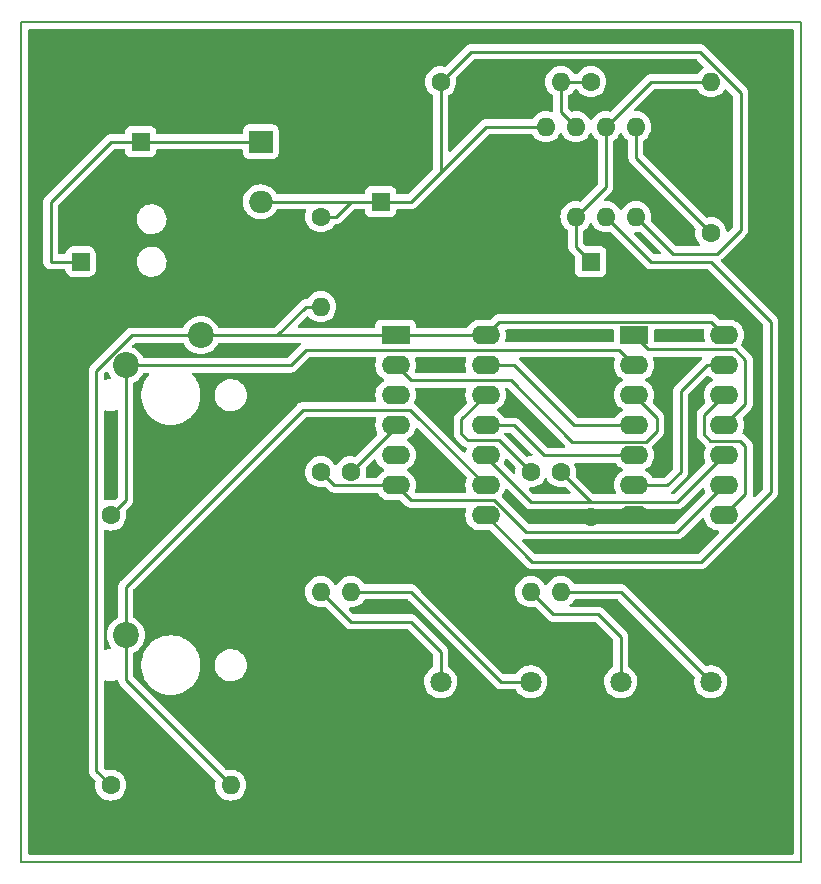
<source format=gbr>
%TF.GenerationSoftware,KiCad,Pcbnew,6.0.2+dfsg-1*%
%TF.CreationDate,2022-03-02T18:07:53-05:00*%
%TF.ProjectId,lfsr,6c667372-2e6b-4696-9361-645f70636258,rev?*%
%TF.SameCoordinates,Original*%
%TF.FileFunction,Copper,L2,Bot*%
%TF.FilePolarity,Positive*%
%FSLAX46Y46*%
G04 Gerber Fmt 4.6, Leading zero omitted, Abs format (unit mm)*
G04 Created by KiCad (PCBNEW 6.0.2+dfsg-1) date 2022-03-02 18:07:53*
%MOMM*%
%LPD*%
G01*
G04 APERTURE LIST*
G04 Aperture macros list*
%AMRoundRect*
0 Rectangle with rounded corners*
0 $1 Rounding radius*
0 $2 $3 $4 $5 $6 $7 $8 $9 X,Y pos of 4 corners*
0 Add a 4 corners polygon primitive as box body*
4,1,4,$2,$3,$4,$5,$6,$7,$8,$9,$2,$3,0*
0 Add four circle primitives for the rounded corners*
1,1,$1+$1,$2,$3*
1,1,$1+$1,$4,$5*
1,1,$1+$1,$6,$7*
1,1,$1+$1,$8,$9*
0 Add four rect primitives between the rounded corners*
20,1,$1+$1,$2,$3,$4,$5,0*
20,1,$1+$1,$4,$5,$6,$7,0*
20,1,$1+$1,$6,$7,$8,$9,0*
20,1,$1+$1,$8,$9,$2,$3,0*%
G04 Aperture macros list end*
%TA.AperFunction,NonConductor*%
%ADD10C,0.200000*%
%TD*%
%TA.AperFunction,ComponentPad*%
%ADD11C,2.200000*%
%TD*%
%TA.AperFunction,ComponentPad*%
%ADD12R,1.600000X1.600000*%
%TD*%
%TA.AperFunction,ComponentPad*%
%ADD13C,1.600000*%
%TD*%
%TA.AperFunction,ComponentPad*%
%ADD14R,1.800000X1.800000*%
%TD*%
%TA.AperFunction,ComponentPad*%
%ADD15C,1.800000*%
%TD*%
%TA.AperFunction,ComponentPad*%
%ADD16O,1.600000X1.600000*%
%TD*%
%TA.AperFunction,ComponentPad*%
%ADD17R,2.000000X1.905000*%
%TD*%
%TA.AperFunction,ComponentPad*%
%ADD18O,2.000000X1.905000*%
%TD*%
%TA.AperFunction,ComponentPad*%
%ADD19R,2.400000X1.600000*%
%TD*%
%TA.AperFunction,ComponentPad*%
%ADD20O,2.400000X1.600000*%
%TD*%
%TA.AperFunction,ComponentPad*%
%ADD21RoundRect,0.250000X0.550000X-0.550000X0.550000X0.550000X-0.550000X0.550000X-0.550000X-0.550000X0*%
%TD*%
%TA.AperFunction,Conductor*%
%ADD22C,0.250000*%
%TD*%
G04 APERTURE END LIST*
D10*
X33020000Y-15240000D02*
X99060000Y-15240000D01*
X99060000Y-15240000D02*
X99060000Y-86360000D01*
X99060000Y-86360000D02*
X33020000Y-86360000D01*
X33020000Y-86360000D02*
X33020000Y-15240000D01*
D11*
%TO.P,SW2,1,1*%
%TO.N,Net-(R3-Pad1)*%
X48260000Y-41769520D03*
%TO.P,SW2,2,2*%
%TO.N,Net-(SW2-Pad2)*%
X41910000Y-44309520D03*
%TD*%
D12*
%TO.P,C3,1*%
%TO.N,Net-(C3-Pad1)*%
X43180000Y-25400000D03*
D13*
%TO.P,C3,2*%
%TO.N,Net-(C1-Pad2)*%
X43180000Y-27900000D03*
%TD*%
D11*
%TO.P,SW1,1,1*%
%TO.N,Net-(C1-Pad2)*%
X48260000Y-64629520D03*
%TO.P,SW1,2,2*%
%TO.N,Net-(U1-Pad9)*%
X41910000Y-67169520D03*
%TD*%
D14*
%TO.P,D3,1,K*%
%TO.N,Net-(C1-Pad2)*%
X83820000Y-73660000D03*
D15*
%TO.P,D3,2,A*%
%TO.N,Net-(D3-Pad2)*%
X83820000Y-71120000D03*
%TD*%
D13*
%TO.P,R2,1*%
%TO.N,Net-(R1-Pad2)*%
X81280000Y-20320000D03*
D16*
%TO.P,R2,2*%
%TO.N,Net-(C1-Pad1)*%
X91440000Y-20320000D03*
%TD*%
D12*
%TO.P,C1,1*%
%TO.N,Net-(C1-Pad1)*%
X81280000Y-35560000D03*
D13*
%TO.P,C1,2*%
%TO.N,Net-(C1-Pad2)*%
X81280000Y-38060000D03*
%TD*%
D14*
%TO.P,D2,1,K*%
%TO.N,Net-(C1-Pad2)*%
X76200000Y-73660000D03*
D15*
%TO.P,D2,2,A*%
%TO.N,Net-(D2-Pad2)*%
X76200000Y-71120000D03*
%TD*%
D17*
%TO.P,U3,1,VI*%
%TO.N,Net-(C3-Pad1)*%
X53340000Y-25400000D03*
D18*
%TO.P,U3,2,GND*%
%TO.N,Net-(C1-Pad2)*%
X53340000Y-27940000D03*
%TO.P,U3,3,VO*%
%TO.N,Net-(R1-Pad1)*%
X53340000Y-30480000D03*
%TD*%
D13*
%TO.P,R9,1*%
%TO.N,Net-(R1-Pad1)*%
X58420000Y-31750000D03*
D16*
%TO.P,R9,2*%
%TO.N,Net-(R3-Pad1)*%
X58420000Y-39370000D03*
%TD*%
D19*
%TO.P,U2,1*%
%TO.N,Net-(U2-Pad1)*%
X84944520Y-41764520D03*
D20*
%TO.P,U2,2*%
%TO.N,Net-(SW2-Pad2)*%
X84944520Y-44304520D03*
%TO.P,U2,3*%
%TO.N,Net-(U1-Pad2)*%
X84944520Y-46844520D03*
%TO.P,U2,4*%
%TO.N,Net-(U1-Pad13)*%
X84944520Y-49384520D03*
%TO.P,U2,5*%
%TO.N,Net-(U1-Pad11)*%
X84944520Y-51924520D03*
%TO.P,U2,6*%
%TO.N,Net-(U2-Pad13)*%
X84944520Y-54464520D03*
%TO.P,U2,7,GND*%
%TO.N,Net-(C1-Pad2)*%
X84944520Y-57004520D03*
%TO.P,U2,8*%
%TO.N,Net-(U2-Pad8)*%
X92564520Y-57004520D03*
%TO.P,U2,9*%
%TO.N,Net-(U1-Pad6)*%
X92564520Y-54464520D03*
%TO.P,U2,10*%
%TO.N,Net-(U1-Pad10)*%
X92564520Y-51924520D03*
%TO.P,U2,11*%
%TO.N,Net-(U2-Pad1)*%
X92564520Y-49384520D03*
%TO.P,U2,12*%
%TO.N,Net-(U2-Pad8)*%
X92564520Y-46844520D03*
%TO.P,U2,13*%
%TO.N,Net-(U2-Pad13)*%
X92564520Y-44304520D03*
%TO.P,U2,14,VCC*%
%TO.N,Net-(R3-Pad1)*%
X92564520Y-41764520D03*
%TD*%
D21*
%TO.P,BT1,1,+*%
%TO.N,Net-(C3-Pad1)*%
X38100000Y-35560000D03*
D13*
%TO.P,BT1,2,-*%
%TO.N,Net-(C1-Pad2)*%
X38100000Y-31960000D03*
%TD*%
%TO.P,R6,1*%
%TO.N,Net-(U1-Pad4)*%
X60960000Y-53340000D03*
D16*
%TO.P,R6,2*%
%TO.N,Net-(D2-Pad2)*%
X60960000Y-63500000D03*
%TD*%
D19*
%TO.P,U1,1,DSA*%
%TO.N,Net-(R3-Pad1)*%
X64755000Y-41764520D03*
D20*
%TO.P,U1,2,DSB*%
%TO.N,Net-(U1-Pad2)*%
X64755000Y-44304520D03*
%TO.P,U1,3,Q0*%
%TO.N,unconnected-(U1-Pad3)*%
X64755000Y-46844520D03*
%TO.P,U1,4,Q1*%
%TO.N,Net-(U1-Pad4)*%
X64755000Y-49384520D03*
%TO.P,U1,5,Q2*%
%TO.N,unconnected-(U1-Pad5)*%
X64755000Y-51924520D03*
%TO.P,U1,6,Q3*%
%TO.N,Net-(U1-Pad6)*%
X64755000Y-54464520D03*
%TO.P,U1,7,GND*%
%TO.N,Net-(C1-Pad2)*%
X64755000Y-57004520D03*
%TO.P,U1,8,CP*%
%TO.N,Net-(U1-Pad8)*%
X72375000Y-57004520D03*
%TO.P,U1,9,~{MR}*%
%TO.N,Net-(U1-Pad9)*%
X72375000Y-54464520D03*
%TO.P,U1,10,Q4*%
%TO.N,Net-(U1-Pad10)*%
X72375000Y-51924520D03*
%TO.P,U1,11,Q5*%
%TO.N,Net-(U1-Pad11)*%
X72375000Y-49384520D03*
%TO.P,U1,12,Q6*%
%TO.N,Net-(U1-Pad12)*%
X72375000Y-46844520D03*
%TO.P,U1,13,Q7*%
%TO.N,Net-(U1-Pad13)*%
X72375000Y-44304520D03*
%TO.P,U1,14,VCC*%
%TO.N,Net-(R3-Pad1)*%
X72375000Y-41764520D03*
%TD*%
D13*
%TO.P,R8,1*%
%TO.N,Net-(U1-Pad10)*%
X78740000Y-53340000D03*
D16*
%TO.P,R8,2*%
%TO.N,Net-(D4-Pad2)*%
X78740000Y-63500000D03*
%TD*%
D13*
%TO.P,R10,1*%
%TO.N,Net-(C1-Pad2)*%
X81280000Y-57150000D03*
D16*
%TO.P,R10,2*%
X81280000Y-67310000D03*
%TD*%
D13*
%TO.P,C2,1*%
%TO.N,Net-(C1-Pad2)*%
X91440000Y-38100000D03*
%TO.P,C2,2*%
%TO.N,Net-(C2-Pad2)*%
X91440000Y-33100000D03*
%TD*%
%TO.P,R3,1*%
%TO.N,Net-(R3-Pad1)*%
X40640000Y-79869520D03*
D16*
%TO.P,R3,2*%
%TO.N,Net-(U1-Pad9)*%
X50800000Y-79869520D03*
%TD*%
D13*
%TO.P,R4,1*%
%TO.N,Net-(SW2-Pad2)*%
X40640000Y-57009520D03*
D16*
%TO.P,R4,2*%
%TO.N,Net-(C1-Pad2)*%
X50800000Y-57009520D03*
%TD*%
D13*
%TO.P,R5,1*%
%TO.N,Net-(U1-Pad6)*%
X58420000Y-53340000D03*
D16*
%TO.P,R5,2*%
%TO.N,Net-(D1-Pad2)*%
X58420000Y-63500000D03*
%TD*%
D13*
%TO.P,R1,1*%
%TO.N,Net-(R1-Pad1)*%
X68580000Y-20320000D03*
D16*
%TO.P,R1,2*%
%TO.N,Net-(R1-Pad2)*%
X78740000Y-20320000D03*
%TD*%
D12*
%TO.P,U4,1,GND*%
%TO.N,Net-(C1-Pad2)*%
X77480000Y-31740000D03*
D16*
%TO.P,U4,2,TR*%
%TO.N,Net-(C1-Pad1)*%
X80020000Y-31740000D03*
%TO.P,U4,3,Q*%
%TO.N,Net-(U1-Pad8)*%
X82560000Y-31740000D03*
%TO.P,U4,4,R*%
%TO.N,Net-(R1-Pad1)*%
X85100000Y-31740000D03*
%TO.P,U4,5,CV*%
%TO.N,Net-(C2-Pad2)*%
X85100000Y-24120000D03*
%TO.P,U4,6,THR*%
%TO.N,Net-(C1-Pad1)*%
X82560000Y-24120000D03*
%TO.P,U4,7,DIS*%
%TO.N,Net-(R1-Pad2)*%
X80020000Y-24120000D03*
%TO.P,U4,8,VCC*%
%TO.N,Net-(R1-Pad1)*%
X77480000Y-24120000D03*
%TD*%
D14*
%TO.P,D4,1,K*%
%TO.N,Net-(C1-Pad2)*%
X91440000Y-73660000D03*
D15*
%TO.P,D4,2,A*%
%TO.N,Net-(D4-Pad2)*%
X91440000Y-71120000D03*
%TD*%
D14*
%TO.P,D1,1,K*%
%TO.N,Net-(C1-Pad2)*%
X68580000Y-73660000D03*
D15*
%TO.P,D1,2,A*%
%TO.N,Net-(D1-Pad2)*%
X68580000Y-71120000D03*
%TD*%
D13*
%TO.P,R7,1*%
%TO.N,Net-(U1-Pad12)*%
X76200000Y-53340000D03*
D16*
%TO.P,R7,2*%
%TO.N,Net-(D3-Pad2)*%
X76200000Y-63500000D03*
%TD*%
D12*
%TO.P,C4,1*%
%TO.N,Net-(R1-Pad1)*%
X63500000Y-30480000D03*
D13*
%TO.P,C4,2*%
%TO.N,Net-(C1-Pad2)*%
X63500000Y-27980000D03*
%TD*%
D22*
%TO.N,Net-(C1-Pad1)*%
X80020000Y-31740000D02*
X80020000Y-34300000D01*
X80020000Y-34300000D02*
X81280000Y-35560000D01*
X82560000Y-29200000D02*
X80020000Y-31740000D01*
X82560000Y-24120000D02*
X82560000Y-29200000D01*
X86360000Y-20320000D02*
X82560000Y-24120000D01*
X91440000Y-20320000D02*
X86360000Y-20320000D01*
%TO.N,Net-(C1-Pad2)*%
X63500000Y-73660000D02*
X68580000Y-73660000D01*
X45720000Y-38100000D02*
X43180000Y-38100000D01*
X64755000Y-57004520D02*
X76330480Y-68580000D01*
X84799040Y-57150000D02*
X84944520Y-57004520D01*
X81320000Y-38100000D02*
X81280000Y-38060000D01*
X48300000Y-35520000D02*
X48260000Y-35560000D01*
X48300000Y-27900000D02*
X53300000Y-27900000D01*
X77500000Y-34280000D02*
X81280000Y-38060000D01*
X81280000Y-73660000D02*
X83820000Y-73660000D01*
X53340000Y-83820000D02*
X63500000Y-73660000D01*
X38100000Y-81280000D02*
X40640000Y-83820000D01*
X62215000Y-57004520D02*
X62210000Y-57009520D01*
X63460000Y-27940000D02*
X63500000Y-27980000D01*
X77480000Y-34280000D02*
X77500000Y-34280000D01*
X68540000Y-38060000D02*
X66040000Y-35560000D01*
X78740000Y-68580000D02*
X80010000Y-67310000D01*
X50800000Y-57009520D02*
X62210000Y-57009520D01*
X77480000Y-31740000D02*
X77480000Y-34280000D01*
X68580000Y-73660000D02*
X76200000Y-73660000D01*
X66040000Y-35560000D02*
X48260000Y-35560000D01*
X38100000Y-31960000D02*
X42160000Y-27900000D01*
X80010000Y-67310000D02*
X81280000Y-67310000D01*
X78740000Y-68580000D02*
X81280000Y-71120000D01*
X40640000Y-83820000D02*
X53340000Y-83820000D01*
X81280000Y-38060000D02*
X68540000Y-38060000D01*
X64750000Y-57009520D02*
X64755000Y-57004520D01*
X53300000Y-27900000D02*
X53340000Y-27940000D01*
X43180000Y-38100000D02*
X38100000Y-43180000D01*
X48260000Y-27940000D02*
X48300000Y-27900000D01*
X48260000Y-59549520D02*
X50800000Y-57009520D01*
X48300000Y-27900000D02*
X48300000Y-35520000D01*
X83820000Y-73660000D02*
X91440000Y-73660000D01*
X42160000Y-27900000D02*
X43180000Y-27900000D01*
X64755000Y-57004520D02*
X62215000Y-57004520D01*
X38100000Y-43180000D02*
X38100000Y-81280000D01*
X76200000Y-73660000D02*
X83820000Y-73660000D01*
X81280000Y-71120000D02*
X81280000Y-73660000D01*
X48260000Y-35560000D02*
X45720000Y-38100000D01*
X53340000Y-27940000D02*
X63460000Y-27940000D01*
X43180000Y-27900000D02*
X48300000Y-27900000D01*
X81280000Y-57150000D02*
X84799040Y-57150000D01*
X76330480Y-68580000D02*
X78740000Y-68580000D01*
X48260000Y-64629520D02*
X48260000Y-59549520D01*
X91440000Y-38100000D02*
X81320000Y-38100000D01*
%TO.N,Net-(C2-Pad2)*%
X85100000Y-24120000D02*
X85100000Y-26760000D01*
X85100000Y-26760000D02*
X91440000Y-33100000D01*
%TO.N,Net-(C3-Pad1)*%
X43180000Y-25400000D02*
X53340000Y-25400000D01*
X35560000Y-30480000D02*
X40640000Y-25400000D01*
X35560000Y-35560000D02*
X35560000Y-30480000D01*
X40640000Y-25400000D02*
X43180000Y-25400000D01*
X38100000Y-35560000D02*
X35560000Y-35560000D01*
%TO.N,Net-(R1-Pad1)*%
X88236401Y-34876401D02*
X91938991Y-34876401D01*
X72400000Y-24120000D02*
X77480000Y-24120000D01*
X58420000Y-31750000D02*
X59690000Y-31750000D01*
X68580000Y-27940000D02*
X66040000Y-30480000D01*
X66040000Y-30480000D02*
X72400000Y-24120000D01*
X63500000Y-30480000D02*
X66040000Y-30480000D01*
X60960000Y-30480000D02*
X63500000Y-30480000D01*
X71120000Y-17780000D02*
X68580000Y-20320000D01*
X63500000Y-30480000D02*
X53340000Y-30480000D01*
X85100000Y-31740000D02*
X88236401Y-34876401D01*
X68580000Y-20320000D02*
X68580000Y-27940000D01*
X93980000Y-32835392D02*
X93980000Y-21269700D01*
X59690000Y-31750000D02*
X60960000Y-30480000D01*
X93980000Y-21269700D02*
X90490300Y-17780000D01*
X91938991Y-34876401D02*
X93980000Y-32835392D01*
X90490300Y-17780000D02*
X71120000Y-17780000D01*
%TO.N,Net-(D1-Pad2)*%
X66040000Y-66040000D02*
X68580000Y-68580000D01*
X68580000Y-68580000D02*
X68580000Y-71120000D01*
X60960000Y-66040000D02*
X66040000Y-66040000D01*
X58420000Y-63500000D02*
X60960000Y-66040000D01*
%TO.N,Net-(D2-Pad2)*%
X73660000Y-71120000D02*
X76200000Y-71120000D01*
X66040000Y-63500000D02*
X73660000Y-71120000D01*
X60960000Y-63500000D02*
X66040000Y-63500000D01*
%TO.N,Net-(U1-Pad10)*%
X88609040Y-55880000D02*
X92564520Y-51924520D01*
X81280000Y-55880000D02*
X88609040Y-55880000D01*
X78740000Y-53340000D02*
X81280000Y-55880000D01*
X72375000Y-51924520D02*
X72375000Y-52055000D01*
X72375000Y-52055000D02*
X76200000Y-55880000D01*
X76200000Y-55880000D02*
X81280000Y-55880000D01*
%TO.N,Net-(D4-Pad2)*%
X83820000Y-63500000D02*
X91440000Y-71120000D01*
X78740000Y-63500000D02*
X83820000Y-63500000D01*
%TO.N,Net-(R1-Pad2)*%
X81280000Y-20320000D02*
X78740000Y-20320000D01*
X78740000Y-22840000D02*
X80020000Y-24120000D01*
X78740000Y-20320000D02*
X78740000Y-22840000D01*
%TO.N,Net-(U1-Pad9)*%
X72375000Y-54464520D02*
X65995773Y-48085293D01*
X65995773Y-48085293D02*
X56883267Y-48085293D01*
X41910000Y-70979520D02*
X41910000Y-67169520D01*
X41910000Y-63058560D02*
X41910000Y-67169520D01*
X56883267Y-48085293D02*
X41910000Y-63058560D01*
X50800000Y-79869520D02*
X41910000Y-70979520D01*
%TO.N,Net-(SW2-Pad2)*%
X83651202Y-43011202D02*
X57178318Y-43011202D01*
X40640000Y-57009520D02*
X41910000Y-55739520D01*
X41910000Y-55739520D02*
X41910000Y-44309520D01*
X57178318Y-43011202D02*
X55880000Y-44309520D01*
X84944520Y-44304520D02*
X83651202Y-43011202D01*
X55880000Y-44309520D02*
X41910000Y-44309520D01*
%TO.N,Net-(U1-Pad8)*%
X90599351Y-60960000D02*
X96520000Y-55039351D01*
X96520000Y-55039351D02*
X96520000Y-40640000D01*
X96520000Y-40640000D02*
X91440000Y-35560000D01*
X91440000Y-35560000D02*
X86360000Y-35560000D01*
X76330480Y-60960000D02*
X90599351Y-60960000D01*
X86360000Y-35540000D02*
X82560000Y-31740000D01*
X72375000Y-57004520D02*
X76330480Y-60960000D01*
X86360000Y-35560000D02*
X86360000Y-35540000D01*
%TO.N,Net-(D3-Pad2)*%
X76200000Y-63500000D02*
X78105000Y-65405000D01*
X78105000Y-65405000D02*
X81915000Y-65405000D01*
X81915000Y-65405000D02*
X83820000Y-67310000D01*
X83820000Y-67310000D02*
X83820000Y-71120000D01*
%TO.N,Net-(R3-Pad1)*%
X42435436Y-41769520D02*
X48260000Y-41769520D01*
X58420000Y-39370000D02*
X57150000Y-39370000D01*
X73499520Y-40640000D02*
X72375000Y-41764520D01*
X91440000Y-40640000D02*
X88900000Y-40640000D01*
X54755480Y-41764520D02*
X59544520Y-41764520D01*
X48260000Y-41769520D02*
X44309520Y-41769520D01*
X59544520Y-41764520D02*
X64755000Y-41764520D01*
X39415479Y-78644999D02*
X39415479Y-44789477D01*
X88900000Y-40640000D02*
X73499520Y-40640000D01*
X72375000Y-41764520D02*
X64755000Y-41764520D01*
X57150000Y-39370000D02*
X54755480Y-41764520D01*
X40640000Y-79869520D02*
X39415479Y-78644999D01*
X92564520Y-41764520D02*
X91440000Y-40640000D01*
X39415479Y-44789477D02*
X42435436Y-41769520D01*
X48260000Y-41769520D02*
X48265000Y-41764520D01*
X48265000Y-41764520D02*
X54755480Y-41764520D01*
%TO.N,Net-(U1-Pad2)*%
X66058021Y-45607541D02*
X74499682Y-45607541D01*
X74499682Y-45607541D02*
X79692141Y-50800000D01*
X86857120Y-48757120D02*
X84944520Y-46844520D01*
X85939675Y-50800000D02*
X86857120Y-49882555D01*
X64755000Y-44304520D02*
X66058021Y-45607541D01*
X86857120Y-49882555D02*
X86857120Y-48757120D01*
X79692141Y-50800000D02*
X85939675Y-50800000D01*
%TO.N,Net-(U2-Pad1)*%
X84944520Y-41764520D02*
X84944520Y-41769520D01*
X94363695Y-43860471D02*
X94363695Y-47585345D01*
X93490161Y-42986937D02*
X94363695Y-43860471D01*
X86166937Y-42986937D02*
X93490161Y-42986937D01*
X84944520Y-41764520D02*
X86166937Y-42986937D01*
X94363695Y-47585345D02*
X92564520Y-49384520D01*
%TO.N,Net-(U2-Pad8)*%
X91415516Y-50703158D02*
X90869557Y-50157199D01*
X94363695Y-55205345D02*
X94363695Y-51183694D01*
X90869557Y-50157199D02*
X90869557Y-48539483D01*
X93883159Y-50703158D02*
X91415516Y-50703158D01*
X94363695Y-51183694D02*
X93883159Y-50703158D01*
X92564520Y-57004520D02*
X94363695Y-55205345D01*
X90869557Y-48539483D02*
X92564520Y-46844520D01*
%TO.N,Net-(U1-Pad11)*%
X77324520Y-51924520D02*
X84944520Y-51924520D01*
X72375000Y-49384520D02*
X74784520Y-49384520D01*
X74784520Y-49384520D02*
X77324520Y-51924520D01*
%TO.N,Net-(U2-Pad13)*%
X91114520Y-44304520D02*
X88900000Y-46519040D01*
X87775480Y-54464520D02*
X84944520Y-54464520D01*
X88900000Y-53340000D02*
X87775480Y-54464520D01*
X88900000Y-46519040D02*
X88900000Y-53340000D01*
X92564520Y-44304520D02*
X91114520Y-44304520D01*
%TO.N,Net-(U1-Pad6)*%
X66027934Y-55737454D02*
X73098245Y-55737454D01*
X58420000Y-53340000D02*
X59544520Y-54464520D01*
X75780791Y-58420000D02*
X88609040Y-58420000D01*
X88609040Y-58420000D02*
X92564520Y-54464520D01*
X73098245Y-55737454D02*
X75780791Y-58420000D01*
X92564520Y-54464520D02*
X91440000Y-54464520D01*
X64755000Y-54464520D02*
X66027934Y-55737454D01*
X59544520Y-54464520D02*
X64755000Y-54464520D01*
%TO.N,Net-(U1-Pad4)*%
X64755000Y-49545000D02*
X64755000Y-49384520D01*
X60960000Y-53340000D02*
X64755000Y-49545000D01*
%TO.N,Net-(U1-Pad12)*%
X70329848Y-48889672D02*
X72375000Y-46844520D01*
X76200000Y-53340000D02*
X73502763Y-50642763D01*
X70329848Y-50118643D02*
X70329848Y-48889672D01*
X70853968Y-50642763D02*
X70329848Y-50118643D01*
X73502763Y-50642763D02*
X70853968Y-50642763D01*
%TO.N,Net-(U1-Pad13)*%
X72375000Y-44304520D02*
X74784520Y-44304520D01*
X79864520Y-49384520D02*
X84944520Y-49384520D01*
X74784520Y-44304520D02*
X79864520Y-49384520D01*
%TD*%
%TA.AperFunction,Conductor*%
%TO.N,Net-(C1-Pad2)*%
G36*
X98394121Y-15868002D02*
G01*
X98440614Y-15921658D01*
X98452000Y-15974000D01*
X98452000Y-85626000D01*
X98431998Y-85694121D01*
X98378342Y-85740614D01*
X98326000Y-85752000D01*
X33754000Y-85752000D01*
X33685879Y-85731998D01*
X33639386Y-85678342D01*
X33628000Y-85626000D01*
X33628000Y-44769420D01*
X38777259Y-44769420D01*
X38778005Y-44777312D01*
X38781420Y-44813438D01*
X38781979Y-44825296D01*
X38781979Y-78566232D01*
X38781452Y-78577415D01*
X38779777Y-78584908D01*
X38780026Y-78592834D01*
X38780026Y-78592835D01*
X38781917Y-78652985D01*
X38781979Y-78656944D01*
X38781979Y-78684855D01*
X38782476Y-78688789D01*
X38782476Y-78688790D01*
X38782484Y-78688855D01*
X38783417Y-78700692D01*
X38784806Y-78744888D01*
X38790457Y-78764338D01*
X38794466Y-78783699D01*
X38797005Y-78803796D01*
X38799924Y-78811167D01*
X38799924Y-78811169D01*
X38813283Y-78844911D01*
X38817128Y-78856141D01*
X38827250Y-78890982D01*
X38829461Y-78898592D01*
X38833494Y-78905411D01*
X38833496Y-78905416D01*
X38839772Y-78916027D01*
X38848467Y-78933775D01*
X38855927Y-78952616D01*
X38860589Y-78959032D01*
X38860589Y-78959033D01*
X38881915Y-78988386D01*
X38888431Y-78998306D01*
X38910937Y-79036361D01*
X38925258Y-79050682D01*
X38938098Y-79065715D01*
X38950007Y-79082106D01*
X38956113Y-79087157D01*
X38984084Y-79110297D01*
X38992863Y-79118287D01*
X39330848Y-79456272D01*
X39364874Y-79518584D01*
X39363459Y-79577979D01*
X39347882Y-79636111D01*
X39347881Y-79636118D01*
X39346457Y-79641433D01*
X39326502Y-79869520D01*
X39346457Y-80097607D01*
X39405716Y-80318763D01*
X39408039Y-80323744D01*
X39408039Y-80323745D01*
X39500151Y-80521282D01*
X39500154Y-80521287D01*
X39502477Y-80526269D01*
X39633802Y-80713820D01*
X39795700Y-80875718D01*
X39800208Y-80878875D01*
X39800211Y-80878877D01*
X39878389Y-80933618D01*
X39983251Y-81007043D01*
X39988233Y-81009366D01*
X39988238Y-81009369D01*
X40185775Y-81101481D01*
X40190757Y-81103804D01*
X40196065Y-81105226D01*
X40196067Y-81105227D01*
X40406598Y-81161639D01*
X40406600Y-81161639D01*
X40411913Y-81163063D01*
X40640000Y-81183018D01*
X40868087Y-81163063D01*
X40873400Y-81161639D01*
X40873402Y-81161639D01*
X41083933Y-81105227D01*
X41083935Y-81105226D01*
X41089243Y-81103804D01*
X41094225Y-81101481D01*
X41291762Y-81009369D01*
X41291767Y-81009366D01*
X41296749Y-81007043D01*
X41401611Y-80933618D01*
X41479789Y-80878877D01*
X41479792Y-80878875D01*
X41484300Y-80875718D01*
X41646198Y-80713820D01*
X41777523Y-80526269D01*
X41779846Y-80521287D01*
X41779849Y-80521282D01*
X41871961Y-80323745D01*
X41871961Y-80323744D01*
X41874284Y-80318763D01*
X41933543Y-80097607D01*
X41953498Y-79869520D01*
X41933543Y-79641433D01*
X41932117Y-79636111D01*
X41875707Y-79425587D01*
X41875706Y-79425585D01*
X41874284Y-79420277D01*
X41871961Y-79415295D01*
X41779849Y-79217758D01*
X41779846Y-79217753D01*
X41777523Y-79212771D01*
X41646198Y-79025220D01*
X41484300Y-78863322D01*
X41479792Y-78860165D01*
X41479789Y-78860163D01*
X41356535Y-78773860D01*
X41296749Y-78731997D01*
X41291767Y-78729674D01*
X41291762Y-78729671D01*
X41094225Y-78637559D01*
X41094224Y-78637559D01*
X41089243Y-78635236D01*
X41083935Y-78633814D01*
X41083933Y-78633813D01*
X40873402Y-78577401D01*
X40873400Y-78577401D01*
X40868087Y-78575977D01*
X40640000Y-78556022D01*
X40411913Y-78575977D01*
X40348458Y-78592980D01*
X40277482Y-78591290D01*
X40226753Y-78560368D01*
X40085884Y-78419499D01*
X40051858Y-78357187D01*
X40048979Y-78330404D01*
X40048979Y-71120029D01*
X40068981Y-71051908D01*
X40122637Y-71005415D01*
X40192911Y-70995311D01*
X40217971Y-71001590D01*
X40284825Y-71025857D01*
X40290074Y-71026806D01*
X40290077Y-71026807D01*
X40507608Y-71066143D01*
X40507615Y-71066144D01*
X40511692Y-71066881D01*
X40529414Y-71067717D01*
X40534356Y-71067950D01*
X40534363Y-71067950D01*
X40535844Y-71068020D01*
X40697890Y-71068020D01*
X40764809Y-71062342D01*
X40864409Y-71053891D01*
X40864413Y-71053890D01*
X40869720Y-71053440D01*
X40874875Y-71052102D01*
X40874881Y-71052101D01*
X41069489Y-71001590D01*
X41092872Y-70995521D01*
X41105053Y-70990034D01*
X41175379Y-70980294D01*
X41239806Y-71010121D01*
X41277880Y-71070045D01*
X41279222Y-71076081D01*
X41279327Y-71079409D01*
X41284978Y-71098859D01*
X41288987Y-71118220D01*
X41291526Y-71138317D01*
X41294445Y-71145688D01*
X41294445Y-71145690D01*
X41307804Y-71179432D01*
X41311649Y-71190662D01*
X41323982Y-71233113D01*
X41328015Y-71239932D01*
X41328017Y-71239937D01*
X41334293Y-71250548D01*
X41342988Y-71268296D01*
X41350448Y-71287137D01*
X41355110Y-71293553D01*
X41355110Y-71293554D01*
X41376436Y-71322907D01*
X41382952Y-71332827D01*
X41405458Y-71370882D01*
X41419779Y-71385203D01*
X41432619Y-71400236D01*
X41444528Y-71416627D01*
X41478605Y-71444818D01*
X41487384Y-71452808D01*
X49490848Y-79456272D01*
X49524874Y-79518584D01*
X49523459Y-79577979D01*
X49507882Y-79636111D01*
X49507881Y-79636118D01*
X49506457Y-79641433D01*
X49486502Y-79869520D01*
X49506457Y-80097607D01*
X49565716Y-80318763D01*
X49568039Y-80323744D01*
X49568039Y-80323745D01*
X49660151Y-80521282D01*
X49660154Y-80521287D01*
X49662477Y-80526269D01*
X49793802Y-80713820D01*
X49955700Y-80875718D01*
X49960208Y-80878875D01*
X49960211Y-80878877D01*
X50038389Y-80933618D01*
X50143251Y-81007043D01*
X50148233Y-81009366D01*
X50148238Y-81009369D01*
X50345775Y-81101481D01*
X50350757Y-81103804D01*
X50356065Y-81105226D01*
X50356067Y-81105227D01*
X50566598Y-81161639D01*
X50566600Y-81161639D01*
X50571913Y-81163063D01*
X50800000Y-81183018D01*
X51028087Y-81163063D01*
X51033400Y-81161639D01*
X51033402Y-81161639D01*
X51243933Y-81105227D01*
X51243935Y-81105226D01*
X51249243Y-81103804D01*
X51254225Y-81101481D01*
X51451762Y-81009369D01*
X51451767Y-81009366D01*
X51456749Y-81007043D01*
X51561611Y-80933618D01*
X51639789Y-80878877D01*
X51639792Y-80878875D01*
X51644300Y-80875718D01*
X51806198Y-80713820D01*
X51937523Y-80526269D01*
X51939846Y-80521287D01*
X51939849Y-80521282D01*
X52031961Y-80323745D01*
X52031961Y-80323744D01*
X52034284Y-80318763D01*
X52093543Y-80097607D01*
X52113498Y-79869520D01*
X52093543Y-79641433D01*
X52092117Y-79636111D01*
X52035707Y-79425587D01*
X52035706Y-79425585D01*
X52034284Y-79420277D01*
X52031961Y-79415295D01*
X51939849Y-79217758D01*
X51939846Y-79217753D01*
X51937523Y-79212771D01*
X51806198Y-79025220D01*
X51644300Y-78863322D01*
X51639792Y-78860165D01*
X51639789Y-78860163D01*
X51516535Y-78773860D01*
X51456749Y-78731997D01*
X51451767Y-78729674D01*
X51451762Y-78729671D01*
X51254225Y-78637559D01*
X51254224Y-78637559D01*
X51249243Y-78635236D01*
X51243935Y-78633814D01*
X51243933Y-78633813D01*
X51033402Y-78577401D01*
X51033400Y-78577401D01*
X51028087Y-78575977D01*
X50800000Y-78556022D01*
X50571913Y-78575977D01*
X50566602Y-78577400D01*
X50566591Y-78577402D01*
X50508459Y-78592979D01*
X50437483Y-78591290D01*
X50386752Y-78560368D01*
X42580405Y-70754020D01*
X42546379Y-70691708D01*
X42543500Y-70664925D01*
X42543500Y-69867341D01*
X43211500Y-69867341D01*
X43251060Y-70180495D01*
X43329557Y-70486222D01*
X43331010Y-70489891D01*
X43331010Y-70489892D01*
X43441279Y-70768398D01*
X43445753Y-70779699D01*
X43447659Y-70783167D01*
X43447660Y-70783168D01*
X43581603Y-71026807D01*
X43597816Y-71056299D01*
X43783346Y-71311660D01*
X43999418Y-71541753D01*
X44002469Y-71544277D01*
X44002470Y-71544278D01*
X44061766Y-71593332D01*
X44242625Y-71742952D01*
X44509131Y-71912082D01*
X44512710Y-71913766D01*
X44512717Y-71913770D01*
X44791144Y-72044787D01*
X44791148Y-72044789D01*
X44794734Y-72046476D01*
X45094928Y-72144015D01*
X45404980Y-72203161D01*
X45641162Y-72218020D01*
X45798838Y-72218020D01*
X46035020Y-72203161D01*
X46345072Y-72144015D01*
X46645266Y-72046476D01*
X46648852Y-72044789D01*
X46648856Y-72044787D01*
X46927283Y-71913770D01*
X46927290Y-71913766D01*
X46930869Y-71912082D01*
X47197375Y-71742952D01*
X47378234Y-71593332D01*
X47437530Y-71544278D01*
X47437531Y-71544277D01*
X47440582Y-71541753D01*
X47656654Y-71311660D01*
X47842184Y-71056299D01*
X47858398Y-71026807D01*
X47992340Y-70783168D01*
X47992341Y-70783167D01*
X47994247Y-70779699D01*
X47998722Y-70768398D01*
X48108990Y-70489892D01*
X48108990Y-70489891D01*
X48110443Y-70486222D01*
X48188940Y-70180495D01*
X48228500Y-69867341D01*
X48228500Y-69645294D01*
X49438102Y-69645294D01*
X49438302Y-69650623D01*
X49438302Y-69650625D01*
X49440538Y-69710179D01*
X49446751Y-69875678D01*
X49447846Y-69880897D01*
X49456901Y-69924052D01*
X49494093Y-70101311D01*
X49496051Y-70106270D01*
X49496052Y-70106272D01*
X49555841Y-70257665D01*
X49578776Y-70315741D01*
X49698377Y-70512837D01*
X49701874Y-70516867D01*
X49840845Y-70677017D01*
X49849477Y-70686965D01*
X49853608Y-70690352D01*
X50023627Y-70829760D01*
X50023633Y-70829764D01*
X50027755Y-70833144D01*
X50032391Y-70835783D01*
X50032394Y-70835785D01*
X50117370Y-70884156D01*
X50228114Y-70947195D01*
X50444825Y-71025857D01*
X50450074Y-71026806D01*
X50450077Y-71026807D01*
X50667608Y-71066143D01*
X50667615Y-71066144D01*
X50671692Y-71066881D01*
X50689414Y-71067717D01*
X50694356Y-71067950D01*
X50694363Y-71067950D01*
X50695844Y-71068020D01*
X50857890Y-71068020D01*
X50924809Y-71062342D01*
X51024409Y-71053891D01*
X51024413Y-71053890D01*
X51029720Y-71053440D01*
X51034875Y-71052102D01*
X51034881Y-71052101D01*
X51247703Y-70996863D01*
X51247707Y-70996862D01*
X51252872Y-70995521D01*
X51257738Y-70993329D01*
X51257741Y-70993328D01*
X51458202Y-70903027D01*
X51463075Y-70900832D01*
X51654319Y-70772079D01*
X51821135Y-70612944D01*
X51958754Y-70427978D01*
X51961417Y-70422742D01*
X52047291Y-70253838D01*
X52063240Y-70222469D01*
X52076274Y-70180495D01*
X52130024Y-70007391D01*
X52131607Y-70002293D01*
X52139066Y-69946012D01*
X52161198Y-69779031D01*
X52161198Y-69779026D01*
X52161898Y-69773746D01*
X52160825Y-69745150D01*
X52156877Y-69640009D01*
X52153249Y-69543362D01*
X52105907Y-69317729D01*
X52021224Y-69103299D01*
X51901623Y-68906203D01*
X51814237Y-68805499D01*
X51754023Y-68736108D01*
X51754021Y-68736106D01*
X51750523Y-68732075D01*
X51661113Y-68658763D01*
X51576373Y-68589280D01*
X51576367Y-68589276D01*
X51572245Y-68585896D01*
X51567609Y-68583257D01*
X51567606Y-68583255D01*
X51396314Y-68485750D01*
X51371886Y-68471845D01*
X51155175Y-68393183D01*
X51149926Y-68392234D01*
X51149923Y-68392233D01*
X50932392Y-68352897D01*
X50932385Y-68352896D01*
X50928308Y-68352159D01*
X50910586Y-68351323D01*
X50905644Y-68351090D01*
X50905637Y-68351090D01*
X50904156Y-68351020D01*
X50742110Y-68351020D01*
X50675191Y-68356698D01*
X50575591Y-68365149D01*
X50575587Y-68365150D01*
X50570280Y-68365600D01*
X50565125Y-68366938D01*
X50565119Y-68366939D01*
X50352297Y-68422177D01*
X50352293Y-68422178D01*
X50347128Y-68423519D01*
X50342262Y-68425711D01*
X50342259Y-68425712D01*
X50195371Y-68491880D01*
X50136925Y-68518208D01*
X49945681Y-68646961D01*
X49778865Y-68806096D01*
X49641246Y-68991062D01*
X49536760Y-69196571D01*
X49535178Y-69201665D01*
X49535177Y-69201668D01*
X49473115Y-69401540D01*
X49468393Y-69416747D01*
X49467692Y-69422036D01*
X49452304Y-69538143D01*
X49438102Y-69645294D01*
X48228500Y-69645294D01*
X48228500Y-69551699D01*
X48188940Y-69238545D01*
X48110443Y-68932818D01*
X48084705Y-68867811D01*
X47995702Y-68643015D01*
X47995700Y-68643010D01*
X47994247Y-68639341D01*
X47981375Y-68615927D01*
X47844093Y-68366213D01*
X47844091Y-68366210D01*
X47842184Y-68362741D01*
X47656654Y-68107380D01*
X47463810Y-67902022D01*
X47443297Y-67880178D01*
X47443296Y-67880177D01*
X47440582Y-67877287D01*
X47197375Y-67676088D01*
X46930869Y-67506958D01*
X46927290Y-67505274D01*
X46927283Y-67505270D01*
X46648856Y-67374253D01*
X46648852Y-67374251D01*
X46645266Y-67372564D01*
X46345072Y-67275025D01*
X46035020Y-67215879D01*
X45798838Y-67201020D01*
X45641162Y-67201020D01*
X45404980Y-67215879D01*
X45094928Y-67275025D01*
X44794734Y-67372564D01*
X44791148Y-67374251D01*
X44791144Y-67374253D01*
X44512717Y-67505270D01*
X44512710Y-67505274D01*
X44509131Y-67506958D01*
X44242625Y-67676088D01*
X43999418Y-67877287D01*
X43996704Y-67880177D01*
X43996703Y-67880178D01*
X43976190Y-67902022D01*
X43783346Y-68107380D01*
X43597816Y-68362741D01*
X43595909Y-68366210D01*
X43595907Y-68366213D01*
X43458625Y-68615927D01*
X43445753Y-68639341D01*
X43444300Y-68643010D01*
X43444298Y-68643015D01*
X43355295Y-68867811D01*
X43329557Y-68932818D01*
X43251060Y-69238545D01*
X43211500Y-69551699D01*
X43211500Y-69867341D01*
X42543500Y-69867341D01*
X42543500Y-68732335D01*
X42563502Y-68664214D01*
X42621280Y-68615927D01*
X42637925Y-68609032D01*
X42637927Y-68609031D01*
X42642502Y-68607136D01*
X42858376Y-68474848D01*
X43050898Y-68310418D01*
X43215328Y-68117896D01*
X43347616Y-67902022D01*
X43358908Y-67874762D01*
X43442611Y-67672684D01*
X43442612Y-67672682D01*
X43444505Y-67668111D01*
X43483194Y-67506958D01*
X43502454Y-67426736D01*
X43502455Y-67426730D01*
X43503609Y-67421923D01*
X43523474Y-67169520D01*
X43503609Y-66917117D01*
X43498853Y-66897303D01*
X43445660Y-66675741D01*
X43444505Y-66670929D01*
X43433822Y-66645138D01*
X43349511Y-66441592D01*
X43349509Y-66441588D01*
X43347616Y-66437018D01*
X43215328Y-66221144D01*
X43050898Y-66028622D01*
X42858376Y-65864192D01*
X42642502Y-65731904D01*
X42637925Y-65730008D01*
X42621280Y-65723113D01*
X42566000Y-65678564D01*
X42543500Y-65606705D01*
X42543500Y-63500000D01*
X57106502Y-63500000D01*
X57126457Y-63728087D01*
X57185716Y-63949243D01*
X57188039Y-63954224D01*
X57188039Y-63954225D01*
X57280151Y-64151762D01*
X57280154Y-64151767D01*
X57282477Y-64156749D01*
X57413802Y-64344300D01*
X57575700Y-64506198D01*
X57580208Y-64509355D01*
X57580211Y-64509357D01*
X57627240Y-64542287D01*
X57763251Y-64637523D01*
X57768233Y-64639846D01*
X57768238Y-64639849D01*
X57892606Y-64697842D01*
X57970757Y-64734284D01*
X57976065Y-64735706D01*
X57976067Y-64735707D01*
X58186598Y-64792119D01*
X58186600Y-64792119D01*
X58191913Y-64793543D01*
X58420000Y-64813498D01*
X58648087Y-64793543D01*
X58653398Y-64792120D01*
X58653409Y-64792118D01*
X58711541Y-64776541D01*
X58782517Y-64778230D01*
X58833248Y-64809152D01*
X60456343Y-66432247D01*
X60463887Y-66440537D01*
X60468000Y-66447018D01*
X60473777Y-66452443D01*
X60517667Y-66493658D01*
X60520509Y-66496413D01*
X60540230Y-66516134D01*
X60543425Y-66518612D01*
X60552447Y-66526318D01*
X60584679Y-66556586D01*
X60591628Y-66560406D01*
X60602432Y-66566346D01*
X60618956Y-66577199D01*
X60634959Y-66589613D01*
X60675543Y-66607176D01*
X60686173Y-66612383D01*
X60724940Y-66633695D01*
X60732617Y-66635666D01*
X60732622Y-66635668D01*
X60744558Y-66638732D01*
X60763266Y-66645137D01*
X60781855Y-66653181D01*
X60789680Y-66654420D01*
X60789682Y-66654421D01*
X60825519Y-66660097D01*
X60837140Y-66662504D01*
X60869956Y-66670929D01*
X60879970Y-66673500D01*
X60900231Y-66673500D01*
X60919940Y-66675051D01*
X60939943Y-66678219D01*
X60947835Y-66677473D01*
X60953062Y-66676979D01*
X60983954Y-66674059D01*
X60995811Y-66673500D01*
X65725406Y-66673500D01*
X65793527Y-66693502D01*
X65814501Y-66710405D01*
X67909595Y-68805499D01*
X67943621Y-68867811D01*
X67946500Y-68894594D01*
X67946500Y-69785319D01*
X67926498Y-69853440D01*
X67878679Y-69897083D01*
X67826872Y-69924052D01*
X67641655Y-70063117D01*
X67638083Y-70066855D01*
X67494246Y-70217372D01*
X67481639Y-70230564D01*
X67478725Y-70234836D01*
X67478724Y-70234837D01*
X67463152Y-70257665D01*
X67351119Y-70421899D01*
X67253602Y-70631981D01*
X67191707Y-70855169D01*
X67167095Y-71085469D01*
X67167392Y-71090622D01*
X67167392Y-71090625D01*
X67173067Y-71189041D01*
X67180427Y-71316697D01*
X67181564Y-71321743D01*
X67181565Y-71321749D01*
X67209300Y-71444818D01*
X67231346Y-71542642D01*
X67233288Y-71547424D01*
X67233289Y-71547428D01*
X67312683Y-71742952D01*
X67318484Y-71757237D01*
X67439501Y-71954719D01*
X67591147Y-72129784D01*
X67769349Y-72277730D01*
X67969322Y-72394584D01*
X68185694Y-72477209D01*
X68190760Y-72478240D01*
X68190761Y-72478240D01*
X68243846Y-72489040D01*
X68412656Y-72523385D01*
X68543324Y-72528176D01*
X68638949Y-72531683D01*
X68638953Y-72531683D01*
X68644113Y-72531872D01*
X68649233Y-72531216D01*
X68649235Y-72531216D01*
X68722270Y-72521860D01*
X68873847Y-72502442D01*
X68878795Y-72500957D01*
X68878802Y-72500956D01*
X69090747Y-72437369D01*
X69095690Y-72435886D01*
X69176236Y-72396427D01*
X69299049Y-72336262D01*
X69299052Y-72336260D01*
X69303684Y-72333991D01*
X69492243Y-72199494D01*
X69656303Y-72036005D01*
X69791458Y-71847917D01*
X69808387Y-71813665D01*
X69891784Y-71644922D01*
X69891785Y-71644920D01*
X69894078Y-71640280D01*
X69961408Y-71418671D01*
X69991640Y-71189041D01*
X69992699Y-71145690D01*
X69993245Y-71123365D01*
X69993245Y-71123361D01*
X69993327Y-71120000D01*
X69979120Y-70947195D01*
X69974773Y-70894318D01*
X69974772Y-70894312D01*
X69974349Y-70889167D01*
X69940403Y-70754020D01*
X69919184Y-70669544D01*
X69919183Y-70669540D01*
X69917925Y-70664533D01*
X69915866Y-70659797D01*
X69827630Y-70456868D01*
X69827628Y-70456865D01*
X69825570Y-70452131D01*
X69699764Y-70257665D01*
X69543887Y-70086358D01*
X69539836Y-70083159D01*
X69539832Y-70083155D01*
X69366178Y-69946012D01*
X69366175Y-69946010D01*
X69362123Y-69942810D01*
X69278607Y-69896707D01*
X69228636Y-69846274D01*
X69213500Y-69786398D01*
X69213500Y-68658763D01*
X69214027Y-68647579D01*
X69215701Y-68640091D01*
X69213562Y-68572032D01*
X69213500Y-68568075D01*
X69213500Y-68540144D01*
X69212994Y-68536138D01*
X69212061Y-68524292D01*
X69210922Y-68488037D01*
X69210673Y-68480110D01*
X69205022Y-68460658D01*
X69201014Y-68441306D01*
X69199468Y-68429068D01*
X69199467Y-68429066D01*
X69198474Y-68421203D01*
X69182194Y-68380086D01*
X69178359Y-68368885D01*
X69166018Y-68326406D01*
X69161985Y-68319587D01*
X69161983Y-68319582D01*
X69155707Y-68308971D01*
X69147010Y-68291221D01*
X69139552Y-68272383D01*
X69113571Y-68236623D01*
X69107053Y-68226701D01*
X69088578Y-68195460D01*
X69088574Y-68195455D01*
X69084542Y-68188637D01*
X69070218Y-68174313D01*
X69057376Y-68159278D01*
X69045472Y-68142893D01*
X69011406Y-68114711D01*
X69002627Y-68106722D01*
X66543652Y-65647747D01*
X66536112Y-65639461D01*
X66532000Y-65632982D01*
X66482348Y-65586356D01*
X66479507Y-65583602D01*
X66459770Y-65563865D01*
X66456573Y-65561385D01*
X66447551Y-65553680D01*
X66421100Y-65528841D01*
X66415321Y-65523414D01*
X66408375Y-65519595D01*
X66408372Y-65519593D01*
X66397566Y-65513652D01*
X66381047Y-65502801D01*
X66380583Y-65502441D01*
X66365041Y-65490386D01*
X66357772Y-65487241D01*
X66357768Y-65487238D01*
X66324463Y-65472826D01*
X66313813Y-65467609D01*
X66275060Y-65446305D01*
X66255437Y-65441267D01*
X66236734Y-65434863D01*
X66225420Y-65429967D01*
X66225419Y-65429967D01*
X66218145Y-65426819D01*
X66210322Y-65425580D01*
X66210312Y-65425577D01*
X66174476Y-65419901D01*
X66162856Y-65417495D01*
X66127711Y-65408472D01*
X66127710Y-65408472D01*
X66120030Y-65406500D01*
X66099776Y-65406500D01*
X66080065Y-65404949D01*
X66067886Y-65403020D01*
X66060057Y-65401780D01*
X66052165Y-65402526D01*
X66016039Y-65405941D01*
X66004181Y-65406500D01*
X61274595Y-65406500D01*
X61206474Y-65386498D01*
X61185500Y-65369595D01*
X60842494Y-65026589D01*
X60808468Y-64964277D01*
X60813533Y-64893462D01*
X60856080Y-64836626D01*
X60922600Y-64811815D01*
X60942572Y-64811974D01*
X60954515Y-64813019D01*
X60954525Y-64813019D01*
X60960000Y-64813498D01*
X61188087Y-64793543D01*
X61193400Y-64792119D01*
X61193402Y-64792119D01*
X61403933Y-64735707D01*
X61403935Y-64735706D01*
X61409243Y-64734284D01*
X61487394Y-64697842D01*
X61611762Y-64639849D01*
X61611767Y-64639846D01*
X61616749Y-64637523D01*
X61752760Y-64542287D01*
X61799789Y-64509357D01*
X61799792Y-64509355D01*
X61804300Y-64506198D01*
X61966198Y-64344300D01*
X62076181Y-64187229D01*
X62131638Y-64142901D01*
X62179394Y-64133500D01*
X65725406Y-64133500D01*
X65793527Y-64153502D01*
X65814501Y-64170405D01*
X73156343Y-71512247D01*
X73163887Y-71520537D01*
X73168000Y-71527018D01*
X73173777Y-71532443D01*
X73217667Y-71573658D01*
X73220509Y-71576413D01*
X73240230Y-71596134D01*
X73243425Y-71598612D01*
X73252447Y-71606318D01*
X73284679Y-71636586D01*
X73291628Y-71640406D01*
X73302432Y-71646346D01*
X73318956Y-71657199D01*
X73334959Y-71669613D01*
X73375543Y-71687176D01*
X73386173Y-71692383D01*
X73424940Y-71713695D01*
X73432617Y-71715666D01*
X73432622Y-71715668D01*
X73444558Y-71718732D01*
X73463266Y-71725137D01*
X73481855Y-71733181D01*
X73489680Y-71734420D01*
X73489682Y-71734421D01*
X73525519Y-71740097D01*
X73537140Y-71742504D01*
X73572289Y-71751528D01*
X73579970Y-71753500D01*
X73600231Y-71753500D01*
X73619940Y-71755051D01*
X73639943Y-71758219D01*
X73647835Y-71757473D01*
X73653062Y-71756979D01*
X73683954Y-71754059D01*
X73695811Y-71753500D01*
X74865630Y-71753500D01*
X74933751Y-71773502D01*
X74973063Y-71813665D01*
X75059501Y-71954719D01*
X75211147Y-72129784D01*
X75389349Y-72277730D01*
X75589322Y-72394584D01*
X75805694Y-72477209D01*
X75810760Y-72478240D01*
X75810761Y-72478240D01*
X75863846Y-72489040D01*
X76032656Y-72523385D01*
X76163324Y-72528176D01*
X76258949Y-72531683D01*
X76258953Y-72531683D01*
X76264113Y-72531872D01*
X76269233Y-72531216D01*
X76269235Y-72531216D01*
X76342270Y-72521860D01*
X76493847Y-72502442D01*
X76498795Y-72500957D01*
X76498802Y-72500956D01*
X76710747Y-72437369D01*
X76715690Y-72435886D01*
X76796236Y-72396427D01*
X76919049Y-72336262D01*
X76919052Y-72336260D01*
X76923684Y-72333991D01*
X77112243Y-72199494D01*
X77276303Y-72036005D01*
X77411458Y-71847917D01*
X77428387Y-71813665D01*
X77511784Y-71644922D01*
X77511785Y-71644920D01*
X77514078Y-71640280D01*
X77581408Y-71418671D01*
X77611640Y-71189041D01*
X77612699Y-71145690D01*
X77613245Y-71123365D01*
X77613245Y-71123361D01*
X77613327Y-71120000D01*
X77599120Y-70947195D01*
X77594773Y-70894318D01*
X77594772Y-70894312D01*
X77594349Y-70889167D01*
X77560403Y-70754020D01*
X77539184Y-70669544D01*
X77539183Y-70669540D01*
X77537925Y-70664533D01*
X77535866Y-70659797D01*
X77447630Y-70456868D01*
X77447628Y-70456865D01*
X77445570Y-70452131D01*
X77319764Y-70257665D01*
X77163887Y-70086358D01*
X77159836Y-70083159D01*
X77159832Y-70083155D01*
X76986177Y-69946011D01*
X76986172Y-69946008D01*
X76982123Y-69942810D01*
X76977607Y-69940317D01*
X76977604Y-69940315D01*
X76783879Y-69833373D01*
X76783875Y-69833371D01*
X76779355Y-69830876D01*
X76774486Y-69829152D01*
X76774482Y-69829150D01*
X76565903Y-69755288D01*
X76565899Y-69755287D01*
X76561028Y-69753562D01*
X76555935Y-69752655D01*
X76555932Y-69752654D01*
X76338095Y-69713851D01*
X76338089Y-69713850D01*
X76333006Y-69712945D01*
X76260096Y-69712054D01*
X76106581Y-69710179D01*
X76106579Y-69710179D01*
X76101411Y-69710116D01*
X75872464Y-69745150D01*
X75652314Y-69817106D01*
X75647726Y-69819494D01*
X75647722Y-69819496D01*
X75529772Y-69880897D01*
X75446872Y-69924052D01*
X75442739Y-69927155D01*
X75442736Y-69927157D01*
X75265790Y-70060012D01*
X75261655Y-70063117D01*
X75258083Y-70066855D01*
X75114246Y-70217372D01*
X75101639Y-70230564D01*
X75098725Y-70234836D01*
X75098724Y-70234837D01*
X74974036Y-70417623D01*
X74971119Y-70421899D01*
X74970403Y-70423442D01*
X74920086Y-70472090D01*
X74861574Y-70486500D01*
X73974595Y-70486500D01*
X73906474Y-70466498D01*
X73885500Y-70449595D01*
X66935905Y-63500000D01*
X74886502Y-63500000D01*
X74906457Y-63728087D01*
X74965716Y-63949243D01*
X74968039Y-63954224D01*
X74968039Y-63954225D01*
X75060151Y-64151762D01*
X75060154Y-64151767D01*
X75062477Y-64156749D01*
X75193802Y-64344300D01*
X75355700Y-64506198D01*
X75360208Y-64509355D01*
X75360211Y-64509357D01*
X75407240Y-64542287D01*
X75543251Y-64637523D01*
X75548233Y-64639846D01*
X75548238Y-64639849D01*
X75672606Y-64697842D01*
X75750757Y-64734284D01*
X75756065Y-64735706D01*
X75756067Y-64735707D01*
X75966598Y-64792119D01*
X75966600Y-64792119D01*
X75971913Y-64793543D01*
X76200000Y-64813498D01*
X76428087Y-64793543D01*
X76433398Y-64792120D01*
X76433409Y-64792118D01*
X76491541Y-64776541D01*
X76562517Y-64778230D01*
X76613248Y-64809152D01*
X77601348Y-65797253D01*
X77608888Y-65805539D01*
X77613000Y-65812018D01*
X77618777Y-65817443D01*
X77662651Y-65858643D01*
X77665493Y-65861398D01*
X77685230Y-65881135D01*
X77688427Y-65883615D01*
X77697447Y-65891318D01*
X77729679Y-65921586D01*
X77736625Y-65925405D01*
X77736628Y-65925407D01*
X77747434Y-65931348D01*
X77763953Y-65942199D01*
X77779959Y-65954614D01*
X77787228Y-65957759D01*
X77787232Y-65957762D01*
X77820537Y-65972174D01*
X77831187Y-65977391D01*
X77869940Y-65998695D01*
X77877615Y-66000666D01*
X77877616Y-66000666D01*
X77889562Y-66003733D01*
X77908267Y-66010137D01*
X77926855Y-66018181D01*
X77934678Y-66019420D01*
X77934688Y-66019423D01*
X77970524Y-66025099D01*
X77982144Y-66027505D01*
X78001125Y-66032378D01*
X78024970Y-66038500D01*
X78045224Y-66038500D01*
X78064934Y-66040051D01*
X78084943Y-66043220D01*
X78092835Y-66042474D01*
X78128961Y-66039059D01*
X78140819Y-66038500D01*
X81600406Y-66038500D01*
X81668527Y-66058502D01*
X81689501Y-66075405D01*
X83149595Y-67535500D01*
X83183621Y-67597812D01*
X83186500Y-67624595D01*
X83186500Y-69785319D01*
X83166498Y-69853440D01*
X83118679Y-69897083D01*
X83066872Y-69924052D01*
X82881655Y-70063117D01*
X82878083Y-70066855D01*
X82734246Y-70217372D01*
X82721639Y-70230564D01*
X82718725Y-70234836D01*
X82718724Y-70234837D01*
X82703152Y-70257665D01*
X82591119Y-70421899D01*
X82493602Y-70631981D01*
X82431707Y-70855169D01*
X82407095Y-71085469D01*
X82407392Y-71090622D01*
X82407392Y-71090625D01*
X82413067Y-71189041D01*
X82420427Y-71316697D01*
X82421564Y-71321743D01*
X82421565Y-71321749D01*
X82449300Y-71444818D01*
X82471346Y-71542642D01*
X82473288Y-71547424D01*
X82473289Y-71547428D01*
X82552683Y-71742952D01*
X82558484Y-71757237D01*
X82679501Y-71954719D01*
X82831147Y-72129784D01*
X83009349Y-72277730D01*
X83209322Y-72394584D01*
X83425694Y-72477209D01*
X83430760Y-72478240D01*
X83430761Y-72478240D01*
X83483846Y-72489040D01*
X83652656Y-72523385D01*
X83783324Y-72528176D01*
X83878949Y-72531683D01*
X83878953Y-72531683D01*
X83884113Y-72531872D01*
X83889233Y-72531216D01*
X83889235Y-72531216D01*
X83962270Y-72521860D01*
X84113847Y-72502442D01*
X84118795Y-72500957D01*
X84118802Y-72500956D01*
X84330747Y-72437369D01*
X84335690Y-72435886D01*
X84416236Y-72396427D01*
X84539049Y-72336262D01*
X84539052Y-72336260D01*
X84543684Y-72333991D01*
X84732243Y-72199494D01*
X84896303Y-72036005D01*
X85031458Y-71847917D01*
X85048387Y-71813665D01*
X85131784Y-71644922D01*
X85131785Y-71644920D01*
X85134078Y-71640280D01*
X85201408Y-71418671D01*
X85231640Y-71189041D01*
X85232699Y-71145690D01*
X85233245Y-71123365D01*
X85233245Y-71123361D01*
X85233327Y-71120000D01*
X85219120Y-70947195D01*
X85214773Y-70894318D01*
X85214772Y-70894312D01*
X85214349Y-70889167D01*
X85180403Y-70754020D01*
X85159184Y-70669544D01*
X85159183Y-70669540D01*
X85157925Y-70664533D01*
X85155866Y-70659797D01*
X85067630Y-70456868D01*
X85067628Y-70456865D01*
X85065570Y-70452131D01*
X84939764Y-70257665D01*
X84783887Y-70086358D01*
X84779836Y-70083159D01*
X84779832Y-70083155D01*
X84606178Y-69946012D01*
X84606175Y-69946010D01*
X84602123Y-69942810D01*
X84518607Y-69896707D01*
X84468636Y-69846274D01*
X84453500Y-69786398D01*
X84453500Y-67388767D01*
X84454027Y-67377584D01*
X84455702Y-67370091D01*
X84453562Y-67302000D01*
X84453500Y-67298043D01*
X84453500Y-67270144D01*
X84452996Y-67266153D01*
X84452063Y-67254311D01*
X84451022Y-67221170D01*
X84450674Y-67210111D01*
X84448462Y-67202497D01*
X84448461Y-67202492D01*
X84445023Y-67190659D01*
X84441012Y-67171295D01*
X84439467Y-67159064D01*
X84438474Y-67151203D01*
X84435557Y-67143836D01*
X84435556Y-67143831D01*
X84422198Y-67110092D01*
X84418354Y-67098865D01*
X84408230Y-67064022D01*
X84406018Y-67056407D01*
X84395707Y-67038972D01*
X84387012Y-67021224D01*
X84379552Y-67002383D01*
X84353564Y-66966613D01*
X84347048Y-66956693D01*
X84328580Y-66925465D01*
X84328578Y-66925462D01*
X84324542Y-66918638D01*
X84310221Y-66904317D01*
X84297380Y-66889283D01*
X84290131Y-66879306D01*
X84285472Y-66872893D01*
X84251395Y-66844702D01*
X84242616Y-66836712D01*
X82418652Y-65012747D01*
X82411112Y-65004461D01*
X82407000Y-64997982D01*
X82357348Y-64951356D01*
X82354507Y-64948602D01*
X82334770Y-64928865D01*
X82331573Y-64926385D01*
X82322551Y-64918680D01*
X82296100Y-64893841D01*
X82290321Y-64888414D01*
X82283375Y-64884595D01*
X82283372Y-64884593D01*
X82272566Y-64878652D01*
X82256047Y-64867801D01*
X82255583Y-64867441D01*
X82240041Y-64855386D01*
X82232772Y-64852241D01*
X82232768Y-64852238D01*
X82199463Y-64837826D01*
X82188813Y-64832609D01*
X82150060Y-64811305D01*
X82130437Y-64806267D01*
X82111734Y-64799863D01*
X82100420Y-64794967D01*
X82100419Y-64794967D01*
X82093145Y-64791819D01*
X82085322Y-64790580D01*
X82085312Y-64790577D01*
X82049476Y-64784901D01*
X82037856Y-64782495D01*
X82002711Y-64773472D01*
X82002710Y-64773472D01*
X81995030Y-64771500D01*
X81974776Y-64771500D01*
X81955065Y-64769949D01*
X81942886Y-64768020D01*
X81935057Y-64766780D01*
X81927165Y-64767526D01*
X81891039Y-64770941D01*
X81879181Y-64771500D01*
X79605031Y-64771500D01*
X79536910Y-64751498D01*
X79490417Y-64697842D01*
X79480313Y-64627568D01*
X79509807Y-64562988D01*
X79532760Y-64542287D01*
X79579789Y-64509357D01*
X79579792Y-64509355D01*
X79584300Y-64506198D01*
X79746198Y-64344300D01*
X79856181Y-64187229D01*
X79911638Y-64142901D01*
X79959394Y-64133500D01*
X83505406Y-64133500D01*
X83573527Y-64153502D01*
X83594501Y-64170405D01*
X90049154Y-70625058D01*
X90083180Y-70687370D01*
X90081476Y-70747825D01*
X90073656Y-70776025D01*
X90051707Y-70855169D01*
X90027095Y-71085469D01*
X90027392Y-71090622D01*
X90027392Y-71090625D01*
X90033067Y-71189041D01*
X90040427Y-71316697D01*
X90041564Y-71321743D01*
X90041565Y-71321749D01*
X90069300Y-71444818D01*
X90091346Y-71542642D01*
X90093288Y-71547424D01*
X90093289Y-71547428D01*
X90172683Y-71742952D01*
X90178484Y-71757237D01*
X90299501Y-71954719D01*
X90451147Y-72129784D01*
X90629349Y-72277730D01*
X90829322Y-72394584D01*
X91045694Y-72477209D01*
X91050760Y-72478240D01*
X91050761Y-72478240D01*
X91103846Y-72489040D01*
X91272656Y-72523385D01*
X91403324Y-72528176D01*
X91498949Y-72531683D01*
X91498953Y-72531683D01*
X91504113Y-72531872D01*
X91509233Y-72531216D01*
X91509235Y-72531216D01*
X91582270Y-72521860D01*
X91733847Y-72502442D01*
X91738795Y-72500957D01*
X91738802Y-72500956D01*
X91950747Y-72437369D01*
X91955690Y-72435886D01*
X92036236Y-72396427D01*
X92159049Y-72336262D01*
X92159052Y-72336260D01*
X92163684Y-72333991D01*
X92352243Y-72199494D01*
X92516303Y-72036005D01*
X92651458Y-71847917D01*
X92668387Y-71813665D01*
X92751784Y-71644922D01*
X92751785Y-71644920D01*
X92754078Y-71640280D01*
X92821408Y-71418671D01*
X92851640Y-71189041D01*
X92852699Y-71145690D01*
X92853245Y-71123365D01*
X92853245Y-71123361D01*
X92853327Y-71120000D01*
X92839120Y-70947195D01*
X92834773Y-70894318D01*
X92834772Y-70894312D01*
X92834349Y-70889167D01*
X92800403Y-70754020D01*
X92779184Y-70669544D01*
X92779183Y-70669540D01*
X92777925Y-70664533D01*
X92775866Y-70659797D01*
X92687630Y-70456868D01*
X92687628Y-70456865D01*
X92685570Y-70452131D01*
X92559764Y-70257665D01*
X92403887Y-70086358D01*
X92399836Y-70083159D01*
X92399832Y-70083155D01*
X92226177Y-69946011D01*
X92226172Y-69946008D01*
X92222123Y-69942810D01*
X92217607Y-69940317D01*
X92217604Y-69940315D01*
X92023879Y-69833373D01*
X92023875Y-69833371D01*
X92019355Y-69830876D01*
X92014486Y-69829152D01*
X92014482Y-69829150D01*
X91805903Y-69755288D01*
X91805899Y-69755287D01*
X91801028Y-69753562D01*
X91795935Y-69752655D01*
X91795932Y-69752654D01*
X91578095Y-69713851D01*
X91578089Y-69713850D01*
X91573006Y-69712945D01*
X91500096Y-69712054D01*
X91346581Y-69710179D01*
X91346579Y-69710179D01*
X91341411Y-69710116D01*
X91112464Y-69745150D01*
X91071885Y-69758413D01*
X91000922Y-69760563D01*
X90943647Y-69727742D01*
X84323652Y-63107747D01*
X84316112Y-63099461D01*
X84312000Y-63092982D01*
X84262348Y-63046356D01*
X84259507Y-63043602D01*
X84239770Y-63023865D01*
X84236573Y-63021385D01*
X84227551Y-63013680D01*
X84201100Y-62988841D01*
X84195321Y-62983414D01*
X84188375Y-62979595D01*
X84188372Y-62979593D01*
X84177566Y-62973652D01*
X84161047Y-62962801D01*
X84160583Y-62962441D01*
X84145041Y-62950386D01*
X84137772Y-62947241D01*
X84137768Y-62947238D01*
X84104463Y-62932826D01*
X84093813Y-62927609D01*
X84055060Y-62906305D01*
X84035437Y-62901267D01*
X84016734Y-62894863D01*
X84005420Y-62889967D01*
X84005419Y-62889967D01*
X83998145Y-62886819D01*
X83990322Y-62885580D01*
X83990312Y-62885577D01*
X83954476Y-62879901D01*
X83942856Y-62877495D01*
X83907711Y-62868472D01*
X83907710Y-62868472D01*
X83900030Y-62866500D01*
X83879776Y-62866500D01*
X83860065Y-62864949D01*
X83847886Y-62863020D01*
X83840057Y-62861780D01*
X83832165Y-62862526D01*
X83796039Y-62865941D01*
X83784181Y-62866500D01*
X79959394Y-62866500D01*
X79891273Y-62846498D01*
X79856181Y-62812771D01*
X79749357Y-62660211D01*
X79749355Y-62660208D01*
X79746198Y-62655700D01*
X79584300Y-62493802D01*
X79579792Y-62490645D01*
X79579789Y-62490643D01*
X79501611Y-62435902D01*
X79396749Y-62362477D01*
X79391767Y-62360154D01*
X79391762Y-62360151D01*
X79194225Y-62268039D01*
X79194224Y-62268039D01*
X79189243Y-62265716D01*
X79183935Y-62264294D01*
X79183933Y-62264293D01*
X78973402Y-62207881D01*
X78973400Y-62207881D01*
X78968087Y-62206457D01*
X78740000Y-62186502D01*
X78511913Y-62206457D01*
X78506600Y-62207881D01*
X78506598Y-62207881D01*
X78296067Y-62264293D01*
X78296065Y-62264294D01*
X78290757Y-62265716D01*
X78285776Y-62268039D01*
X78285775Y-62268039D01*
X78088238Y-62360151D01*
X78088233Y-62360154D01*
X78083251Y-62362477D01*
X77978389Y-62435902D01*
X77900211Y-62490643D01*
X77900208Y-62490645D01*
X77895700Y-62493802D01*
X77733802Y-62655700D01*
X77602477Y-62843251D01*
X77600154Y-62848233D01*
X77600151Y-62848238D01*
X77584195Y-62882457D01*
X77537278Y-62935742D01*
X77469001Y-62955203D01*
X77401041Y-62934661D01*
X77355805Y-62882457D01*
X77339849Y-62848238D01*
X77339846Y-62848233D01*
X77337523Y-62843251D01*
X77206198Y-62655700D01*
X77044300Y-62493802D01*
X77039792Y-62490645D01*
X77039789Y-62490643D01*
X76961611Y-62435902D01*
X76856749Y-62362477D01*
X76851767Y-62360154D01*
X76851762Y-62360151D01*
X76654225Y-62268039D01*
X76654224Y-62268039D01*
X76649243Y-62265716D01*
X76643935Y-62264294D01*
X76643933Y-62264293D01*
X76433402Y-62207881D01*
X76433400Y-62207881D01*
X76428087Y-62206457D01*
X76200000Y-62186502D01*
X75971913Y-62206457D01*
X75966600Y-62207881D01*
X75966598Y-62207881D01*
X75756067Y-62264293D01*
X75756065Y-62264294D01*
X75750757Y-62265716D01*
X75745776Y-62268039D01*
X75745775Y-62268039D01*
X75548238Y-62360151D01*
X75548233Y-62360154D01*
X75543251Y-62362477D01*
X75438389Y-62435902D01*
X75360211Y-62490643D01*
X75360208Y-62490645D01*
X75355700Y-62493802D01*
X75193802Y-62655700D01*
X75062477Y-62843251D01*
X75060154Y-62848233D01*
X75060151Y-62848238D01*
X74980760Y-63018495D01*
X74965716Y-63050757D01*
X74906457Y-63271913D01*
X74886502Y-63500000D01*
X66935905Y-63500000D01*
X66543652Y-63107747D01*
X66536112Y-63099461D01*
X66532000Y-63092982D01*
X66482348Y-63046356D01*
X66479507Y-63043602D01*
X66459770Y-63023865D01*
X66456573Y-63021385D01*
X66447551Y-63013680D01*
X66421100Y-62988841D01*
X66415321Y-62983414D01*
X66408375Y-62979595D01*
X66408372Y-62979593D01*
X66397566Y-62973652D01*
X66381047Y-62962801D01*
X66380583Y-62962441D01*
X66365041Y-62950386D01*
X66357772Y-62947241D01*
X66357768Y-62947238D01*
X66324463Y-62932826D01*
X66313813Y-62927609D01*
X66275060Y-62906305D01*
X66255437Y-62901267D01*
X66236734Y-62894863D01*
X66225420Y-62889967D01*
X66225419Y-62889967D01*
X66218145Y-62886819D01*
X66210322Y-62885580D01*
X66210312Y-62885577D01*
X66174476Y-62879901D01*
X66162856Y-62877495D01*
X66127711Y-62868472D01*
X66127710Y-62868472D01*
X66120030Y-62866500D01*
X66099776Y-62866500D01*
X66080065Y-62864949D01*
X66067886Y-62863020D01*
X66060057Y-62861780D01*
X66052165Y-62862526D01*
X66016039Y-62865941D01*
X66004181Y-62866500D01*
X62179394Y-62866500D01*
X62111273Y-62846498D01*
X62076181Y-62812771D01*
X61969357Y-62660211D01*
X61969355Y-62660208D01*
X61966198Y-62655700D01*
X61804300Y-62493802D01*
X61799792Y-62490645D01*
X61799789Y-62490643D01*
X61721611Y-62435902D01*
X61616749Y-62362477D01*
X61611767Y-62360154D01*
X61611762Y-62360151D01*
X61414225Y-62268039D01*
X61414224Y-62268039D01*
X61409243Y-62265716D01*
X61403935Y-62264294D01*
X61403933Y-62264293D01*
X61193402Y-62207881D01*
X61193400Y-62207881D01*
X61188087Y-62206457D01*
X60960000Y-62186502D01*
X60731913Y-62206457D01*
X60726600Y-62207881D01*
X60726598Y-62207881D01*
X60516067Y-62264293D01*
X60516065Y-62264294D01*
X60510757Y-62265716D01*
X60505776Y-62268039D01*
X60505775Y-62268039D01*
X60308238Y-62360151D01*
X60308233Y-62360154D01*
X60303251Y-62362477D01*
X60198389Y-62435902D01*
X60120211Y-62490643D01*
X60120208Y-62490645D01*
X60115700Y-62493802D01*
X59953802Y-62655700D01*
X59822477Y-62843251D01*
X59820154Y-62848233D01*
X59820151Y-62848238D01*
X59804195Y-62882457D01*
X59757278Y-62935742D01*
X59689001Y-62955203D01*
X59621041Y-62934661D01*
X59575805Y-62882457D01*
X59559849Y-62848238D01*
X59559846Y-62848233D01*
X59557523Y-62843251D01*
X59426198Y-62655700D01*
X59264300Y-62493802D01*
X59259792Y-62490645D01*
X59259789Y-62490643D01*
X59181611Y-62435902D01*
X59076749Y-62362477D01*
X59071767Y-62360154D01*
X59071762Y-62360151D01*
X58874225Y-62268039D01*
X58874224Y-62268039D01*
X58869243Y-62265716D01*
X58863935Y-62264294D01*
X58863933Y-62264293D01*
X58653402Y-62207881D01*
X58653400Y-62207881D01*
X58648087Y-62206457D01*
X58420000Y-62186502D01*
X58191913Y-62206457D01*
X58186600Y-62207881D01*
X58186598Y-62207881D01*
X57976067Y-62264293D01*
X57976065Y-62264294D01*
X57970757Y-62265716D01*
X57965776Y-62268039D01*
X57965775Y-62268039D01*
X57768238Y-62360151D01*
X57768233Y-62360154D01*
X57763251Y-62362477D01*
X57658389Y-62435902D01*
X57580211Y-62490643D01*
X57580208Y-62490645D01*
X57575700Y-62493802D01*
X57413802Y-62655700D01*
X57282477Y-62843251D01*
X57280154Y-62848233D01*
X57280151Y-62848238D01*
X57200760Y-63018495D01*
X57185716Y-63050757D01*
X57126457Y-63271913D01*
X57106502Y-63500000D01*
X42543500Y-63500000D01*
X42543500Y-63373154D01*
X42563502Y-63305033D01*
X42580405Y-63284059D01*
X57108766Y-48755698D01*
X57171078Y-48721672D01*
X57197861Y-48718793D01*
X63023883Y-48718793D01*
X63092004Y-48738795D01*
X63138497Y-48792451D01*
X63148601Y-48862725D01*
X63138078Y-48898042D01*
X63123041Y-48930289D01*
X63123038Y-48930298D01*
X63120716Y-48935277D01*
X63119294Y-48940585D01*
X63119293Y-48940587D01*
X63062881Y-49151118D01*
X63061457Y-49156433D01*
X63041502Y-49384520D01*
X63061457Y-49612607D01*
X63120716Y-49833763D01*
X63123039Y-49838744D01*
X63123039Y-49838745D01*
X63152821Y-49902612D01*
X63217477Y-50041269D01*
X63220632Y-50045775D01*
X63222687Y-50049334D01*
X63239426Y-50118329D01*
X63216207Y-50185422D01*
X63202664Y-50201431D01*
X61373247Y-52030848D01*
X61310935Y-52064874D01*
X61251542Y-52063460D01*
X61188087Y-52046457D01*
X60960000Y-52026502D01*
X60731913Y-52046457D01*
X60726600Y-52047881D01*
X60726598Y-52047881D01*
X60516067Y-52104293D01*
X60516065Y-52104294D01*
X60510757Y-52105716D01*
X60505776Y-52108039D01*
X60505775Y-52108039D01*
X60308238Y-52200151D01*
X60308233Y-52200154D01*
X60303251Y-52202477D01*
X60246507Y-52242210D01*
X60120211Y-52330643D01*
X60120208Y-52330645D01*
X60115700Y-52333802D01*
X59953802Y-52495700D01*
X59950645Y-52500208D01*
X59950643Y-52500211D01*
X59901111Y-52570950D01*
X59822477Y-52683251D01*
X59820154Y-52688233D01*
X59820151Y-52688238D01*
X59804195Y-52722457D01*
X59757278Y-52775742D01*
X59689001Y-52795203D01*
X59621041Y-52774661D01*
X59575805Y-52722457D01*
X59559849Y-52688238D01*
X59559846Y-52688233D01*
X59557523Y-52683251D01*
X59478889Y-52570950D01*
X59429357Y-52500211D01*
X59429355Y-52500208D01*
X59426198Y-52495700D01*
X59264300Y-52333802D01*
X59259792Y-52330645D01*
X59259789Y-52330643D01*
X59133493Y-52242210D01*
X59076749Y-52202477D01*
X59071767Y-52200154D01*
X59071762Y-52200151D01*
X58874225Y-52108039D01*
X58874224Y-52108039D01*
X58869243Y-52105716D01*
X58863935Y-52104294D01*
X58863933Y-52104293D01*
X58653402Y-52047881D01*
X58653400Y-52047881D01*
X58648087Y-52046457D01*
X58420000Y-52026502D01*
X58191913Y-52046457D01*
X58186600Y-52047881D01*
X58186598Y-52047881D01*
X57976067Y-52104293D01*
X57976065Y-52104294D01*
X57970757Y-52105716D01*
X57965776Y-52108039D01*
X57965775Y-52108039D01*
X57768238Y-52200151D01*
X57768233Y-52200154D01*
X57763251Y-52202477D01*
X57706507Y-52242210D01*
X57580211Y-52330643D01*
X57580208Y-52330645D01*
X57575700Y-52333802D01*
X57413802Y-52495700D01*
X57410645Y-52500208D01*
X57410643Y-52500211D01*
X57361111Y-52570950D01*
X57282477Y-52683251D01*
X57280154Y-52688233D01*
X57280151Y-52688238D01*
X57239852Y-52774661D01*
X57185716Y-52890757D01*
X57184294Y-52896065D01*
X57184293Y-52896067D01*
X57134921Y-53080325D01*
X57126457Y-53111913D01*
X57106502Y-53340000D01*
X57126457Y-53568087D01*
X57127880Y-53573398D01*
X57127881Y-53573402D01*
X57177819Y-53759770D01*
X57185716Y-53789243D01*
X57188039Y-53794224D01*
X57188039Y-53794225D01*
X57280151Y-53991762D01*
X57280154Y-53991767D01*
X57282477Y-53996749D01*
X57413802Y-54184300D01*
X57575700Y-54346198D01*
X57580208Y-54349355D01*
X57580211Y-54349357D01*
X57658389Y-54404098D01*
X57763251Y-54477523D01*
X57768233Y-54479846D01*
X57768238Y-54479849D01*
X57965775Y-54571961D01*
X57970757Y-54574284D01*
X57976065Y-54575706D01*
X57976067Y-54575707D01*
X58186598Y-54632119D01*
X58186600Y-54632119D01*
X58191913Y-54633543D01*
X58420000Y-54653498D01*
X58648087Y-54633543D01*
X58653398Y-54632120D01*
X58653409Y-54632118D01*
X58711541Y-54616541D01*
X58782517Y-54618230D01*
X58833248Y-54649152D01*
X59040863Y-54856767D01*
X59048407Y-54865057D01*
X59052520Y-54871538D01*
X59058297Y-54876963D01*
X59102187Y-54918178D01*
X59105029Y-54920933D01*
X59124750Y-54940654D01*
X59127945Y-54943132D01*
X59136967Y-54950838D01*
X59169199Y-54981106D01*
X59176148Y-54984926D01*
X59186952Y-54990866D01*
X59203476Y-55001719D01*
X59219479Y-55014133D01*
X59260063Y-55031696D01*
X59270693Y-55036903D01*
X59309460Y-55058215D01*
X59317137Y-55060186D01*
X59317142Y-55060188D01*
X59329078Y-55063252D01*
X59347786Y-55069657D01*
X59366375Y-55077701D01*
X59374200Y-55078940D01*
X59374202Y-55078941D01*
X59410039Y-55084617D01*
X59421660Y-55087024D01*
X59453479Y-55095193D01*
X59464490Y-55098020D01*
X59484751Y-55098020D01*
X59504460Y-55099571D01*
X59524463Y-55102739D01*
X59532355Y-55101993D01*
X59537582Y-55101499D01*
X59568474Y-55098579D01*
X59580331Y-55098020D01*
X63135606Y-55098020D01*
X63203727Y-55118022D01*
X63238819Y-55151749D01*
X63337764Y-55293056D01*
X63348802Y-55308820D01*
X63510700Y-55470718D01*
X63515208Y-55473875D01*
X63515211Y-55473877D01*
X63560739Y-55505756D01*
X63698251Y-55602043D01*
X63703233Y-55604366D01*
X63703238Y-55604369D01*
X63899791Y-55696022D01*
X63905757Y-55698804D01*
X63911065Y-55700226D01*
X63911067Y-55700227D01*
X64121598Y-55756639D01*
X64121600Y-55756639D01*
X64126913Y-55758063D01*
X64226480Y-55766774D01*
X64295149Y-55772782D01*
X64295156Y-55772782D01*
X64297873Y-55773020D01*
X65115406Y-55773020D01*
X65183527Y-55793022D01*
X65204501Y-55809925D01*
X65524277Y-56129701D01*
X65531821Y-56137991D01*
X65535934Y-56144472D01*
X65541711Y-56149897D01*
X65585601Y-56191112D01*
X65588443Y-56193867D01*
X65608165Y-56213589D01*
X65611289Y-56216012D01*
X65611293Y-56216016D01*
X65611358Y-56216066D01*
X65620379Y-56223771D01*
X65652613Y-56254040D01*
X65659561Y-56257859D01*
X65659563Y-56257861D01*
X65670366Y-56263800D01*
X65686893Y-56274656D01*
X65696632Y-56282211D01*
X65696634Y-56282212D01*
X65702894Y-56287068D01*
X65743474Y-56304628D01*
X65754122Y-56309845D01*
X65756942Y-56311395D01*
X65792874Y-56331149D01*
X65800550Y-56333120D01*
X65800553Y-56333121D01*
X65812496Y-56336187D01*
X65831201Y-56342591D01*
X65849789Y-56350635D01*
X65857612Y-56351874D01*
X65857622Y-56351877D01*
X65893458Y-56357553D01*
X65905078Y-56359959D01*
X65940223Y-56368982D01*
X65947904Y-56370954D01*
X65968158Y-56370954D01*
X65987868Y-56372505D01*
X66007877Y-56375674D01*
X66015769Y-56374928D01*
X66051895Y-56371513D01*
X66063753Y-56370954D01*
X70628887Y-56370954D01*
X70697008Y-56390956D01*
X70743501Y-56444612D01*
X70753605Y-56514886D01*
X70744627Y-56545015D01*
X70744922Y-56545122D01*
X70743117Y-56550081D01*
X70743078Y-56550211D01*
X70740716Y-56555277D01*
X70681457Y-56776433D01*
X70661502Y-57004520D01*
X70681457Y-57232607D01*
X70740716Y-57453763D01*
X70743039Y-57458744D01*
X70743039Y-57458745D01*
X70835151Y-57656282D01*
X70835154Y-57656287D01*
X70837477Y-57661269D01*
X70968802Y-57848820D01*
X71130700Y-58010718D01*
X71135208Y-58013875D01*
X71135211Y-58013877D01*
X71142352Y-58018877D01*
X71318251Y-58142043D01*
X71323233Y-58144366D01*
X71323238Y-58144369D01*
X71520775Y-58236481D01*
X71525757Y-58238804D01*
X71531065Y-58240226D01*
X71531067Y-58240227D01*
X71741598Y-58296639D01*
X71741600Y-58296639D01*
X71746913Y-58298063D01*
X71846480Y-58306774D01*
X71915149Y-58312782D01*
X71915156Y-58312782D01*
X71917873Y-58313020D01*
X72735406Y-58313020D01*
X72803527Y-58333022D01*
X72824501Y-58349925D01*
X75826823Y-61352247D01*
X75834367Y-61360537D01*
X75838480Y-61367018D01*
X75844257Y-61372443D01*
X75888147Y-61413658D01*
X75890989Y-61416413D01*
X75910710Y-61436134D01*
X75913905Y-61438612D01*
X75922927Y-61446318D01*
X75955159Y-61476586D01*
X75962108Y-61480406D01*
X75972912Y-61486346D01*
X75989436Y-61497199D01*
X76005439Y-61509613D01*
X76046023Y-61527176D01*
X76056653Y-61532383D01*
X76095420Y-61553695D01*
X76103097Y-61555666D01*
X76103102Y-61555668D01*
X76115038Y-61558732D01*
X76133746Y-61565137D01*
X76152335Y-61573181D01*
X76160160Y-61574420D01*
X76160162Y-61574421D01*
X76195999Y-61580097D01*
X76207620Y-61582504D01*
X76239439Y-61590673D01*
X76250450Y-61593500D01*
X76270711Y-61593500D01*
X76290420Y-61595051D01*
X76310423Y-61598219D01*
X76318315Y-61597473D01*
X76323542Y-61596979D01*
X76354434Y-61594059D01*
X76366291Y-61593500D01*
X90520584Y-61593500D01*
X90531767Y-61594027D01*
X90539260Y-61595702D01*
X90547186Y-61595453D01*
X90547187Y-61595453D01*
X90607337Y-61593562D01*
X90611296Y-61593500D01*
X90639207Y-61593500D01*
X90643142Y-61593003D01*
X90643207Y-61592995D01*
X90655044Y-61592062D01*
X90687302Y-61591048D01*
X90691321Y-61590922D01*
X90699240Y-61590673D01*
X90718694Y-61585021D01*
X90738051Y-61581013D01*
X90750281Y-61579468D01*
X90750282Y-61579468D01*
X90758148Y-61578474D01*
X90765519Y-61575555D01*
X90765521Y-61575555D01*
X90799263Y-61562196D01*
X90810493Y-61558351D01*
X90845334Y-61548229D01*
X90845335Y-61548229D01*
X90852944Y-61546018D01*
X90859763Y-61541985D01*
X90859768Y-61541983D01*
X90870379Y-61535707D01*
X90888127Y-61527012D01*
X90906968Y-61519552D01*
X90927338Y-61504753D01*
X90942738Y-61493564D01*
X90952658Y-61487048D01*
X90983886Y-61468580D01*
X90983889Y-61468578D01*
X90990713Y-61464542D01*
X91005034Y-61450221D01*
X91020068Y-61437380D01*
X91021783Y-61436134D01*
X91036458Y-61425472D01*
X91064649Y-61391395D01*
X91072639Y-61382616D01*
X96912253Y-55543003D01*
X96920539Y-55535463D01*
X96927018Y-55531351D01*
X96973644Y-55481699D01*
X96976398Y-55478858D01*
X96996135Y-55459121D01*
X96998615Y-55455924D01*
X97006320Y-55446902D01*
X97031159Y-55420451D01*
X97036586Y-55414672D01*
X97040405Y-55407726D01*
X97040407Y-55407723D01*
X97046348Y-55396917D01*
X97057199Y-55380398D01*
X97057559Y-55379934D01*
X97069614Y-55364392D01*
X97072759Y-55357123D01*
X97072762Y-55357119D01*
X97087174Y-55323814D01*
X97092391Y-55313164D01*
X97113695Y-55274411D01*
X97118733Y-55254788D01*
X97125137Y-55236085D01*
X97130033Y-55224771D01*
X97130033Y-55224770D01*
X97133181Y-55217496D01*
X97134420Y-55209673D01*
X97134423Y-55209663D01*
X97140099Y-55173827D01*
X97142505Y-55162207D01*
X97151528Y-55127062D01*
X97151528Y-55127061D01*
X97153500Y-55119381D01*
X97153500Y-55099127D01*
X97155051Y-55079416D01*
X97156980Y-55067237D01*
X97158220Y-55059408D01*
X97154059Y-55015389D01*
X97153500Y-55003532D01*
X97153500Y-40718767D01*
X97154027Y-40707584D01*
X97155702Y-40700091D01*
X97155166Y-40683019D01*
X97153562Y-40632001D01*
X97153500Y-40628043D01*
X97153500Y-40600144D01*
X97152996Y-40596153D01*
X97152063Y-40584311D01*
X97150923Y-40548036D01*
X97150674Y-40540111D01*
X97148462Y-40532497D01*
X97148461Y-40532492D01*
X97145023Y-40520659D01*
X97141012Y-40501295D01*
X97139467Y-40489064D01*
X97138474Y-40481203D01*
X97135557Y-40473836D01*
X97135556Y-40473831D01*
X97122198Y-40440092D01*
X97118354Y-40428865D01*
X97108230Y-40394022D01*
X97106018Y-40386407D01*
X97095707Y-40368972D01*
X97087012Y-40351224D01*
X97079552Y-40332383D01*
X97053564Y-40296613D01*
X97047048Y-40286693D01*
X97028580Y-40255465D01*
X97028578Y-40255462D01*
X97024542Y-40248638D01*
X97010221Y-40234317D01*
X96997380Y-40219283D01*
X96995992Y-40217373D01*
X96985472Y-40202893D01*
X96951395Y-40174702D01*
X96942616Y-40166712D01*
X94832406Y-38056502D01*
X92332694Y-35556789D01*
X92298669Y-35494479D01*
X92303734Y-35423664D01*
X92332695Y-35378601D01*
X92344674Y-35366622D01*
X92359708Y-35353781D01*
X92369685Y-35346532D01*
X92376098Y-35341873D01*
X92404289Y-35307796D01*
X92412279Y-35299017D01*
X94372247Y-33339049D01*
X94380537Y-33331505D01*
X94387018Y-33327392D01*
X94433659Y-33277724D01*
X94436413Y-33274883D01*
X94456135Y-33255161D01*
X94458612Y-33251968D01*
X94466317Y-33242947D01*
X94496586Y-33210713D01*
X94501302Y-33202135D01*
X94506346Y-33192960D01*
X94517202Y-33176433D01*
X94524757Y-33166694D01*
X94524758Y-33166692D01*
X94529614Y-33160432D01*
X94547174Y-33119852D01*
X94552391Y-33109204D01*
X94569875Y-33077401D01*
X94569876Y-33077399D01*
X94573695Y-33070452D01*
X94578733Y-33050829D01*
X94585137Y-33032126D01*
X94590033Y-33020812D01*
X94590033Y-33020811D01*
X94593181Y-33013537D01*
X94594420Y-33005714D01*
X94594423Y-33005704D01*
X94600099Y-32969868D01*
X94602505Y-32958248D01*
X94611528Y-32923103D01*
X94611528Y-32923102D01*
X94613500Y-32915422D01*
X94613500Y-32895168D01*
X94615051Y-32875457D01*
X94616980Y-32863278D01*
X94618220Y-32855449D01*
X94614059Y-32811430D01*
X94613500Y-32799573D01*
X94613500Y-21348467D01*
X94614027Y-21337284D01*
X94615702Y-21329791D01*
X94613562Y-21261714D01*
X94613500Y-21257755D01*
X94613500Y-21229844D01*
X94612995Y-21225844D01*
X94612062Y-21214001D01*
X94610922Y-21177730D01*
X94610673Y-21169811D01*
X94605021Y-21150357D01*
X94601013Y-21131000D01*
X94599468Y-21118770D01*
X94599468Y-21118769D01*
X94598474Y-21110903D01*
X94595555Y-21103530D01*
X94582196Y-21069788D01*
X94578351Y-21058558D01*
X94568229Y-21023717D01*
X94568229Y-21023716D01*
X94566018Y-21016107D01*
X94561985Y-21009288D01*
X94561983Y-21009283D01*
X94555707Y-20998672D01*
X94547012Y-20980924D01*
X94539552Y-20962083D01*
X94513564Y-20926313D01*
X94507048Y-20916393D01*
X94488580Y-20885165D01*
X94488578Y-20885162D01*
X94484542Y-20878338D01*
X94470221Y-20864017D01*
X94457380Y-20848983D01*
X94450131Y-20839006D01*
X94445472Y-20832593D01*
X94411395Y-20804402D01*
X94402616Y-20796412D01*
X90993952Y-17387747D01*
X90986412Y-17379461D01*
X90982300Y-17372982D01*
X90932648Y-17326356D01*
X90929807Y-17323602D01*
X90910070Y-17303865D01*
X90906873Y-17301385D01*
X90897851Y-17293680D01*
X90884416Y-17281064D01*
X90865621Y-17263414D01*
X90858675Y-17259595D01*
X90858672Y-17259593D01*
X90847866Y-17253652D01*
X90831347Y-17242801D01*
X90830883Y-17242441D01*
X90815341Y-17230386D01*
X90808072Y-17227241D01*
X90808068Y-17227238D01*
X90774763Y-17212826D01*
X90764113Y-17207609D01*
X90725360Y-17186305D01*
X90705737Y-17181267D01*
X90687034Y-17174863D01*
X90675720Y-17169967D01*
X90675719Y-17169967D01*
X90668445Y-17166819D01*
X90660622Y-17165580D01*
X90660612Y-17165577D01*
X90624776Y-17159901D01*
X90613156Y-17157495D01*
X90578011Y-17148472D01*
X90578010Y-17148472D01*
X90570330Y-17146500D01*
X90550076Y-17146500D01*
X90530365Y-17144949D01*
X90527834Y-17144548D01*
X90510357Y-17141780D01*
X90502465Y-17142526D01*
X90466339Y-17145941D01*
X90454481Y-17146500D01*
X71198763Y-17146500D01*
X71187579Y-17145973D01*
X71180091Y-17144299D01*
X71172168Y-17144548D01*
X71112033Y-17146438D01*
X71108075Y-17146500D01*
X71080144Y-17146500D01*
X71076229Y-17146995D01*
X71076225Y-17146995D01*
X71076167Y-17147003D01*
X71076138Y-17147006D01*
X71064296Y-17147939D01*
X71020110Y-17149327D01*
X71002744Y-17154372D01*
X71000658Y-17154978D01*
X70981306Y-17158986D01*
X70969068Y-17160532D01*
X70969066Y-17160533D01*
X70961203Y-17161526D01*
X70920086Y-17177806D01*
X70908885Y-17181641D01*
X70866406Y-17193982D01*
X70859587Y-17198015D01*
X70859582Y-17198017D01*
X70848971Y-17204293D01*
X70831221Y-17212990D01*
X70812383Y-17220448D01*
X70805967Y-17225109D01*
X70805966Y-17225110D01*
X70776625Y-17246428D01*
X70766701Y-17252947D01*
X70735460Y-17271422D01*
X70735455Y-17271426D01*
X70728637Y-17275458D01*
X70714313Y-17289782D01*
X70699281Y-17302621D01*
X70682893Y-17314528D01*
X70654712Y-17348593D01*
X70646722Y-17357373D01*
X68993247Y-19010848D01*
X68930935Y-19044874D01*
X68871542Y-19043460D01*
X68808087Y-19026457D01*
X68580000Y-19006502D01*
X68351913Y-19026457D01*
X68346600Y-19027881D01*
X68346598Y-19027881D01*
X68136067Y-19084293D01*
X68136065Y-19084294D01*
X68130757Y-19085716D01*
X68125776Y-19088039D01*
X68125775Y-19088039D01*
X67928238Y-19180151D01*
X67928233Y-19180154D01*
X67923251Y-19182477D01*
X67818389Y-19255902D01*
X67740211Y-19310643D01*
X67740208Y-19310645D01*
X67735700Y-19313802D01*
X67573802Y-19475700D01*
X67442477Y-19663251D01*
X67440154Y-19668233D01*
X67440151Y-19668238D01*
X67358836Y-19842620D01*
X67345716Y-19870757D01*
X67344294Y-19876065D01*
X67344293Y-19876067D01*
X67287883Y-20086591D01*
X67286457Y-20091913D01*
X67266502Y-20320000D01*
X67286457Y-20548087D01*
X67345716Y-20769243D01*
X67348039Y-20774224D01*
X67348039Y-20774225D01*
X67440151Y-20971762D01*
X67440154Y-20971767D01*
X67442477Y-20976749D01*
X67503759Y-21064269D01*
X67564042Y-21150361D01*
X67573802Y-21164300D01*
X67735700Y-21326198D01*
X67740208Y-21329355D01*
X67740211Y-21329357D01*
X67892771Y-21436181D01*
X67937099Y-21491638D01*
X67946500Y-21539394D01*
X67946500Y-27625405D01*
X67926498Y-27693526D01*
X67909595Y-27714500D01*
X65814500Y-29809595D01*
X65752188Y-29843621D01*
X65725405Y-29846500D01*
X64934500Y-29846500D01*
X64866379Y-29826498D01*
X64819886Y-29772842D01*
X64808500Y-29720500D01*
X64808500Y-29631866D01*
X64801745Y-29569684D01*
X64750615Y-29433295D01*
X64663261Y-29316739D01*
X64546705Y-29229385D01*
X64410316Y-29178255D01*
X64348134Y-29171500D01*
X62651866Y-29171500D01*
X62589684Y-29178255D01*
X62453295Y-29229385D01*
X62336739Y-29316739D01*
X62249385Y-29433295D01*
X62198255Y-29569684D01*
X62191500Y-29631866D01*
X62191500Y-29720500D01*
X62171498Y-29788621D01*
X62117842Y-29835114D01*
X62065500Y-29846500D01*
X61038767Y-29846500D01*
X61027584Y-29845973D01*
X61020091Y-29844298D01*
X61012165Y-29844547D01*
X61012164Y-29844547D01*
X60952014Y-29846438D01*
X60948055Y-29846500D01*
X54781371Y-29846500D01*
X54713250Y-29826498D01*
X54669608Y-29778680D01*
X54630414Y-29703389D01*
X54630413Y-29703388D01*
X54628025Y-29698800D01*
X54622920Y-29692000D01*
X54486882Y-29510815D01*
X54486880Y-29510812D01*
X54483777Y-29506680D01*
X54349273Y-29378145D01*
X54313827Y-29344272D01*
X54310088Y-29340699D01*
X54111622Y-29205314D01*
X54106939Y-29203140D01*
X54106935Y-29203138D01*
X53898405Y-29106342D01*
X53898401Y-29106341D01*
X53893710Y-29104163D01*
X53662202Y-29039960D01*
X53657065Y-29039411D01*
X53469407Y-29019356D01*
X53469399Y-29019356D01*
X53466072Y-29019000D01*
X53231598Y-29019000D01*
X53229025Y-29019212D01*
X53229014Y-29019212D01*
X53128054Y-29027513D01*
X53053063Y-29033678D01*
X52820056Y-29092206D01*
X52691229Y-29148221D01*
X52604474Y-29185943D01*
X52604471Y-29185945D01*
X52599737Y-29188003D01*
X52488804Y-29259769D01*
X52409060Y-29311358D01*
X52398023Y-29318498D01*
X52220330Y-29480186D01*
X52159653Y-29557017D01*
X52074633Y-29664670D01*
X52074630Y-29664675D01*
X52071432Y-29668724D01*
X52068939Y-29673240D01*
X52068937Y-29673243D01*
X51957823Y-29874526D01*
X51955326Y-29879050D01*
X51953602Y-29883919D01*
X51953600Y-29883923D01*
X51876856Y-30100640D01*
X51875130Y-30105515D01*
X51874223Y-30110608D01*
X51874222Y-30110611D01*
X51840157Y-30301855D01*
X51832999Y-30342037D01*
X51832723Y-30364639D01*
X51831176Y-30491283D01*
X51830064Y-30582263D01*
X51866404Y-30819744D01*
X51893491Y-30902616D01*
X51939434Y-31043183D01*
X51939437Y-31043189D01*
X51941042Y-31048101D01*
X51943429Y-31052687D01*
X51943431Y-31052691D01*
X52013431Y-31187158D01*
X52051975Y-31261200D01*
X52071161Y-31286753D01*
X52154474Y-31397715D01*
X52196223Y-31453320D01*
X52369912Y-31619301D01*
X52397362Y-31638026D01*
X52561509Y-31750000D01*
X52568378Y-31754686D01*
X52573061Y-31756860D01*
X52573065Y-31756862D01*
X52781595Y-31853658D01*
X52781599Y-31853659D01*
X52786290Y-31855837D01*
X53017798Y-31920040D01*
X53022935Y-31920589D01*
X53210593Y-31940644D01*
X53210601Y-31940644D01*
X53213928Y-31941000D01*
X53448402Y-31941000D01*
X53450975Y-31940788D01*
X53450986Y-31940788D01*
X53551946Y-31932487D01*
X53626937Y-31926322D01*
X53859944Y-31867794D01*
X54002112Y-31805978D01*
X54075526Y-31774057D01*
X54075529Y-31774055D01*
X54080263Y-31771997D01*
X54211470Y-31687115D01*
X54277637Y-31644310D01*
X54277640Y-31644308D01*
X54281977Y-31641502D01*
X54459670Y-31479814D01*
X54539926Y-31378192D01*
X54605366Y-31295331D01*
X54605368Y-31295328D01*
X54608568Y-31291276D01*
X54670765Y-31178606D01*
X54721197Y-31128636D01*
X54781073Y-31113500D01*
X57075255Y-31113500D01*
X57143376Y-31133502D01*
X57189869Y-31187158D01*
X57199973Y-31257432D01*
X57189448Y-31292753D01*
X57185716Y-31300757D01*
X57184294Y-31306065D01*
X57184293Y-31306067D01*
X57127881Y-31516598D01*
X57126457Y-31521913D01*
X57106502Y-31750000D01*
X57126457Y-31978087D01*
X57127881Y-31983400D01*
X57127881Y-31983402D01*
X57181614Y-32183933D01*
X57185716Y-32199243D01*
X57188039Y-32204224D01*
X57188039Y-32204225D01*
X57280151Y-32401762D01*
X57280154Y-32401767D01*
X57282477Y-32406749D01*
X57308036Y-32443251D01*
X57409529Y-32588197D01*
X57413802Y-32594300D01*
X57575700Y-32756198D01*
X57580208Y-32759355D01*
X57580211Y-32759357D01*
X57637646Y-32799573D01*
X57763251Y-32887523D01*
X57768233Y-32889846D01*
X57768238Y-32889849D01*
X57952363Y-32975707D01*
X57970757Y-32984284D01*
X57976065Y-32985706D01*
X57976067Y-32985707D01*
X58186598Y-33042119D01*
X58186600Y-33042119D01*
X58191913Y-33043543D01*
X58420000Y-33063498D01*
X58648087Y-33043543D01*
X58653400Y-33042119D01*
X58653402Y-33042119D01*
X58863933Y-32985707D01*
X58863935Y-32985706D01*
X58869243Y-32984284D01*
X58887637Y-32975707D01*
X59071762Y-32889849D01*
X59071767Y-32889846D01*
X59076749Y-32887523D01*
X59202354Y-32799573D01*
X59259789Y-32759357D01*
X59259792Y-32759355D01*
X59264300Y-32756198D01*
X59426198Y-32594300D01*
X59429967Y-32588918D01*
X59534773Y-32439240D01*
X59590230Y-32394912D01*
X59634026Y-32385573D01*
X59694856Y-32383660D01*
X59697986Y-32383562D01*
X59701945Y-32383500D01*
X59729856Y-32383500D01*
X59733791Y-32383003D01*
X59733856Y-32382995D01*
X59745693Y-32382062D01*
X59777951Y-32381048D01*
X59781970Y-32380922D01*
X59789889Y-32380673D01*
X59809343Y-32375021D01*
X59828700Y-32371013D01*
X59840930Y-32369468D01*
X59840931Y-32369468D01*
X59848797Y-32368474D01*
X59856168Y-32365555D01*
X59856170Y-32365555D01*
X59889912Y-32352196D01*
X59901142Y-32348351D01*
X59935983Y-32338229D01*
X59935984Y-32338229D01*
X59943593Y-32336018D01*
X59950412Y-32331985D01*
X59950417Y-32331983D01*
X59961028Y-32325707D01*
X59978776Y-32317012D01*
X59997617Y-32309552D01*
X60033387Y-32283564D01*
X60043307Y-32277048D01*
X60074535Y-32258580D01*
X60074538Y-32258578D01*
X60081362Y-32254542D01*
X60095683Y-32240221D01*
X60110717Y-32227380D01*
X60120694Y-32220131D01*
X60127107Y-32215472D01*
X60155298Y-32181395D01*
X60163288Y-32172616D01*
X61185499Y-31150405D01*
X61247811Y-31116379D01*
X61274594Y-31113500D01*
X62065500Y-31113500D01*
X62133621Y-31133502D01*
X62180114Y-31187158D01*
X62191500Y-31239500D01*
X62191500Y-31328134D01*
X62198255Y-31390316D01*
X62249385Y-31526705D01*
X62336739Y-31643261D01*
X62453295Y-31730615D01*
X62589684Y-31781745D01*
X62651866Y-31788500D01*
X64348134Y-31788500D01*
X64410316Y-31781745D01*
X64546705Y-31730615D01*
X64663261Y-31643261D01*
X64750615Y-31526705D01*
X64801745Y-31390316D01*
X64808500Y-31328134D01*
X64808500Y-31239500D01*
X64828502Y-31171379D01*
X64882158Y-31124886D01*
X64934500Y-31113500D01*
X65961233Y-31113500D01*
X65972416Y-31114027D01*
X65979909Y-31115702D01*
X65987835Y-31115453D01*
X65987836Y-31115453D01*
X66047986Y-31113562D01*
X66051945Y-31113500D01*
X66079856Y-31113500D01*
X66083791Y-31113003D01*
X66083856Y-31112995D01*
X66095693Y-31112062D01*
X66127951Y-31111048D01*
X66131970Y-31110922D01*
X66139889Y-31110673D01*
X66159343Y-31105021D01*
X66178700Y-31101013D01*
X66190930Y-31099468D01*
X66190931Y-31099468D01*
X66198797Y-31098474D01*
X66206168Y-31095555D01*
X66206170Y-31095555D01*
X66239912Y-31082196D01*
X66251142Y-31078351D01*
X66285983Y-31068229D01*
X66285984Y-31068229D01*
X66293593Y-31066018D01*
X66300412Y-31061985D01*
X66300417Y-31061983D01*
X66311028Y-31055707D01*
X66328776Y-31047012D01*
X66347617Y-31039552D01*
X66383387Y-31013564D01*
X66393307Y-31007048D01*
X66424535Y-30988580D01*
X66424538Y-30988578D01*
X66431362Y-30984542D01*
X66445683Y-30970221D01*
X66460717Y-30957380D01*
X66470694Y-30950131D01*
X66477107Y-30945472D01*
X66505298Y-30911395D01*
X66513288Y-30902616D01*
X68972247Y-28443657D01*
X68980537Y-28436113D01*
X68987018Y-28432000D01*
X69033659Y-28382332D01*
X69036413Y-28379491D01*
X72625499Y-24790405D01*
X72687811Y-24756379D01*
X72714594Y-24753500D01*
X76260606Y-24753500D01*
X76328727Y-24773502D01*
X76363819Y-24807229D01*
X76470643Y-24959789D01*
X76473802Y-24964300D01*
X76635700Y-25126198D01*
X76640208Y-25129355D01*
X76640211Y-25129357D01*
X76718389Y-25184098D01*
X76823251Y-25257523D01*
X76828233Y-25259846D01*
X76828238Y-25259849D01*
X76998825Y-25339394D01*
X77030757Y-25354284D01*
X77036065Y-25355706D01*
X77036067Y-25355707D01*
X77246598Y-25412119D01*
X77246600Y-25412119D01*
X77251913Y-25413543D01*
X77480000Y-25433498D01*
X77708087Y-25413543D01*
X77713400Y-25412119D01*
X77713402Y-25412119D01*
X77923933Y-25355707D01*
X77923935Y-25355706D01*
X77929243Y-25354284D01*
X77961175Y-25339394D01*
X78131762Y-25259849D01*
X78131767Y-25259846D01*
X78136749Y-25257523D01*
X78241611Y-25184098D01*
X78319789Y-25129357D01*
X78319792Y-25129355D01*
X78324300Y-25126198D01*
X78486198Y-24964300D01*
X78617523Y-24776749D01*
X78619846Y-24771767D01*
X78619849Y-24771762D01*
X78635805Y-24737543D01*
X78682722Y-24684258D01*
X78750999Y-24664797D01*
X78818959Y-24685339D01*
X78864195Y-24737543D01*
X78880151Y-24771762D01*
X78880154Y-24771767D01*
X78882477Y-24776749D01*
X79013802Y-24964300D01*
X79175700Y-25126198D01*
X79180208Y-25129355D01*
X79180211Y-25129357D01*
X79258389Y-25184098D01*
X79363251Y-25257523D01*
X79368233Y-25259846D01*
X79368238Y-25259849D01*
X79538825Y-25339394D01*
X79570757Y-25354284D01*
X79576065Y-25355706D01*
X79576067Y-25355707D01*
X79786598Y-25412119D01*
X79786600Y-25412119D01*
X79791913Y-25413543D01*
X80020000Y-25433498D01*
X80248087Y-25413543D01*
X80253400Y-25412119D01*
X80253402Y-25412119D01*
X80463933Y-25355707D01*
X80463935Y-25355706D01*
X80469243Y-25354284D01*
X80501175Y-25339394D01*
X80671762Y-25259849D01*
X80671767Y-25259846D01*
X80676749Y-25257523D01*
X80781611Y-25184098D01*
X80859789Y-25129357D01*
X80859792Y-25129355D01*
X80864300Y-25126198D01*
X81026198Y-24964300D01*
X81157523Y-24776749D01*
X81159846Y-24771767D01*
X81159849Y-24771762D01*
X81175805Y-24737543D01*
X81222722Y-24684258D01*
X81290999Y-24664797D01*
X81358959Y-24685339D01*
X81404195Y-24737543D01*
X81420151Y-24771762D01*
X81420154Y-24771767D01*
X81422477Y-24776749D01*
X81553802Y-24964300D01*
X81715700Y-25126198D01*
X81720208Y-25129355D01*
X81720211Y-25129357D01*
X81872771Y-25236181D01*
X81917099Y-25291638D01*
X81926500Y-25339394D01*
X81926500Y-28885405D01*
X81906498Y-28953526D01*
X81889595Y-28974500D01*
X80433247Y-30430848D01*
X80370935Y-30464874D01*
X80311542Y-30463460D01*
X80248087Y-30446457D01*
X80020000Y-30426502D01*
X79791913Y-30446457D01*
X79786600Y-30447881D01*
X79786598Y-30447881D01*
X79576067Y-30504293D01*
X79576065Y-30504294D01*
X79570757Y-30505716D01*
X79565776Y-30508039D01*
X79565775Y-30508039D01*
X79368238Y-30600151D01*
X79368233Y-30600154D01*
X79363251Y-30602477D01*
X79258389Y-30675902D01*
X79180211Y-30730643D01*
X79180208Y-30730645D01*
X79175700Y-30733802D01*
X79013802Y-30895700D01*
X79010645Y-30900208D01*
X79010643Y-30900211D01*
X78978951Y-30945472D01*
X78882477Y-31083251D01*
X78880154Y-31088233D01*
X78880151Y-31088238D01*
X78797567Y-31265342D01*
X78785716Y-31290757D01*
X78784294Y-31296065D01*
X78784293Y-31296067D01*
X78735656Y-31477581D01*
X78726457Y-31511913D01*
X78706502Y-31740000D01*
X78726457Y-31968087D01*
X78727881Y-31973400D01*
X78727881Y-31973402D01*
X78759375Y-32090936D01*
X78785716Y-32189243D01*
X78788039Y-32194224D01*
X78788039Y-32194225D01*
X78880151Y-32391762D01*
X78880154Y-32391767D01*
X78882477Y-32396749D01*
X78910966Y-32437435D01*
X79006163Y-32573390D01*
X79013802Y-32584300D01*
X79175700Y-32746198D01*
X79180208Y-32749355D01*
X79180211Y-32749357D01*
X79332771Y-32856181D01*
X79377099Y-32911638D01*
X79386500Y-32959394D01*
X79386500Y-34221233D01*
X79385973Y-34232416D01*
X79384298Y-34239909D01*
X79384547Y-34247835D01*
X79384547Y-34247836D01*
X79386438Y-34307986D01*
X79386500Y-34311945D01*
X79386500Y-34339856D01*
X79386997Y-34343790D01*
X79386997Y-34343791D01*
X79387005Y-34343856D01*
X79387938Y-34355693D01*
X79389327Y-34399889D01*
X79394978Y-34419339D01*
X79398987Y-34438700D01*
X79401526Y-34458797D01*
X79404445Y-34466168D01*
X79404445Y-34466170D01*
X79417804Y-34499912D01*
X79421649Y-34511142D01*
X79431771Y-34545983D01*
X79433982Y-34553593D01*
X79438015Y-34560412D01*
X79438017Y-34560417D01*
X79444293Y-34571028D01*
X79452988Y-34588776D01*
X79460448Y-34607617D01*
X79465110Y-34614033D01*
X79465110Y-34614034D01*
X79486436Y-34643387D01*
X79492952Y-34653307D01*
X79509349Y-34681032D01*
X79515458Y-34691362D01*
X79529779Y-34705683D01*
X79542619Y-34720716D01*
X79554528Y-34737107D01*
X79560634Y-34742158D01*
X79588605Y-34765298D01*
X79597384Y-34773288D01*
X79934595Y-35110499D01*
X79968621Y-35172811D01*
X79971500Y-35199594D01*
X79971500Y-36408134D01*
X79978255Y-36470316D01*
X80029385Y-36606705D01*
X80116739Y-36723261D01*
X80233295Y-36810615D01*
X80369684Y-36861745D01*
X80431866Y-36868500D01*
X82128134Y-36868500D01*
X82190316Y-36861745D01*
X82326705Y-36810615D01*
X82443261Y-36723261D01*
X82530615Y-36606705D01*
X82581745Y-36470316D01*
X82588500Y-36408134D01*
X82588500Y-34711866D01*
X82581745Y-34649684D01*
X82530615Y-34513295D01*
X82443261Y-34396739D01*
X82326705Y-34309385D01*
X82190316Y-34258255D01*
X82128134Y-34251500D01*
X80919595Y-34251500D01*
X80851474Y-34231498D01*
X80830500Y-34214595D01*
X80690405Y-34074500D01*
X80656379Y-34012188D01*
X80653500Y-33985405D01*
X80653500Y-32959394D01*
X80673502Y-32891273D01*
X80707229Y-32856181D01*
X80859789Y-32749357D01*
X80859792Y-32749355D01*
X80864300Y-32746198D01*
X81026198Y-32584300D01*
X81033838Y-32573390D01*
X81129034Y-32437435D01*
X81157523Y-32396749D01*
X81159846Y-32391767D01*
X81159849Y-32391762D01*
X81175805Y-32357543D01*
X81222722Y-32304258D01*
X81290999Y-32284797D01*
X81358959Y-32305339D01*
X81404195Y-32357543D01*
X81420151Y-32391762D01*
X81420154Y-32391767D01*
X81422477Y-32396749D01*
X81450966Y-32437435D01*
X81546163Y-32573390D01*
X81553802Y-32584300D01*
X81715700Y-32746198D01*
X81720208Y-32749355D01*
X81720211Y-32749357D01*
X81729981Y-32756198D01*
X81903251Y-32877523D01*
X81908233Y-32879846D01*
X81908238Y-32879849D01*
X82105775Y-32971961D01*
X82110757Y-32974284D01*
X82116065Y-32975706D01*
X82116067Y-32975707D01*
X82326598Y-33032119D01*
X82326600Y-33032119D01*
X82331913Y-33033543D01*
X82560000Y-33053498D01*
X82788087Y-33033543D01*
X82793398Y-33032120D01*
X82793409Y-33032118D01*
X82851541Y-33016541D01*
X82922517Y-33018230D01*
X82973248Y-33049152D01*
X85816641Y-35892545D01*
X85829481Y-35907578D01*
X85833456Y-35913049D01*
X85837906Y-35919597D01*
X85868000Y-35967018D01*
X85873778Y-35972444D01*
X85873779Y-35972445D01*
X85874007Y-35972659D01*
X85889688Y-35990446D01*
X85894528Y-35997107D01*
X85900637Y-36002161D01*
X85900638Y-36002162D01*
X85937796Y-36032903D01*
X85943730Y-36038134D01*
X85978898Y-36071158D01*
X85978901Y-36071160D01*
X85984679Y-36076586D01*
X85991903Y-36080558D01*
X86011506Y-36093881D01*
X86011746Y-36094080D01*
X86011753Y-36094084D01*
X86017856Y-36099133D01*
X86057400Y-36117741D01*
X86068676Y-36123047D01*
X86075708Y-36126629D01*
X86124940Y-36153695D01*
X86132615Y-36155665D01*
X86132621Y-36155668D01*
X86132919Y-36155744D01*
X86155228Y-36163776D01*
X86155503Y-36163906D01*
X86155511Y-36163909D01*
X86162682Y-36167283D01*
X86217849Y-36177806D01*
X86225558Y-36179529D01*
X86259551Y-36188257D01*
X86272293Y-36191529D01*
X86272294Y-36191529D01*
X86279970Y-36193500D01*
X86288207Y-36193500D01*
X86311816Y-36195732D01*
X86312119Y-36195790D01*
X86312123Y-36195790D01*
X86319906Y-36197275D01*
X86375951Y-36193749D01*
X86383862Y-36193500D01*
X91125406Y-36193500D01*
X91193527Y-36213502D01*
X91214501Y-36230405D01*
X95849595Y-40865500D01*
X95883621Y-40927812D01*
X95886500Y-40954595D01*
X95886500Y-54724757D01*
X95866498Y-54792878D01*
X95849595Y-54813852D01*
X95194047Y-55469400D01*
X95131735Y-55503426D01*
X95060920Y-55498361D01*
X95004084Y-55455814D01*
X94979273Y-55389294D01*
X94980503Y-55360593D01*
X94983793Y-55339822D01*
X94986200Y-55328201D01*
X94995223Y-55293056D01*
X94995223Y-55293055D01*
X94997195Y-55285375D01*
X94997195Y-55265121D01*
X94998746Y-55245410D01*
X95000675Y-55233231D01*
X95001915Y-55225402D01*
X94997754Y-55181383D01*
X94997195Y-55169526D01*
X94997195Y-51262462D01*
X94997722Y-51251279D01*
X94999397Y-51243786D01*
X94997257Y-51175695D01*
X94997195Y-51171738D01*
X94997195Y-51143838D01*
X94996691Y-51139847D01*
X94995758Y-51128005D01*
X94995742Y-51127479D01*
X94994369Y-51083805D01*
X94988716Y-51064346D01*
X94984707Y-51044987D01*
X94984236Y-51041258D01*
X94982169Y-51024897D01*
X94979253Y-51017531D01*
X94979251Y-51017525D01*
X94965895Y-50983792D01*
X94962050Y-50972562D01*
X94951925Y-50937711D01*
X94951925Y-50937710D01*
X94949714Y-50930101D01*
X94939400Y-50912660D01*
X94930703Y-50894907D01*
X94926167Y-50883452D01*
X94923247Y-50876077D01*
X94897258Y-50840306D01*
X94890742Y-50830386D01*
X94872273Y-50799157D01*
X94868237Y-50792332D01*
X94853916Y-50778011D01*
X94841075Y-50762977D01*
X94833827Y-50753001D01*
X94829167Y-50746587D01*
X94795102Y-50718406D01*
X94786321Y-50710416D01*
X94386806Y-50310900D01*
X94379272Y-50302621D01*
X94375159Y-50296140D01*
X94325507Y-50249514D01*
X94322666Y-50246760D01*
X94302929Y-50227023D01*
X94299732Y-50224543D01*
X94290710Y-50216838D01*
X94273903Y-50201055D01*
X94258480Y-50186572D01*
X94251534Y-50182753D01*
X94251531Y-50182751D01*
X94240725Y-50176810D01*
X94224206Y-50165959D01*
X94214588Y-50158499D01*
X94208200Y-50153544D01*
X94198560Y-50149372D01*
X94195214Y-50147924D01*
X94140641Y-50102512D01*
X94119282Y-50034804D01*
X94131062Y-49979039D01*
X94196479Y-49838750D01*
X94196481Y-49838745D01*
X94198804Y-49833763D01*
X94258063Y-49612607D01*
X94278018Y-49384520D01*
X94258063Y-49156433D01*
X94198804Y-48935277D01*
X94188712Y-48913633D01*
X94144140Y-48818048D01*
X94133479Y-48747857D01*
X94162459Y-48683044D01*
X94169240Y-48675704D01*
X94755942Y-48089002D01*
X94764232Y-48081458D01*
X94770713Y-48077345D01*
X94817354Y-48027677D01*
X94820108Y-48024836D01*
X94839830Y-48005114D01*
X94842314Y-48001912D01*
X94850012Y-47992900D01*
X94874856Y-47966443D01*
X94880281Y-47960666D01*
X94890042Y-47942911D01*
X94900893Y-47926392D01*
X94913309Y-47910386D01*
X94930869Y-47869808D01*
X94936086Y-47859158D01*
X94957390Y-47820405D01*
X94962428Y-47800782D01*
X94968832Y-47782079D01*
X94973728Y-47770765D01*
X94973728Y-47770764D01*
X94976876Y-47763490D01*
X94978115Y-47755667D01*
X94978118Y-47755657D01*
X94983794Y-47719821D01*
X94986200Y-47708201D01*
X94995223Y-47673056D01*
X94995223Y-47673055D01*
X94997195Y-47665375D01*
X94997195Y-47645121D01*
X94998746Y-47625410D01*
X95000675Y-47613231D01*
X95001915Y-47605402D01*
X94997754Y-47561383D01*
X94997195Y-47549526D01*
X94997195Y-43939239D01*
X94997722Y-43928056D01*
X94999397Y-43920563D01*
X94998050Y-43877687D01*
X94997257Y-43852473D01*
X94997195Y-43848515D01*
X94997195Y-43820615D01*
X94996691Y-43816624D01*
X94995758Y-43804782D01*
X94994618Y-43768507D01*
X94994369Y-43760582D01*
X94988716Y-43741123D01*
X94984707Y-43721764D01*
X94983325Y-43710825D01*
X94982169Y-43701674D01*
X94979253Y-43694308D01*
X94979251Y-43694302D01*
X94965895Y-43660569D01*
X94962050Y-43649339D01*
X94951925Y-43614488D01*
X94951925Y-43614487D01*
X94949714Y-43606878D01*
X94939400Y-43589437D01*
X94930703Y-43571684D01*
X94926167Y-43560229D01*
X94923247Y-43552854D01*
X94897258Y-43517083D01*
X94890742Y-43507163D01*
X94872273Y-43475934D01*
X94868237Y-43469109D01*
X94853916Y-43454788D01*
X94841075Y-43439754D01*
X94833826Y-43429777D01*
X94829167Y-43423364D01*
X94823062Y-43418313D01*
X94823057Y-43418308D01*
X94795091Y-43395172D01*
X94786313Y-43387184D01*
X94060811Y-42661682D01*
X94026785Y-42599370D01*
X94031850Y-42528555D01*
X94046691Y-42500320D01*
X94102043Y-42421269D01*
X94104366Y-42416287D01*
X94104369Y-42416282D01*
X94196481Y-42218745D01*
X94196481Y-42218744D01*
X94198804Y-42213763D01*
X94203879Y-42194825D01*
X94256639Y-41997922D01*
X94256640Y-41997919D01*
X94258063Y-41992607D01*
X94278018Y-41764520D01*
X94258063Y-41536433D01*
X94207347Y-41347158D01*
X94200227Y-41320587D01*
X94200226Y-41320585D01*
X94198804Y-41315277D01*
X94192771Y-41302339D01*
X94104369Y-41112758D01*
X94104366Y-41112753D01*
X94102043Y-41107771D01*
X93970718Y-40920220D01*
X93808820Y-40758322D01*
X93804312Y-40755165D01*
X93804309Y-40755163D01*
X93714337Y-40692164D01*
X93621269Y-40626997D01*
X93616287Y-40624674D01*
X93616282Y-40624671D01*
X93418745Y-40532559D01*
X93418744Y-40532559D01*
X93413763Y-40530236D01*
X93408455Y-40528814D01*
X93408453Y-40528813D01*
X93197922Y-40472401D01*
X93197920Y-40472401D01*
X93192607Y-40470977D01*
X93093040Y-40462266D01*
X93024371Y-40456258D01*
X93024364Y-40456258D01*
X93021647Y-40456020D01*
X92204115Y-40456020D01*
X92135994Y-40436018D01*
X92115020Y-40419115D01*
X91943652Y-40247747D01*
X91936112Y-40239461D01*
X91932000Y-40232982D01*
X91925953Y-40227303D01*
X91882349Y-40186357D01*
X91879507Y-40183602D01*
X91859770Y-40163865D01*
X91856573Y-40161385D01*
X91847551Y-40153680D01*
X91834116Y-40141064D01*
X91815321Y-40123414D01*
X91808375Y-40119595D01*
X91808372Y-40119593D01*
X91797566Y-40113652D01*
X91781047Y-40102801D01*
X91780583Y-40102441D01*
X91765041Y-40090386D01*
X91757772Y-40087241D01*
X91757768Y-40087238D01*
X91724463Y-40072826D01*
X91713813Y-40067609D01*
X91675060Y-40046305D01*
X91655437Y-40041267D01*
X91636734Y-40034863D01*
X91625420Y-40029967D01*
X91625419Y-40029967D01*
X91618145Y-40026819D01*
X91610322Y-40025580D01*
X91610312Y-40025577D01*
X91574476Y-40019901D01*
X91562856Y-40017495D01*
X91527711Y-40008472D01*
X91527710Y-40008472D01*
X91520030Y-40006500D01*
X91499776Y-40006500D01*
X91480065Y-40004949D01*
X91477534Y-40004548D01*
X91460057Y-40001780D01*
X91452165Y-40002526D01*
X91416039Y-40005941D01*
X91404181Y-40006500D01*
X73578283Y-40006500D01*
X73567099Y-40005973D01*
X73559611Y-40004299D01*
X73551688Y-40004548D01*
X73491553Y-40006438D01*
X73487595Y-40006500D01*
X73459664Y-40006500D01*
X73455749Y-40006995D01*
X73455745Y-40006995D01*
X73455687Y-40007003D01*
X73455658Y-40007006D01*
X73443816Y-40007939D01*
X73399630Y-40009327D01*
X73382264Y-40014372D01*
X73380178Y-40014978D01*
X73360826Y-40018986D01*
X73348588Y-40020532D01*
X73348586Y-40020533D01*
X73340723Y-40021526D01*
X73299606Y-40037806D01*
X73288405Y-40041641D01*
X73245926Y-40053982D01*
X73239107Y-40058015D01*
X73239102Y-40058017D01*
X73228491Y-40064293D01*
X73210741Y-40072990D01*
X73191903Y-40080448D01*
X73185487Y-40085109D01*
X73185486Y-40085110D01*
X73156145Y-40106428D01*
X73146221Y-40112947D01*
X73114980Y-40131422D01*
X73114975Y-40131426D01*
X73108157Y-40135458D01*
X73093833Y-40149782D01*
X73078801Y-40162621D01*
X73062413Y-40174528D01*
X73036728Y-40205576D01*
X73034232Y-40208593D01*
X73026242Y-40217373D01*
X72824500Y-40419115D01*
X72762188Y-40453141D01*
X72735405Y-40456020D01*
X71917873Y-40456020D01*
X71915156Y-40456258D01*
X71915149Y-40456258D01*
X71846480Y-40462266D01*
X71746913Y-40470977D01*
X71741600Y-40472401D01*
X71741598Y-40472401D01*
X71531067Y-40528813D01*
X71531065Y-40528814D01*
X71525757Y-40530236D01*
X71520776Y-40532559D01*
X71520775Y-40532559D01*
X71323238Y-40624671D01*
X71323233Y-40624674D01*
X71318251Y-40626997D01*
X71225183Y-40692164D01*
X71135211Y-40755163D01*
X71135208Y-40755165D01*
X71130700Y-40758322D01*
X70968802Y-40920220D01*
X70965645Y-40924728D01*
X70965643Y-40924731D01*
X70858819Y-41077291D01*
X70803362Y-41121619D01*
X70755606Y-41131020D01*
X66589500Y-41131020D01*
X66521379Y-41111018D01*
X66474886Y-41057362D01*
X66463500Y-41005020D01*
X66463500Y-40916386D01*
X66456745Y-40854204D01*
X66405615Y-40717815D01*
X66318261Y-40601259D01*
X66201705Y-40513905D01*
X66065316Y-40462775D01*
X66003134Y-40456020D01*
X63506866Y-40456020D01*
X63444684Y-40462775D01*
X63308295Y-40513905D01*
X63191739Y-40601259D01*
X63104385Y-40717815D01*
X63053255Y-40854204D01*
X63046500Y-40916386D01*
X63046500Y-41005020D01*
X63026498Y-41073141D01*
X62972842Y-41119634D01*
X62920500Y-41131020D01*
X56589074Y-41131020D01*
X56520953Y-41111018D01*
X56474460Y-41057362D01*
X56464356Y-40987088D01*
X56493850Y-40922508D01*
X56499979Y-40915925D01*
X57220231Y-40195673D01*
X57282543Y-40161647D01*
X57353358Y-40166712D01*
X57405427Y-40206987D01*
X57407108Y-40205576D01*
X57410643Y-40209789D01*
X57413802Y-40214300D01*
X57575700Y-40376198D01*
X57580208Y-40379355D01*
X57580211Y-40379357D01*
X57601155Y-40394022D01*
X57763251Y-40507523D01*
X57768233Y-40509846D01*
X57768238Y-40509849D01*
X57964270Y-40601259D01*
X57970757Y-40604284D01*
X57976065Y-40605706D01*
X57976067Y-40605707D01*
X58186598Y-40662119D01*
X58186600Y-40662119D01*
X58191913Y-40663543D01*
X58420000Y-40683498D01*
X58648087Y-40663543D01*
X58653400Y-40662119D01*
X58653402Y-40662119D01*
X58863933Y-40605707D01*
X58863935Y-40605706D01*
X58869243Y-40604284D01*
X58875730Y-40601259D01*
X59071762Y-40509849D01*
X59071767Y-40509846D01*
X59076749Y-40507523D01*
X59238845Y-40394022D01*
X59259789Y-40379357D01*
X59259792Y-40379355D01*
X59264300Y-40376198D01*
X59426198Y-40214300D01*
X59434186Y-40202893D01*
X59504271Y-40102801D01*
X59557523Y-40026749D01*
X59559846Y-40021767D01*
X59559849Y-40021762D01*
X59651961Y-39824225D01*
X59651961Y-39824224D01*
X59654284Y-39819243D01*
X59713543Y-39598087D01*
X59733498Y-39370000D01*
X59713543Y-39141913D01*
X59661419Y-38947384D01*
X59655707Y-38926067D01*
X59655706Y-38926065D01*
X59654284Y-38920757D01*
X59641164Y-38892620D01*
X59559849Y-38718238D01*
X59559846Y-38718233D01*
X59557523Y-38713251D01*
X59426198Y-38525700D01*
X59264300Y-38363802D01*
X59259792Y-38360645D01*
X59259789Y-38360643D01*
X59181611Y-38305902D01*
X59076749Y-38232477D01*
X59071767Y-38230154D01*
X59071762Y-38230151D01*
X58874225Y-38138039D01*
X58874224Y-38138039D01*
X58869243Y-38135716D01*
X58863935Y-38134294D01*
X58863933Y-38134293D01*
X58653402Y-38077881D01*
X58653400Y-38077881D01*
X58648087Y-38076457D01*
X58420000Y-38056502D01*
X58191913Y-38076457D01*
X58186600Y-38077881D01*
X58186598Y-38077881D01*
X57976067Y-38134293D01*
X57976065Y-38134294D01*
X57970757Y-38135716D01*
X57965776Y-38138039D01*
X57965775Y-38138039D01*
X57768238Y-38230151D01*
X57768233Y-38230154D01*
X57763251Y-38232477D01*
X57658389Y-38305902D01*
X57580211Y-38360643D01*
X57580208Y-38360645D01*
X57575700Y-38363802D01*
X57413802Y-38525700D01*
X57410645Y-38530208D01*
X57410643Y-38530211D01*
X57305227Y-38680760D01*
X57249770Y-38725088D01*
X57205973Y-38734427D01*
X57147234Y-38736274D01*
X57142000Y-38736438D01*
X57138044Y-38736500D01*
X57110144Y-38736500D01*
X57106154Y-38737004D01*
X57094320Y-38737936D01*
X57050111Y-38739326D01*
X57042495Y-38741539D01*
X57042493Y-38741539D01*
X57030652Y-38744979D01*
X57011293Y-38748988D01*
X57009983Y-38749154D01*
X56991203Y-38751526D01*
X56983837Y-38754442D01*
X56983831Y-38754444D01*
X56950098Y-38767800D01*
X56938868Y-38771645D01*
X56904017Y-38781770D01*
X56896407Y-38783981D01*
X56889584Y-38788016D01*
X56878966Y-38794295D01*
X56861213Y-38802992D01*
X56853568Y-38806019D01*
X56842383Y-38810448D01*
X56835968Y-38815109D01*
X56806612Y-38836437D01*
X56796695Y-38842951D01*
X56758638Y-38865458D01*
X56744317Y-38879779D01*
X56729284Y-38892619D01*
X56712893Y-38904528D01*
X56684702Y-38938605D01*
X56676712Y-38947384D01*
X54529980Y-41094115D01*
X54467668Y-41128141D01*
X54440885Y-41131020D01*
X49820744Y-41131020D01*
X49752623Y-41111018D01*
X49704336Y-41053241D01*
X49699510Y-41041591D01*
X49697616Y-41037018D01*
X49565328Y-40821144D01*
X49400898Y-40628622D01*
X49208376Y-40464192D01*
X48992502Y-40331904D01*
X48987932Y-40330011D01*
X48987928Y-40330009D01*
X48763164Y-40236909D01*
X48763162Y-40236908D01*
X48758591Y-40235015D01*
X48667587Y-40213167D01*
X48517216Y-40177066D01*
X48517210Y-40177065D01*
X48512403Y-40175911D01*
X48260000Y-40156046D01*
X48007597Y-40175911D01*
X48002790Y-40177065D01*
X48002784Y-40177066D01*
X47852413Y-40213167D01*
X47761409Y-40235015D01*
X47756838Y-40236908D01*
X47756836Y-40236909D01*
X47532072Y-40330009D01*
X47532068Y-40330011D01*
X47527498Y-40331904D01*
X47311624Y-40464192D01*
X47119102Y-40628622D01*
X46954672Y-40821144D01*
X46822384Y-41037018D01*
X46820490Y-41041591D01*
X46820488Y-41041595D01*
X46813593Y-41058240D01*
X46769044Y-41113520D01*
X46697185Y-41136020D01*
X42514203Y-41136020D01*
X42503020Y-41135493D01*
X42495527Y-41133818D01*
X42487601Y-41134067D01*
X42487600Y-41134067D01*
X42427450Y-41135958D01*
X42423491Y-41136020D01*
X42395580Y-41136020D01*
X42391646Y-41136517D01*
X42391645Y-41136517D01*
X42391580Y-41136525D01*
X42379743Y-41137458D01*
X42347926Y-41138458D01*
X42343465Y-41138598D01*
X42335546Y-41138847D01*
X42317890Y-41143976D01*
X42316094Y-41144498D01*
X42296742Y-41148506D01*
X42289671Y-41149400D01*
X42276639Y-41151046D01*
X42269270Y-41153963D01*
X42269268Y-41153964D01*
X42235533Y-41167320D01*
X42224305Y-41171165D01*
X42181843Y-41183502D01*
X42175020Y-41187537D01*
X42175018Y-41187538D01*
X42164408Y-41193813D01*
X42146660Y-41202508D01*
X42127819Y-41209968D01*
X42121403Y-41214630D01*
X42121402Y-41214630D01*
X42092049Y-41235956D01*
X42082129Y-41242472D01*
X42050901Y-41260940D01*
X42050898Y-41260942D01*
X42044074Y-41264978D01*
X42029753Y-41279299D01*
X42014720Y-41292139D01*
X41998329Y-41304048D01*
X41993278Y-41310154D01*
X41970138Y-41338125D01*
X41962148Y-41346904D01*
X39023226Y-44285825D01*
X39014940Y-44293365D01*
X39008461Y-44297477D01*
X39003036Y-44303254D01*
X38961836Y-44347128D01*
X38959081Y-44349970D01*
X38939344Y-44369707D01*
X38936864Y-44372904D01*
X38929161Y-44381924D01*
X38898893Y-44414156D01*
X38895074Y-44421102D01*
X38895072Y-44421105D01*
X38889131Y-44431911D01*
X38878280Y-44448430D01*
X38865865Y-44464436D01*
X38862720Y-44471705D01*
X38862717Y-44471709D01*
X38848305Y-44505014D01*
X38843088Y-44515664D01*
X38821784Y-44554417D01*
X38819813Y-44562092D01*
X38819813Y-44562093D01*
X38816746Y-44574039D01*
X38810342Y-44592743D01*
X38802298Y-44611332D01*
X38801059Y-44619155D01*
X38801056Y-44619165D01*
X38795380Y-44655001D01*
X38792974Y-44666621D01*
X38781979Y-44709447D01*
X38781979Y-44729701D01*
X38780428Y-44749411D01*
X38777259Y-44769420D01*
X33628000Y-44769420D01*
X33628000Y-30459943D01*
X34921780Y-30459943D01*
X34922526Y-30467835D01*
X34925941Y-30503961D01*
X34926500Y-30515819D01*
X34926500Y-35488207D01*
X34924268Y-35511816D01*
X34922725Y-35519906D01*
X34923223Y-35527817D01*
X34926251Y-35575951D01*
X34926500Y-35583862D01*
X34926500Y-35599856D01*
X34928506Y-35615730D01*
X34929248Y-35623590D01*
X34932775Y-35679650D01*
X34935225Y-35687191D01*
X34935321Y-35687487D01*
X34940494Y-35710631D01*
X34940532Y-35710935D01*
X34940533Y-35710940D01*
X34941526Y-35718797D01*
X34944442Y-35726162D01*
X34944443Y-35726166D01*
X34962199Y-35771011D01*
X34964871Y-35778430D01*
X34982236Y-35831875D01*
X34986486Y-35838571D01*
X34986486Y-35838572D01*
X34986650Y-35838831D01*
X34997415Y-35859958D01*
X34997529Y-35860246D01*
X34997532Y-35860251D01*
X35000448Y-35867617D01*
X35005104Y-35874025D01*
X35005107Y-35874031D01*
X35033458Y-35913052D01*
X35037901Y-35919589D01*
X35068000Y-35967018D01*
X35073778Y-35972444D01*
X35073779Y-35972445D01*
X35074007Y-35972659D01*
X35089688Y-35990446D01*
X35094528Y-35997107D01*
X35100637Y-36002161D01*
X35100638Y-36002162D01*
X35137796Y-36032903D01*
X35143730Y-36038134D01*
X35178898Y-36071158D01*
X35178901Y-36071160D01*
X35184679Y-36076586D01*
X35191903Y-36080558D01*
X35211506Y-36093881D01*
X35211746Y-36094080D01*
X35211753Y-36094084D01*
X35217856Y-36099133D01*
X35257400Y-36117741D01*
X35268676Y-36123047D01*
X35275708Y-36126629D01*
X35324940Y-36153695D01*
X35332615Y-36155665D01*
X35332621Y-36155668D01*
X35332919Y-36155744D01*
X35355228Y-36163776D01*
X35355503Y-36163906D01*
X35355511Y-36163909D01*
X35362682Y-36167283D01*
X35417849Y-36177806D01*
X35425558Y-36179529D01*
X35459551Y-36188257D01*
X35472293Y-36191529D01*
X35472294Y-36191529D01*
X35479970Y-36193500D01*
X35488207Y-36193500D01*
X35511816Y-36195732D01*
X35512119Y-36195790D01*
X35512123Y-36195790D01*
X35519906Y-36197275D01*
X35575951Y-36193749D01*
X35583862Y-36193500D01*
X36687440Y-36193500D01*
X36755561Y-36213502D01*
X36802054Y-36267158D01*
X36806964Y-36279623D01*
X36858450Y-36433946D01*
X36951522Y-36584348D01*
X37076697Y-36709305D01*
X37082927Y-36713145D01*
X37082928Y-36713146D01*
X37220090Y-36797694D01*
X37227262Y-36802115D01*
X37275911Y-36818251D01*
X37388611Y-36855632D01*
X37388613Y-36855632D01*
X37395139Y-36857797D01*
X37401975Y-36858497D01*
X37401978Y-36858498D01*
X37445031Y-36862909D01*
X37499600Y-36868500D01*
X38700400Y-36868500D01*
X38703646Y-36868163D01*
X38703650Y-36868163D01*
X38799308Y-36858238D01*
X38799312Y-36858237D01*
X38806166Y-36857526D01*
X38812702Y-36855345D01*
X38812704Y-36855345D01*
X38962919Y-36805229D01*
X38973946Y-36801550D01*
X39124348Y-36708478D01*
X39249305Y-36583303D01*
X39314391Y-36477715D01*
X39338275Y-36438968D01*
X39338276Y-36438966D01*
X39342115Y-36432738D01*
X39369376Y-36350547D01*
X39395632Y-36271389D01*
X39395632Y-36271387D01*
X39397797Y-36264861D01*
X39408500Y-36160400D01*
X39408500Y-35599690D01*
X42837037Y-35599690D01*
X42864025Y-35822715D01*
X42930082Y-36037435D01*
X42932652Y-36042415D01*
X42932654Y-36042419D01*
X43011785Y-36195732D01*
X43033118Y-36237064D01*
X43169877Y-36415292D01*
X43336036Y-36566485D01*
X43340783Y-36569463D01*
X43340786Y-36569465D01*
X43469229Y-36650036D01*
X43526344Y-36685864D01*
X43734783Y-36769656D01*
X43954767Y-36815213D01*
X43959378Y-36815479D01*
X43959379Y-36815479D01*
X44009952Y-36818395D01*
X44009956Y-36818395D01*
X44011775Y-36818500D01*
X44156999Y-36818500D01*
X44159786Y-36818251D01*
X44159792Y-36818251D01*
X44229929Y-36811991D01*
X44323762Y-36803617D01*
X44329176Y-36802136D01*
X44329181Y-36802135D01*
X44456912Y-36767191D01*
X44540451Y-36744337D01*
X44545509Y-36741925D01*
X44545513Y-36741923D01*
X44663042Y-36685864D01*
X44743218Y-36647622D01*
X44925654Y-36516529D01*
X45012416Y-36426998D01*
X45078089Y-36359229D01*
X45078091Y-36359226D01*
X45081992Y-36355201D01*
X45207290Y-36168738D01*
X45297588Y-35963033D01*
X45309588Y-35913052D01*
X45348722Y-35750046D01*
X45348722Y-35750045D01*
X45350032Y-35744589D01*
X45358065Y-35605268D01*
X45362640Y-35525917D01*
X45362640Y-35525914D01*
X45362963Y-35520310D01*
X45335975Y-35297285D01*
X45269918Y-35082565D01*
X45204798Y-34956396D01*
X45169454Y-34887919D01*
X45169454Y-34887918D01*
X45166882Y-34882936D01*
X45030123Y-34704708D01*
X44863964Y-34553515D01*
X44859217Y-34550537D01*
X44859214Y-34550535D01*
X44678405Y-34437115D01*
X44673656Y-34434136D01*
X44465217Y-34350344D01*
X44245233Y-34304787D01*
X44240622Y-34304521D01*
X44240621Y-34304521D01*
X44190048Y-34301605D01*
X44190044Y-34301605D01*
X44188225Y-34301500D01*
X44043001Y-34301500D01*
X44040214Y-34301749D01*
X44040208Y-34301749D01*
X43970326Y-34307986D01*
X43876238Y-34316383D01*
X43870824Y-34317864D01*
X43870819Y-34317865D01*
X43756262Y-34349205D01*
X43659549Y-34375663D01*
X43654491Y-34378075D01*
X43654487Y-34378077D01*
X43592449Y-34407668D01*
X43456782Y-34472378D01*
X43274346Y-34603471D01*
X43221949Y-34657540D01*
X43139949Y-34742158D01*
X43118008Y-34764799D01*
X42992710Y-34951262D01*
X42902412Y-35156967D01*
X42901103Y-35162418D01*
X42901102Y-35162422D01*
X42866201Y-35307796D01*
X42849968Y-35375411D01*
X42849645Y-35381016D01*
X42837950Y-35583862D01*
X42837037Y-35599690D01*
X39408500Y-35599690D01*
X39408500Y-34959600D01*
X39405066Y-34926500D01*
X39398238Y-34860692D01*
X39398237Y-34860688D01*
X39397526Y-34853834D01*
X39392967Y-34840167D01*
X39343868Y-34693002D01*
X39341550Y-34686054D01*
X39248478Y-34535652D01*
X39123303Y-34410695D01*
X39117072Y-34406854D01*
X38978968Y-34321725D01*
X38978966Y-34321724D01*
X38972738Y-34317885D01*
X38812254Y-34264655D01*
X38811389Y-34264368D01*
X38811387Y-34264368D01*
X38804861Y-34262203D01*
X38798025Y-34261503D01*
X38798022Y-34261502D01*
X38754969Y-34257091D01*
X38700400Y-34251500D01*
X37499600Y-34251500D01*
X37496354Y-34251837D01*
X37496350Y-34251837D01*
X37400692Y-34261762D01*
X37400688Y-34261763D01*
X37393834Y-34262474D01*
X37387298Y-34264655D01*
X37387296Y-34264655D01*
X37276859Y-34301500D01*
X37226054Y-34318450D01*
X37075652Y-34411522D01*
X36950695Y-34536697D01*
X36946855Y-34542927D01*
X36946854Y-34542928D01*
X36881049Y-34649684D01*
X36857885Y-34687262D01*
X36851775Y-34705683D01*
X36807169Y-34840167D01*
X36766739Y-34898527D01*
X36701174Y-34925764D01*
X36687576Y-34926500D01*
X36319500Y-34926500D01*
X36251379Y-34906498D01*
X36204886Y-34852842D01*
X36193500Y-34800500D01*
X36193500Y-31999690D01*
X42837037Y-31999690D01*
X42864025Y-32222715D01*
X42930082Y-32437435D01*
X42932652Y-32442415D01*
X42932654Y-32442419D01*
X43030546Y-32632081D01*
X43033118Y-32637064D01*
X43169877Y-32815292D01*
X43336036Y-32966485D01*
X43340783Y-32969463D01*
X43340786Y-32969465D01*
X43472065Y-33051815D01*
X43526344Y-33085864D01*
X43734783Y-33169656D01*
X43954767Y-33215213D01*
X43959378Y-33215479D01*
X43959379Y-33215479D01*
X44009952Y-33218395D01*
X44009956Y-33218395D01*
X44011775Y-33218500D01*
X44156999Y-33218500D01*
X44159786Y-33218251D01*
X44159792Y-33218251D01*
X44229929Y-33211991D01*
X44323762Y-33203617D01*
X44329176Y-33202136D01*
X44329181Y-33202135D01*
X44481618Y-33160432D01*
X44540451Y-33144337D01*
X44545509Y-33141925D01*
X44545513Y-33141923D01*
X44663042Y-33085864D01*
X44743218Y-33047622D01*
X44925654Y-32916529D01*
X45030381Y-32808459D01*
X45078089Y-32759229D01*
X45078091Y-32759226D01*
X45081992Y-32755201D01*
X45207290Y-32568738D01*
X45297588Y-32363033D01*
X45305043Y-32331983D01*
X45348722Y-32150046D01*
X45348722Y-32150045D01*
X45350032Y-32144589D01*
X45358710Y-31994083D01*
X45362640Y-31925917D01*
X45362640Y-31925914D01*
X45362963Y-31920310D01*
X45335975Y-31697285D01*
X45269918Y-31482565D01*
X45266406Y-31475759D01*
X45169454Y-31287919D01*
X45169454Y-31287918D01*
X45166882Y-31282936D01*
X45030123Y-31104708D01*
X44863964Y-30953515D01*
X44859217Y-30950537D01*
X44859214Y-30950535D01*
X44678405Y-30837115D01*
X44673656Y-30834136D01*
X44465217Y-30750344D01*
X44245233Y-30704787D01*
X44240622Y-30704521D01*
X44240621Y-30704521D01*
X44190048Y-30701605D01*
X44190044Y-30701605D01*
X44188225Y-30701500D01*
X44043001Y-30701500D01*
X44040214Y-30701749D01*
X44040208Y-30701749D01*
X43970071Y-30708009D01*
X43876238Y-30716383D01*
X43870824Y-30717864D01*
X43870819Y-30717865D01*
X43781122Y-30742404D01*
X43659549Y-30775663D01*
X43654491Y-30778075D01*
X43654487Y-30778077D01*
X43619859Y-30794594D01*
X43456782Y-30872378D01*
X43274346Y-31003471D01*
X43228618Y-31050659D01*
X43131957Y-31150405D01*
X43118008Y-31164799D01*
X42992710Y-31351262D01*
X42902412Y-31556967D01*
X42901103Y-31562418D01*
X42901102Y-31562422D01*
X42851278Y-31769954D01*
X42849968Y-31775411D01*
X42849645Y-31781016D01*
X42838283Y-31978087D01*
X42837037Y-31999690D01*
X36193500Y-31999690D01*
X36193500Y-30794594D01*
X36213502Y-30726473D01*
X36230405Y-30705499D01*
X40865500Y-26070405D01*
X40927812Y-26036379D01*
X40954595Y-26033500D01*
X41745500Y-26033500D01*
X41813621Y-26053502D01*
X41860114Y-26107158D01*
X41871500Y-26159500D01*
X41871500Y-26248134D01*
X41878255Y-26310316D01*
X41929385Y-26446705D01*
X42016739Y-26563261D01*
X42133295Y-26650615D01*
X42269684Y-26701745D01*
X42331866Y-26708500D01*
X44028134Y-26708500D01*
X44090316Y-26701745D01*
X44226705Y-26650615D01*
X44343261Y-26563261D01*
X44430615Y-26446705D01*
X44481745Y-26310316D01*
X44488500Y-26248134D01*
X44488500Y-26159500D01*
X44508502Y-26091379D01*
X44562158Y-26044886D01*
X44614500Y-26033500D01*
X51705500Y-26033500D01*
X51773621Y-26053502D01*
X51820114Y-26107158D01*
X51831500Y-26159500D01*
X51831500Y-26400634D01*
X51838255Y-26462816D01*
X51889385Y-26599205D01*
X51976739Y-26715761D01*
X52093295Y-26803115D01*
X52229684Y-26854245D01*
X52291866Y-26861000D01*
X54388134Y-26861000D01*
X54450316Y-26854245D01*
X54586705Y-26803115D01*
X54703261Y-26715761D01*
X54790615Y-26599205D01*
X54841745Y-26462816D01*
X54848500Y-26400634D01*
X54848500Y-24399366D01*
X54841745Y-24337184D01*
X54790615Y-24200795D01*
X54703261Y-24084239D01*
X54586705Y-23996885D01*
X54450316Y-23945755D01*
X54388134Y-23939000D01*
X52291866Y-23939000D01*
X52229684Y-23945755D01*
X52093295Y-23996885D01*
X51976739Y-24084239D01*
X51889385Y-24200795D01*
X51838255Y-24337184D01*
X51831500Y-24399366D01*
X51831500Y-24640500D01*
X51811498Y-24708621D01*
X51757842Y-24755114D01*
X51705500Y-24766500D01*
X44614500Y-24766500D01*
X44546379Y-24746498D01*
X44499886Y-24692842D01*
X44488500Y-24640500D01*
X44488500Y-24551866D01*
X44481745Y-24489684D01*
X44430615Y-24353295D01*
X44343261Y-24236739D01*
X44226705Y-24149385D01*
X44090316Y-24098255D01*
X44028134Y-24091500D01*
X42331866Y-24091500D01*
X42269684Y-24098255D01*
X42133295Y-24149385D01*
X42016739Y-24236739D01*
X41929385Y-24353295D01*
X41878255Y-24489684D01*
X41871500Y-24551866D01*
X41871500Y-24640500D01*
X41851498Y-24708621D01*
X41797842Y-24755114D01*
X41745500Y-24766500D01*
X40718767Y-24766500D01*
X40707584Y-24765973D01*
X40700091Y-24764298D01*
X40692165Y-24764547D01*
X40692164Y-24764547D01*
X40632001Y-24766438D01*
X40628043Y-24766500D01*
X40600144Y-24766500D01*
X40596154Y-24767004D01*
X40584320Y-24767936D01*
X40540111Y-24769326D01*
X40532497Y-24771538D01*
X40532492Y-24771539D01*
X40520659Y-24774977D01*
X40501296Y-24778988D01*
X40481203Y-24781526D01*
X40473836Y-24784443D01*
X40473831Y-24784444D01*
X40440092Y-24797802D01*
X40428865Y-24801646D01*
X40386407Y-24813982D01*
X40379581Y-24818019D01*
X40368972Y-24824293D01*
X40351224Y-24832988D01*
X40332383Y-24840448D01*
X40325967Y-24845110D01*
X40325966Y-24845110D01*
X40296613Y-24866436D01*
X40286693Y-24872952D01*
X40255465Y-24891420D01*
X40255462Y-24891422D01*
X40248638Y-24895458D01*
X40234317Y-24909779D01*
X40219284Y-24922619D01*
X40202893Y-24934528D01*
X40197842Y-24940634D01*
X40174702Y-24968605D01*
X40166712Y-24977384D01*
X35167747Y-29976348D01*
X35159461Y-29983888D01*
X35152982Y-29988000D01*
X35147557Y-29993777D01*
X35106357Y-30037651D01*
X35103602Y-30040493D01*
X35083865Y-30060230D01*
X35081385Y-30063427D01*
X35073682Y-30072447D01*
X35043414Y-30104679D01*
X35039595Y-30111625D01*
X35039593Y-30111628D01*
X35033652Y-30122434D01*
X35022801Y-30138953D01*
X35010386Y-30154959D01*
X35007241Y-30162228D01*
X35007238Y-30162232D01*
X34992826Y-30195537D01*
X34987609Y-30206187D01*
X34966305Y-30244940D01*
X34964334Y-30252615D01*
X34964334Y-30252616D01*
X34961267Y-30264562D01*
X34954863Y-30283266D01*
X34946819Y-30301855D01*
X34945580Y-30309678D01*
X34945577Y-30309688D01*
X34939901Y-30345524D01*
X34937495Y-30357144D01*
X34926500Y-30399970D01*
X34926500Y-30420224D01*
X34924949Y-30439934D01*
X34921780Y-30459943D01*
X33628000Y-30459943D01*
X33628000Y-15974000D01*
X33648002Y-15905879D01*
X33701658Y-15859386D01*
X33754000Y-15848000D01*
X98326000Y-15848000D01*
X98394121Y-15868002D01*
G37*
%TD.AperFunction*%
%TA.AperFunction,Conductor*%
G36*
X90801193Y-54687917D02*
G01*
X90858029Y-54730464D01*
X90863536Y-54738444D01*
X90887342Y-54775956D01*
X90902662Y-54810855D01*
X90925454Y-54895915D01*
X90930236Y-54913763D01*
X90984900Y-55030992D01*
X90995561Y-55101182D01*
X90966581Y-55165994D01*
X90959800Y-55173335D01*
X88383540Y-57749595D01*
X88321228Y-57783621D01*
X88294445Y-57786500D01*
X76095385Y-57786500D01*
X76027264Y-57766498D01*
X76006290Y-57749595D01*
X73762452Y-55505756D01*
X73728426Y-55443444D01*
X73733491Y-55372628D01*
X73762452Y-55327566D01*
X73781198Y-55308820D01*
X73797615Y-55285375D01*
X73883858Y-55162207D01*
X73912523Y-55121269D01*
X73914846Y-55116287D01*
X73914849Y-55116282D01*
X74006961Y-54918745D01*
X74006961Y-54918744D01*
X74009284Y-54913763D01*
X74010707Y-54908453D01*
X74010710Y-54908445D01*
X74022237Y-54865426D01*
X74059189Y-54804803D01*
X74123049Y-54773782D01*
X74193544Y-54782212D01*
X74233038Y-54808943D01*
X75696348Y-56272253D01*
X75703888Y-56280539D01*
X75708000Y-56287018D01*
X75713777Y-56292443D01*
X75757651Y-56333643D01*
X75760493Y-56336398D01*
X75780230Y-56356135D01*
X75783427Y-56358615D01*
X75792447Y-56366318D01*
X75824679Y-56396586D01*
X75831625Y-56400405D01*
X75831628Y-56400407D01*
X75842434Y-56406348D01*
X75858953Y-56417199D01*
X75874959Y-56429614D01*
X75882228Y-56432759D01*
X75882232Y-56432762D01*
X75915537Y-56447174D01*
X75926187Y-56452391D01*
X75964940Y-56473695D01*
X75972615Y-56475666D01*
X75972616Y-56475666D01*
X75984562Y-56478733D01*
X76003267Y-56485137D01*
X76021855Y-56493181D01*
X76029678Y-56494420D01*
X76029688Y-56494423D01*
X76065524Y-56500099D01*
X76077144Y-56502505D01*
X76108959Y-56510673D01*
X76119970Y-56513500D01*
X76140224Y-56513500D01*
X76159934Y-56515051D01*
X76179943Y-56518220D01*
X76187835Y-56517474D01*
X76206580Y-56515702D01*
X76223962Y-56514059D01*
X76235819Y-56513500D01*
X81220231Y-56513500D01*
X81239940Y-56515051D01*
X81259943Y-56518219D01*
X81267835Y-56517473D01*
X81273062Y-56516979D01*
X81303954Y-56514059D01*
X81315811Y-56513500D01*
X88530273Y-56513500D01*
X88541456Y-56514027D01*
X88548949Y-56515702D01*
X88556875Y-56515453D01*
X88556876Y-56515453D01*
X88617026Y-56513562D01*
X88620985Y-56513500D01*
X88648896Y-56513500D01*
X88652831Y-56513003D01*
X88652896Y-56512995D01*
X88664733Y-56512062D01*
X88696991Y-56511048D01*
X88701010Y-56510922D01*
X88708929Y-56510673D01*
X88728383Y-56505021D01*
X88747740Y-56501013D01*
X88759970Y-56499468D01*
X88759971Y-56499468D01*
X88767837Y-56498474D01*
X88775208Y-56495555D01*
X88775210Y-56495555D01*
X88808952Y-56482196D01*
X88820182Y-56478351D01*
X88855023Y-56468229D01*
X88855024Y-56468229D01*
X88862633Y-56466018D01*
X88869452Y-56461985D01*
X88869457Y-56461983D01*
X88880068Y-56455707D01*
X88897816Y-56447012D01*
X88916657Y-56439552D01*
X88952427Y-56413564D01*
X88962347Y-56407048D01*
X88993575Y-56388580D01*
X88993578Y-56388578D01*
X89000402Y-56384542D01*
X89014723Y-56370221D01*
X89029757Y-56357380D01*
X89037331Y-56351877D01*
X89046147Y-56345472D01*
X89074338Y-56311395D01*
X89082328Y-56302616D01*
X90668066Y-54716878D01*
X90730378Y-54682852D01*
X90801193Y-54687917D01*
G37*
%TD.AperFunction*%
%TD*%
%TA.AperFunction,NonConductor*%
G36*
X90243827Y-18433502D02*
G01*
X90264801Y-18450405D01*
X90802922Y-18988526D01*
X90836948Y-19050838D01*
X90831883Y-19121653D01*
X90789336Y-19178489D01*
X90783381Y-19182417D01*
X90783251Y-19182477D01*
X90703372Y-19238409D01*
X90600211Y-19310643D01*
X90600208Y-19310645D01*
X90595700Y-19313802D01*
X90433802Y-19475700D01*
X90430645Y-19480208D01*
X90430643Y-19480211D01*
X90323819Y-19632771D01*
X90268362Y-19677099D01*
X90220606Y-19686500D01*
X86438768Y-19686500D01*
X86427585Y-19685973D01*
X86420092Y-19684298D01*
X86412166Y-19684547D01*
X86412165Y-19684547D01*
X86352002Y-19686438D01*
X86348044Y-19686500D01*
X86320144Y-19686500D01*
X86316154Y-19687004D01*
X86304320Y-19687936D01*
X86260111Y-19689326D01*
X86252495Y-19691539D01*
X86252493Y-19691539D01*
X86240652Y-19694979D01*
X86221293Y-19698988D01*
X86219983Y-19699154D01*
X86201203Y-19701526D01*
X86193837Y-19704442D01*
X86193831Y-19704444D01*
X86160098Y-19717800D01*
X86148868Y-19721645D01*
X86114017Y-19731770D01*
X86106407Y-19733981D01*
X86099584Y-19738016D01*
X86088966Y-19744295D01*
X86071213Y-19752992D01*
X86063568Y-19756019D01*
X86052383Y-19760448D01*
X86045968Y-19765109D01*
X86016612Y-19786437D01*
X86006695Y-19792951D01*
X85968638Y-19815458D01*
X85954317Y-19829779D01*
X85939284Y-19842619D01*
X85922893Y-19854528D01*
X85894702Y-19888605D01*
X85886712Y-19897384D01*
X82973248Y-22810848D01*
X82910936Y-22844874D01*
X82851541Y-22843459D01*
X82793409Y-22827882D01*
X82793398Y-22827880D01*
X82788087Y-22826457D01*
X82560000Y-22806502D01*
X82331913Y-22826457D01*
X82326600Y-22827881D01*
X82326598Y-22827881D01*
X82116067Y-22884293D01*
X82116065Y-22884294D01*
X82110757Y-22885716D01*
X82105776Y-22888039D01*
X82105775Y-22888039D01*
X81908238Y-22980151D01*
X81908233Y-22980154D01*
X81903251Y-22982477D01*
X81798389Y-23055902D01*
X81720211Y-23110643D01*
X81720208Y-23110645D01*
X81715700Y-23113802D01*
X81553802Y-23275700D01*
X81422477Y-23463251D01*
X81420154Y-23468233D01*
X81420151Y-23468238D01*
X81404195Y-23502457D01*
X81357278Y-23555742D01*
X81289001Y-23575203D01*
X81221041Y-23554661D01*
X81175805Y-23502457D01*
X81159849Y-23468238D01*
X81159846Y-23468233D01*
X81157523Y-23463251D01*
X81026198Y-23275700D01*
X80864300Y-23113802D01*
X80859792Y-23110645D01*
X80859789Y-23110643D01*
X80781611Y-23055902D01*
X80676749Y-22982477D01*
X80671767Y-22980154D01*
X80671762Y-22980151D01*
X80474225Y-22888039D01*
X80474224Y-22888039D01*
X80469243Y-22885716D01*
X80463935Y-22884294D01*
X80463933Y-22884293D01*
X80253402Y-22827881D01*
X80253400Y-22827881D01*
X80248087Y-22826457D01*
X80020000Y-22806502D01*
X79791913Y-22826457D01*
X79728458Y-22843460D01*
X79657482Y-22841770D01*
X79606753Y-22810848D01*
X79410405Y-22614500D01*
X79376379Y-22552188D01*
X79373500Y-22525405D01*
X79373500Y-21539394D01*
X79393502Y-21471273D01*
X79427229Y-21436181D01*
X79579789Y-21329357D01*
X79579792Y-21329355D01*
X79584300Y-21326198D01*
X79746198Y-21164300D01*
X79749357Y-21159789D01*
X79856181Y-21007229D01*
X79911638Y-20962901D01*
X79959394Y-20953500D01*
X80060606Y-20953500D01*
X80128727Y-20973502D01*
X80163819Y-21007229D01*
X80270643Y-21159789D01*
X80273802Y-21164300D01*
X80435700Y-21326198D01*
X80440208Y-21329355D01*
X80440211Y-21329357D01*
X80454900Y-21339642D01*
X80623251Y-21457523D01*
X80628233Y-21459846D01*
X80628238Y-21459849D01*
X80798825Y-21539394D01*
X80830757Y-21554284D01*
X80836065Y-21555706D01*
X80836067Y-21555707D01*
X81046598Y-21612119D01*
X81046600Y-21612119D01*
X81051913Y-21613543D01*
X81280000Y-21633498D01*
X81508087Y-21613543D01*
X81513400Y-21612119D01*
X81513402Y-21612119D01*
X81723933Y-21555707D01*
X81723935Y-21555706D01*
X81729243Y-21554284D01*
X81761175Y-21539394D01*
X81931762Y-21459849D01*
X81931767Y-21459846D01*
X81936749Y-21457523D01*
X82105100Y-21339642D01*
X82119789Y-21329357D01*
X82119792Y-21329355D01*
X82124300Y-21326198D01*
X82286198Y-21164300D01*
X82295959Y-21150361D01*
X82356241Y-21064269D01*
X82417523Y-20976749D01*
X82419846Y-20971767D01*
X82419849Y-20971762D01*
X82511961Y-20774225D01*
X82511961Y-20774224D01*
X82514284Y-20769243D01*
X82573543Y-20548087D01*
X82593498Y-20320000D01*
X82573543Y-20091913D01*
X82572117Y-20086591D01*
X82515707Y-19876067D01*
X82515706Y-19876065D01*
X82514284Y-19870757D01*
X82501164Y-19842620D01*
X82419849Y-19668238D01*
X82419846Y-19668233D01*
X82417523Y-19663251D01*
X82286198Y-19475700D01*
X82124300Y-19313802D01*
X82119792Y-19310645D01*
X82119789Y-19310643D01*
X82041611Y-19255902D01*
X81936749Y-19182477D01*
X81931767Y-19180154D01*
X81931762Y-19180151D01*
X81734225Y-19088039D01*
X81734224Y-19088039D01*
X81729243Y-19085716D01*
X81723935Y-19084294D01*
X81723933Y-19084293D01*
X81513402Y-19027881D01*
X81513400Y-19027881D01*
X81508087Y-19026457D01*
X81280000Y-19006502D01*
X81051913Y-19026457D01*
X81046600Y-19027881D01*
X81046598Y-19027881D01*
X80836067Y-19084293D01*
X80836065Y-19084294D01*
X80830757Y-19085716D01*
X80825776Y-19088039D01*
X80825775Y-19088039D01*
X80628238Y-19180151D01*
X80628233Y-19180154D01*
X80623251Y-19182477D01*
X80518389Y-19255902D01*
X80440211Y-19310643D01*
X80440208Y-19310645D01*
X80435700Y-19313802D01*
X80273802Y-19475700D01*
X80270645Y-19480208D01*
X80270643Y-19480211D01*
X80163819Y-19632771D01*
X80108362Y-19677099D01*
X80060606Y-19686500D01*
X79959394Y-19686500D01*
X79891273Y-19666498D01*
X79856181Y-19632771D01*
X79749357Y-19480211D01*
X79749355Y-19480208D01*
X79746198Y-19475700D01*
X79584300Y-19313802D01*
X79579792Y-19310645D01*
X79579789Y-19310643D01*
X79501611Y-19255902D01*
X79396749Y-19182477D01*
X79391767Y-19180154D01*
X79391762Y-19180151D01*
X79194225Y-19088039D01*
X79194224Y-19088039D01*
X79189243Y-19085716D01*
X79183935Y-19084294D01*
X79183933Y-19084293D01*
X78973402Y-19027881D01*
X78973400Y-19027881D01*
X78968087Y-19026457D01*
X78740000Y-19006502D01*
X78511913Y-19026457D01*
X78506600Y-19027881D01*
X78506598Y-19027881D01*
X78296067Y-19084293D01*
X78296065Y-19084294D01*
X78290757Y-19085716D01*
X78285776Y-19088039D01*
X78285775Y-19088039D01*
X78088238Y-19180151D01*
X78088233Y-19180154D01*
X78083251Y-19182477D01*
X77978389Y-19255902D01*
X77900211Y-19310643D01*
X77900208Y-19310645D01*
X77895700Y-19313802D01*
X77733802Y-19475700D01*
X77602477Y-19663251D01*
X77600154Y-19668233D01*
X77600151Y-19668238D01*
X77518836Y-19842620D01*
X77505716Y-19870757D01*
X77504294Y-19876065D01*
X77504293Y-19876067D01*
X77447883Y-20086591D01*
X77446457Y-20091913D01*
X77426502Y-20320000D01*
X77446457Y-20548087D01*
X77505716Y-20769243D01*
X77508039Y-20774224D01*
X77508039Y-20774225D01*
X77600151Y-20971762D01*
X77600154Y-20971767D01*
X77602477Y-20976749D01*
X77663759Y-21064269D01*
X77724042Y-21150361D01*
X77733802Y-21164300D01*
X77895700Y-21326198D01*
X77900208Y-21329355D01*
X77900211Y-21329357D01*
X78052771Y-21436181D01*
X78097099Y-21491638D01*
X78106500Y-21539394D01*
X78106500Y-22761233D01*
X78105973Y-22772416D01*
X78104298Y-22779909D01*
X78104425Y-22783945D01*
X78078741Y-22848273D01*
X78020948Y-22889509D01*
X77950035Y-22892953D01*
X77936534Y-22888879D01*
X77934221Y-22888037D01*
X77929243Y-22885716D01*
X77771539Y-22843459D01*
X77713402Y-22827881D01*
X77713400Y-22827881D01*
X77708087Y-22826457D01*
X77480000Y-22806502D01*
X77251913Y-22826457D01*
X77246600Y-22827881D01*
X77246598Y-22827881D01*
X77036067Y-22884293D01*
X77036065Y-22884294D01*
X77030757Y-22885716D01*
X77025776Y-22888039D01*
X77025775Y-22888039D01*
X76828238Y-22980151D01*
X76828233Y-22980154D01*
X76823251Y-22982477D01*
X76718389Y-23055902D01*
X76640211Y-23110643D01*
X76640208Y-23110645D01*
X76635700Y-23113802D01*
X76473802Y-23275700D01*
X76470645Y-23280208D01*
X76470643Y-23280211D01*
X76363819Y-23432771D01*
X76308362Y-23477099D01*
X76260606Y-23486500D01*
X72478767Y-23486500D01*
X72467584Y-23485973D01*
X72460091Y-23484298D01*
X72452165Y-23484547D01*
X72452164Y-23484547D01*
X72392014Y-23486438D01*
X72388055Y-23486500D01*
X72360144Y-23486500D01*
X72356210Y-23486997D01*
X72356209Y-23486997D01*
X72356144Y-23487005D01*
X72344307Y-23487938D01*
X72312490Y-23488938D01*
X72308029Y-23489078D01*
X72300110Y-23489327D01*
X72282454Y-23494456D01*
X72280658Y-23494978D01*
X72261306Y-23498986D01*
X72254235Y-23499880D01*
X72241203Y-23501526D01*
X72233834Y-23504443D01*
X72233832Y-23504444D01*
X72200097Y-23517800D01*
X72188869Y-23521645D01*
X72146407Y-23533982D01*
X72139585Y-23538016D01*
X72139579Y-23538019D01*
X72128968Y-23544294D01*
X72111218Y-23552990D01*
X72099756Y-23557528D01*
X72099751Y-23557531D01*
X72092383Y-23560448D01*
X72085968Y-23565109D01*
X72056625Y-23586427D01*
X72046707Y-23592943D01*
X72028019Y-23603995D01*
X72008637Y-23615458D01*
X71994313Y-23629782D01*
X71979281Y-23642621D01*
X71962893Y-23654528D01*
X71934712Y-23688593D01*
X71926722Y-23697373D01*
X69428595Y-26195500D01*
X69366283Y-26229526D01*
X69295468Y-26224461D01*
X69238632Y-26181914D01*
X69213821Y-26115394D01*
X69213500Y-26106405D01*
X69213500Y-21539394D01*
X69233502Y-21471273D01*
X69267229Y-21436181D01*
X69419789Y-21329357D01*
X69419792Y-21329355D01*
X69424300Y-21326198D01*
X69586198Y-21164300D01*
X69595959Y-21150361D01*
X69656241Y-21064269D01*
X69717523Y-20976749D01*
X69719846Y-20971767D01*
X69719849Y-20971762D01*
X69811961Y-20774225D01*
X69811961Y-20774224D01*
X69814284Y-20769243D01*
X69873543Y-20548087D01*
X69893498Y-20320000D01*
X69873543Y-20091913D01*
X69872119Y-20086598D01*
X69872118Y-20086591D01*
X69856541Y-20028459D01*
X69858230Y-19957483D01*
X69889152Y-19906752D01*
X71345499Y-18450405D01*
X71407811Y-18416379D01*
X71434594Y-18413500D01*
X90175706Y-18413500D01*
X90243827Y-18433502D01*
G37*
%TD.AperFunction*%
%TA.AperFunction,NonConductor*%
G36*
X92760263Y-20947128D02*
G01*
X92771474Y-20957079D01*
X93309595Y-21495200D01*
X93343621Y-21557512D01*
X93346500Y-21584295D01*
X93346500Y-32520797D01*
X93326498Y-32588918D01*
X93309595Y-32609892D01*
X92949873Y-32969614D01*
X92887561Y-33003640D01*
X92816746Y-32998575D01*
X92759910Y-32956028D01*
X92735258Y-32891502D01*
X92734024Y-32877404D01*
X92734022Y-32877391D01*
X92733543Y-32871913D01*
X92729328Y-32856181D01*
X92675707Y-32656067D01*
X92675706Y-32656065D01*
X92674284Y-32650757D01*
X92665575Y-32632081D01*
X92579849Y-32448238D01*
X92579846Y-32448233D01*
X92577523Y-32443251D01*
X92446198Y-32255700D01*
X92284300Y-32093802D01*
X92279792Y-32090645D01*
X92279789Y-32090643D01*
X92195382Y-32031541D01*
X92096749Y-31962477D01*
X92091767Y-31960154D01*
X92091762Y-31960151D01*
X91894225Y-31868039D01*
X91894224Y-31868039D01*
X91889243Y-31865716D01*
X91883935Y-31864294D01*
X91883933Y-31864293D01*
X91673402Y-31807881D01*
X91673400Y-31807881D01*
X91668087Y-31806457D01*
X91440000Y-31786502D01*
X91211913Y-31806457D01*
X91206602Y-31807880D01*
X91206591Y-31807882D01*
X91148459Y-31823459D01*
X91077483Y-31821770D01*
X91026752Y-31790848D01*
X88400094Y-29164189D01*
X85770405Y-26534500D01*
X85736379Y-26472188D01*
X85733500Y-26445405D01*
X85733500Y-25339394D01*
X85753502Y-25271273D01*
X85787229Y-25236181D01*
X85939789Y-25129357D01*
X85939792Y-25129355D01*
X85944300Y-25126198D01*
X86106198Y-24964300D01*
X86237523Y-24776749D01*
X86239846Y-24771767D01*
X86239849Y-24771762D01*
X86331961Y-24574225D01*
X86331961Y-24574224D01*
X86334284Y-24569243D01*
X86339851Y-24548469D01*
X86392119Y-24353402D01*
X86392119Y-24353400D01*
X86393543Y-24348087D01*
X86413498Y-24120000D01*
X86393543Y-23891913D01*
X86334284Y-23670757D01*
X86324544Y-23649870D01*
X86239849Y-23468238D01*
X86239846Y-23468233D01*
X86237523Y-23463251D01*
X86106198Y-23275700D01*
X85944300Y-23113802D01*
X85939792Y-23110645D01*
X85939789Y-23110643D01*
X85861611Y-23055902D01*
X85756749Y-22982477D01*
X85751767Y-22980154D01*
X85751762Y-22980151D01*
X85554225Y-22888039D01*
X85554224Y-22888039D01*
X85549243Y-22885716D01*
X85543935Y-22884294D01*
X85543933Y-22884293D01*
X85333402Y-22827881D01*
X85333400Y-22827881D01*
X85328087Y-22826457D01*
X85100000Y-22806502D01*
X85094525Y-22806981D01*
X85094514Y-22806981D01*
X85082570Y-22808026D01*
X85012965Y-22794038D01*
X84961973Y-22744639D01*
X84945782Y-22675513D01*
X84969534Y-22608607D01*
X84982493Y-22593411D01*
X86585499Y-20990405D01*
X86647811Y-20956379D01*
X86674594Y-20953500D01*
X90220606Y-20953500D01*
X90288727Y-20973502D01*
X90323819Y-21007229D01*
X90430643Y-21159789D01*
X90433802Y-21164300D01*
X90595700Y-21326198D01*
X90600208Y-21329355D01*
X90600211Y-21329357D01*
X90614900Y-21339642D01*
X90783251Y-21457523D01*
X90788233Y-21459846D01*
X90788238Y-21459849D01*
X90958825Y-21539394D01*
X90990757Y-21554284D01*
X90996065Y-21555706D01*
X90996067Y-21555707D01*
X91206598Y-21612119D01*
X91206600Y-21612119D01*
X91211913Y-21613543D01*
X91440000Y-21633498D01*
X91668087Y-21613543D01*
X91673400Y-21612119D01*
X91673402Y-21612119D01*
X91883933Y-21555707D01*
X91883935Y-21555706D01*
X91889243Y-21554284D01*
X91921175Y-21539394D01*
X92091762Y-21459849D01*
X92091767Y-21459846D01*
X92096749Y-21457523D01*
X92265100Y-21339642D01*
X92279789Y-21329357D01*
X92279792Y-21329355D01*
X92284300Y-21326198D01*
X92446198Y-21164300D01*
X92455959Y-21150361D01*
X92577523Y-20976749D01*
X92578951Y-20977749D01*
X92624638Y-20934183D01*
X92694351Y-20920744D01*
X92760263Y-20947128D01*
G37*
%TD.AperFunction*%
%TA.AperFunction,NonConductor*%
G36*
X83898959Y-24685339D02*
G01*
X83944195Y-24737543D01*
X83960151Y-24771762D01*
X83960154Y-24771767D01*
X83962477Y-24776749D01*
X84093802Y-24964300D01*
X84255700Y-25126198D01*
X84260208Y-25129355D01*
X84260211Y-25129357D01*
X84412771Y-25236181D01*
X84457099Y-25291638D01*
X84466500Y-25339394D01*
X84466500Y-26681233D01*
X84465973Y-26692416D01*
X84464298Y-26699909D01*
X84464547Y-26707835D01*
X84464547Y-26707836D01*
X84466438Y-26767986D01*
X84466500Y-26771945D01*
X84466500Y-26799856D01*
X84466997Y-26803790D01*
X84466997Y-26803791D01*
X84467005Y-26803856D01*
X84467938Y-26815693D01*
X84469327Y-26859889D01*
X84474978Y-26879339D01*
X84478987Y-26898700D01*
X84481526Y-26918797D01*
X84484445Y-26926168D01*
X84484445Y-26926170D01*
X84497804Y-26959912D01*
X84501649Y-26971142D01*
X84513982Y-27013593D01*
X84518015Y-27020412D01*
X84518017Y-27020417D01*
X84524293Y-27031028D01*
X84532988Y-27048776D01*
X84540448Y-27067617D01*
X84545110Y-27074033D01*
X84545110Y-27074034D01*
X84566436Y-27103387D01*
X84572952Y-27113307D01*
X84595458Y-27151362D01*
X84609779Y-27165683D01*
X84622619Y-27180716D01*
X84634528Y-27197107D01*
X84640634Y-27202158D01*
X84668605Y-27225298D01*
X84677384Y-27233288D01*
X90130848Y-32686752D01*
X90164874Y-32749064D01*
X90163459Y-32808459D01*
X90147882Y-32866591D01*
X90147881Y-32866598D01*
X90146457Y-32871913D01*
X90126502Y-33100000D01*
X90146457Y-33328087D01*
X90205716Y-33549243D01*
X90208039Y-33554224D01*
X90208039Y-33554225D01*
X90300151Y-33751762D01*
X90300154Y-33751767D01*
X90302477Y-33756749D01*
X90433802Y-33944300D01*
X90517308Y-34027806D01*
X90551334Y-34090118D01*
X90546269Y-34160933D01*
X90503722Y-34217769D01*
X90437202Y-34242580D01*
X90428213Y-34242901D01*
X88550995Y-34242901D01*
X88482874Y-34222899D01*
X88461900Y-34205996D01*
X86409152Y-32153248D01*
X86375126Y-32090936D01*
X86376541Y-32031541D01*
X86392118Y-31973409D01*
X86392120Y-31973398D01*
X86393543Y-31968087D01*
X86413498Y-31740000D01*
X86393543Y-31511913D01*
X86384344Y-31477581D01*
X86335707Y-31296067D01*
X86335706Y-31296065D01*
X86334284Y-31290757D01*
X86322433Y-31265342D01*
X86239849Y-31088238D01*
X86239846Y-31088233D01*
X86237523Y-31083251D01*
X86141049Y-30945472D01*
X86109357Y-30900211D01*
X86109355Y-30900208D01*
X86106198Y-30895700D01*
X85944300Y-30733802D01*
X85939792Y-30730645D01*
X85939789Y-30730643D01*
X85861611Y-30675902D01*
X85756749Y-30602477D01*
X85751767Y-30600154D01*
X85751762Y-30600151D01*
X85554225Y-30508039D01*
X85554224Y-30508039D01*
X85549243Y-30505716D01*
X85543935Y-30504294D01*
X85543933Y-30504293D01*
X85333402Y-30447881D01*
X85333400Y-30447881D01*
X85328087Y-30446457D01*
X85100000Y-30426502D01*
X84871913Y-30446457D01*
X84866600Y-30447881D01*
X84866598Y-30447881D01*
X84656067Y-30504293D01*
X84656065Y-30504294D01*
X84650757Y-30505716D01*
X84645776Y-30508039D01*
X84645775Y-30508039D01*
X84448238Y-30600151D01*
X84448233Y-30600154D01*
X84443251Y-30602477D01*
X84338389Y-30675902D01*
X84260211Y-30730643D01*
X84260208Y-30730645D01*
X84255700Y-30733802D01*
X84093802Y-30895700D01*
X84090645Y-30900208D01*
X84090643Y-30900211D01*
X84058951Y-30945472D01*
X83962477Y-31083251D01*
X83960154Y-31088233D01*
X83960151Y-31088238D01*
X83944195Y-31122457D01*
X83897278Y-31175742D01*
X83829001Y-31195203D01*
X83761041Y-31174661D01*
X83715805Y-31122457D01*
X83699849Y-31088238D01*
X83699846Y-31088233D01*
X83697523Y-31083251D01*
X83601049Y-30945472D01*
X83569357Y-30900211D01*
X83569355Y-30900208D01*
X83566198Y-30895700D01*
X83404300Y-30733802D01*
X83399792Y-30730645D01*
X83399789Y-30730643D01*
X83321611Y-30675902D01*
X83216749Y-30602477D01*
X83211767Y-30600154D01*
X83211762Y-30600151D01*
X83014225Y-30508039D01*
X83014224Y-30508039D01*
X83009243Y-30505716D01*
X83003935Y-30504294D01*
X83003933Y-30504293D01*
X82793402Y-30447881D01*
X82793400Y-30447881D01*
X82788087Y-30446457D01*
X82560000Y-30426502D01*
X82554525Y-30426981D01*
X82554514Y-30426981D01*
X82542570Y-30428026D01*
X82472965Y-30414038D01*
X82421973Y-30364639D01*
X82405782Y-30295513D01*
X82429534Y-30228607D01*
X82442493Y-30213411D01*
X82952247Y-29703657D01*
X82960537Y-29696113D01*
X82967018Y-29692000D01*
X83013659Y-29642332D01*
X83016413Y-29639491D01*
X83036134Y-29619770D01*
X83038612Y-29616575D01*
X83046318Y-29607553D01*
X83071158Y-29581101D01*
X83076586Y-29575321D01*
X83086346Y-29557568D01*
X83097199Y-29541045D01*
X83104753Y-29531306D01*
X83109613Y-29525041D01*
X83127176Y-29484457D01*
X83132383Y-29473827D01*
X83153695Y-29435060D01*
X83155666Y-29427383D01*
X83155668Y-29427378D01*
X83158732Y-29415442D01*
X83165138Y-29396730D01*
X83170034Y-29385417D01*
X83173181Y-29378145D01*
X83179574Y-29337785D01*
X83180097Y-29334481D01*
X83182504Y-29322860D01*
X83191528Y-29287711D01*
X83191528Y-29287710D01*
X83193500Y-29280030D01*
X83193500Y-29259769D01*
X83195051Y-29240058D01*
X83195889Y-29234771D01*
X83198219Y-29220057D01*
X83194059Y-29176046D01*
X83193500Y-29164189D01*
X83193500Y-25339394D01*
X83213502Y-25271273D01*
X83247229Y-25236181D01*
X83399789Y-25129357D01*
X83399792Y-25129355D01*
X83404300Y-25126198D01*
X83566198Y-24964300D01*
X83697523Y-24776749D01*
X83699846Y-24771767D01*
X83699849Y-24771762D01*
X83715805Y-24737543D01*
X83762722Y-24684258D01*
X83830999Y-24664797D01*
X83898959Y-24685339D01*
G37*
%TD.AperFunction*%
%TA.AperFunction,NonConductor*%
G36*
X85462517Y-33018230D02*
G01*
X85513248Y-33049152D01*
X87175500Y-34711405D01*
X87209526Y-34773717D01*
X87204461Y-34844533D01*
X87161914Y-34901368D01*
X87095394Y-34926179D01*
X87086405Y-34926500D01*
X86694594Y-34926500D01*
X86626473Y-34906498D01*
X86605499Y-34889595D01*
X84982494Y-33266589D01*
X84948468Y-33204277D01*
X84953533Y-33133461D01*
X84996080Y-33076626D01*
X85062600Y-33051815D01*
X85082572Y-33051974D01*
X85094515Y-33053019D01*
X85094525Y-33053019D01*
X85100000Y-33053498D01*
X85328087Y-33033543D01*
X85333398Y-33032120D01*
X85333409Y-33032118D01*
X85391541Y-33016541D01*
X85462517Y-33018230D01*
G37*
%TD.AperFunction*%
%TA.AperFunction,NonConductor*%
G36*
X90845344Y-41293502D02*
G01*
X90891837Y-41347158D01*
X90901941Y-41417432D01*
X90898930Y-41432111D01*
X90870977Y-41536433D01*
X90851022Y-41764520D01*
X90870977Y-41992607D01*
X90925162Y-42194825D01*
X90923472Y-42265802D01*
X90883678Y-42324598D01*
X90818414Y-42352546D01*
X90803455Y-42353437D01*
X86779020Y-42353437D01*
X86710899Y-42333435D01*
X86664406Y-42279779D01*
X86653020Y-42227437D01*
X86653020Y-41399500D01*
X86673022Y-41331379D01*
X86726678Y-41284886D01*
X86779020Y-41273500D01*
X90777223Y-41273500D01*
X90845344Y-41293502D01*
G37*
%TD.AperFunction*%
%TA.AperFunction,NonConductor*%
G36*
X83178141Y-41293502D02*
G01*
X83224634Y-41347158D01*
X83236020Y-41399500D01*
X83236020Y-42251702D01*
X83216018Y-42319823D01*
X83162362Y-42366316D01*
X83110020Y-42377702D01*
X74129052Y-42377702D01*
X74060931Y-42357700D01*
X74014438Y-42304044D01*
X74004334Y-42233770D01*
X74009351Y-42213781D01*
X74009284Y-42213763D01*
X74014359Y-42194825D01*
X74067119Y-41997922D01*
X74067120Y-41997919D01*
X74068543Y-41992607D01*
X74088498Y-41764520D01*
X74068543Y-41536433D01*
X74040590Y-41432111D01*
X74042280Y-41361135D01*
X74082074Y-41302339D01*
X74147338Y-41274391D01*
X74162297Y-41273500D01*
X83110020Y-41273500D01*
X83178141Y-41293502D01*
G37*
%TD.AperFunction*%
%TA.AperFunction,NonConductor*%
G36*
X54687896Y-42398547D02*
G01*
X54695389Y-42400222D01*
X54703315Y-42399973D01*
X54703316Y-42399973D01*
X54763466Y-42398082D01*
X54767425Y-42398020D01*
X56591406Y-42398020D01*
X56659527Y-42418022D01*
X56706020Y-42471678D01*
X56716124Y-42541952D01*
X56686630Y-42606532D01*
X56680501Y-42613115D01*
X55654500Y-43639115D01*
X55592188Y-43673141D01*
X55565405Y-43676020D01*
X43472815Y-43676020D01*
X43404694Y-43656018D01*
X43356407Y-43598240D01*
X43349512Y-43581595D01*
X43349511Y-43581593D01*
X43347616Y-43577018D01*
X43215328Y-43361144D01*
X43050898Y-43168622D01*
X42858376Y-43004192D01*
X42642502Y-42871904D01*
X42637932Y-42870011D01*
X42637928Y-42870009D01*
X42595162Y-42852295D01*
X42524296Y-42822942D01*
X42469017Y-42778395D01*
X42446596Y-42711032D01*
X42464154Y-42642241D01*
X42483421Y-42617439D01*
X42660935Y-42439925D01*
X42723247Y-42405899D01*
X42750030Y-42403020D01*
X46697185Y-42403020D01*
X46765306Y-42423022D01*
X46813593Y-42480800D01*
X46820486Y-42497441D01*
X46822384Y-42502022D01*
X46954672Y-42717896D01*
X47119102Y-42910418D01*
X47311624Y-43074848D01*
X47527498Y-43207136D01*
X47532068Y-43209029D01*
X47532072Y-43209031D01*
X47756836Y-43302131D01*
X47761409Y-43304025D01*
X47846032Y-43324341D01*
X48002784Y-43361974D01*
X48002790Y-43361975D01*
X48007597Y-43363129D01*
X48260000Y-43382994D01*
X48512403Y-43363129D01*
X48517210Y-43361975D01*
X48517216Y-43361974D01*
X48673968Y-43324341D01*
X48758591Y-43304025D01*
X48763164Y-43302131D01*
X48987928Y-43209031D01*
X48987932Y-43209029D01*
X48992502Y-43207136D01*
X49208376Y-43074848D01*
X49400898Y-42910418D01*
X49565328Y-42717896D01*
X49697616Y-42502022D01*
X49699514Y-42497441D01*
X49708478Y-42475801D01*
X49753026Y-42420520D01*
X49824886Y-42398020D01*
X54676713Y-42398020D01*
X54687896Y-42398547D01*
G37*
%TD.AperFunction*%
%TA.AperFunction,NonConductor*%
G36*
X70709249Y-43664704D02*
G01*
X70755742Y-43718360D01*
X70765846Y-43788634D01*
X70755323Y-43823952D01*
X70748639Y-43838287D01*
X70740716Y-43855277D01*
X70739294Y-43860585D01*
X70739293Y-43860587D01*
X70721396Y-43927379D01*
X70681457Y-44076433D01*
X70661502Y-44304520D01*
X70681457Y-44532607D01*
X70682881Y-44537920D01*
X70682881Y-44537922D01*
X70734269Y-44729701D01*
X70740716Y-44753763D01*
X70743039Y-44758745D01*
X70743041Y-44758750D01*
X70759847Y-44794790D01*
X70770509Y-44864982D01*
X70741530Y-44929795D01*
X70682110Y-44968651D01*
X70645653Y-44974041D01*
X66484347Y-44974041D01*
X66416226Y-44954039D01*
X66369733Y-44900383D01*
X66359629Y-44830109D01*
X66370153Y-44794790D01*
X66386959Y-44758750D01*
X66386961Y-44758745D01*
X66389284Y-44753763D01*
X66395732Y-44729701D01*
X66447119Y-44537922D01*
X66447119Y-44537920D01*
X66448543Y-44532607D01*
X66468498Y-44304520D01*
X66448543Y-44076433D01*
X66408604Y-43927379D01*
X66390707Y-43860587D01*
X66390706Y-43860585D01*
X66389284Y-43855277D01*
X66381362Y-43838287D01*
X66374677Y-43823952D01*
X66364016Y-43753760D01*
X66392996Y-43688947D01*
X66452416Y-43650091D01*
X66488872Y-43644702D01*
X70641128Y-43644702D01*
X70709249Y-43664704D01*
G37*
%TD.AperFunction*%
%TA.AperFunction,NonConductor*%
G36*
X40351046Y-44853980D02*
G01*
X40407882Y-44896527D01*
X40423421Y-44923814D01*
X40452775Y-44994682D01*
X40463594Y-45020800D01*
X40472384Y-45042022D01*
X40604672Y-45257896D01*
X40607879Y-45261651D01*
X40607882Y-45261655D01*
X40629404Y-45286853D01*
X40658435Y-45351642D01*
X40647830Y-45421842D01*
X40600956Y-45475165D01*
X40544247Y-45494233D01*
X40499350Y-45498042D01*
X40415591Y-45505149D01*
X40415587Y-45505150D01*
X40410280Y-45505600D01*
X40405125Y-45506938D01*
X40405119Y-45506939D01*
X40206633Y-45558456D01*
X40135672Y-45556209D01*
X40077191Y-45515954D01*
X40049756Y-45450472D01*
X40048979Y-45436497D01*
X40048979Y-45104071D01*
X40068981Y-45035950D01*
X40085884Y-45014976D01*
X40217919Y-44882941D01*
X40280231Y-44848915D01*
X40351046Y-44853980D01*
G37*
%TD.AperFunction*%
%TA.AperFunction,NonConductor*%
G36*
X83278769Y-43664704D02*
G01*
X83325262Y-43718360D01*
X83335366Y-43788634D01*
X83324843Y-43823952D01*
X83310236Y-43855277D01*
X83308814Y-43860585D01*
X83308813Y-43860587D01*
X83290916Y-43927379D01*
X83250977Y-44076433D01*
X83231022Y-44304520D01*
X83250977Y-44532607D01*
X83252401Y-44537920D01*
X83252401Y-44537922D01*
X83303789Y-44729701D01*
X83310236Y-44753763D01*
X83312559Y-44758744D01*
X83312559Y-44758745D01*
X83404671Y-44956282D01*
X83404674Y-44956287D01*
X83406997Y-44961269D01*
X83538322Y-45148820D01*
X83700220Y-45310718D01*
X83704728Y-45313875D01*
X83704731Y-45313877D01*
X83758665Y-45351642D01*
X83887771Y-45442043D01*
X83892753Y-45444366D01*
X83892758Y-45444369D01*
X83926977Y-45460325D01*
X83980262Y-45507242D01*
X83999723Y-45575519D01*
X83979181Y-45643479D01*
X83926977Y-45688715D01*
X83892758Y-45704671D01*
X83892753Y-45704674D01*
X83887771Y-45706997D01*
X83860781Y-45725896D01*
X83704731Y-45835163D01*
X83704728Y-45835165D01*
X83700220Y-45838322D01*
X83538322Y-46000220D01*
X83406997Y-46187771D01*
X83404674Y-46192753D01*
X83404671Y-46192758D01*
X83315041Y-46384973D01*
X83310236Y-46395277D01*
X83308814Y-46400585D01*
X83308813Y-46400587D01*
X83268336Y-46551649D01*
X83250977Y-46616433D01*
X83231022Y-46844520D01*
X83250977Y-47072607D01*
X83310236Y-47293763D01*
X83312559Y-47298744D01*
X83312559Y-47298745D01*
X83404671Y-47496282D01*
X83404674Y-47496287D01*
X83406997Y-47501269D01*
X83472681Y-47595075D01*
X83535130Y-47684261D01*
X83538322Y-47688820D01*
X83700220Y-47850718D01*
X83704728Y-47853875D01*
X83704731Y-47853877D01*
X83719697Y-47864356D01*
X83887771Y-47982043D01*
X83892753Y-47984366D01*
X83892758Y-47984369D01*
X83926977Y-48000325D01*
X83980262Y-48047242D01*
X83999723Y-48115519D01*
X83979181Y-48183479D01*
X83926977Y-48228715D01*
X83892758Y-48244671D01*
X83892753Y-48244674D01*
X83887771Y-48246997D01*
X83794796Y-48312099D01*
X83704731Y-48375163D01*
X83704728Y-48375165D01*
X83700220Y-48378322D01*
X83538322Y-48540220D01*
X83535165Y-48544728D01*
X83535163Y-48544731D01*
X83428339Y-48697291D01*
X83372882Y-48741619D01*
X83325126Y-48751020D01*
X80179114Y-48751020D01*
X80110993Y-48731018D01*
X80090019Y-48714115D01*
X77698211Y-46322306D01*
X75288172Y-43912267D01*
X75280632Y-43903981D01*
X75276520Y-43897502D01*
X75239302Y-43862552D01*
X75203337Y-43801339D01*
X75206174Y-43730400D01*
X75246915Y-43672255D01*
X75312623Y-43645367D01*
X75325555Y-43644702D01*
X83210648Y-43644702D01*
X83278769Y-43664704D01*
G37*
%TD.AperFunction*%
%TA.AperFunction,NonConductor*%
G36*
X74253209Y-46261043D02*
G01*
X74274183Y-46277946D01*
X79072161Y-51075925D01*
X79106187Y-51138237D01*
X79101122Y-51209052D01*
X79058575Y-51265888D01*
X78992055Y-51290699D01*
X78983066Y-51291020D01*
X77639115Y-51291020D01*
X77570994Y-51271018D01*
X77550020Y-51254115D01*
X75288172Y-48992267D01*
X75280632Y-48983981D01*
X75276520Y-48977502D01*
X75226868Y-48930876D01*
X75224027Y-48928122D01*
X75204290Y-48908385D01*
X75201093Y-48905905D01*
X75192071Y-48898200D01*
X75191903Y-48898042D01*
X75159841Y-48867934D01*
X75152895Y-48864115D01*
X75152892Y-48864113D01*
X75142086Y-48858172D01*
X75125567Y-48847321D01*
X75125103Y-48846961D01*
X75109561Y-48834906D01*
X75102292Y-48831761D01*
X75102288Y-48831758D01*
X75068983Y-48817346D01*
X75058333Y-48812129D01*
X75019580Y-48790825D01*
X74999957Y-48785787D01*
X74981254Y-48779383D01*
X74969940Y-48774487D01*
X74969939Y-48774487D01*
X74962665Y-48771339D01*
X74954842Y-48770100D01*
X74954832Y-48770097D01*
X74918996Y-48764421D01*
X74907376Y-48762015D01*
X74872231Y-48752992D01*
X74872230Y-48752992D01*
X74864550Y-48751020D01*
X74844296Y-48751020D01*
X74824585Y-48749469D01*
X74814408Y-48747857D01*
X74804577Y-48746300D01*
X74796685Y-48747046D01*
X74760559Y-48750461D01*
X74748701Y-48751020D01*
X73994394Y-48751020D01*
X73926273Y-48731018D01*
X73891181Y-48697291D01*
X73784357Y-48544731D01*
X73784355Y-48544728D01*
X73781198Y-48540220D01*
X73619300Y-48378322D01*
X73614792Y-48375165D01*
X73614789Y-48375163D01*
X73524724Y-48312099D01*
X73431749Y-48246997D01*
X73426767Y-48244674D01*
X73426762Y-48244671D01*
X73392543Y-48228715D01*
X73339258Y-48181798D01*
X73319797Y-48113521D01*
X73340339Y-48045561D01*
X73392543Y-48000325D01*
X73426762Y-47984369D01*
X73426767Y-47984366D01*
X73431749Y-47982043D01*
X73599823Y-47864356D01*
X73614789Y-47853877D01*
X73614792Y-47853875D01*
X73619300Y-47850718D01*
X73781198Y-47688820D01*
X73784391Y-47684261D01*
X73846839Y-47595075D01*
X73912523Y-47501269D01*
X73914846Y-47496287D01*
X73914849Y-47496282D01*
X74006961Y-47298745D01*
X74006961Y-47298744D01*
X74009284Y-47293763D01*
X74068543Y-47072607D01*
X74088498Y-46844520D01*
X74068543Y-46616433D01*
X74010456Y-46399651D01*
X74012146Y-46328676D01*
X74051940Y-46269880D01*
X74117204Y-46241932D01*
X74132163Y-46241041D01*
X74185088Y-46241041D01*
X74253209Y-46261043D01*
G37*
%TD.AperFunction*%
%TA.AperFunction,NonConductor*%
G36*
X70685958Y-46261043D02*
G01*
X70732451Y-46314699D01*
X70742555Y-46384973D01*
X70739546Y-46399644D01*
X70681457Y-46616433D01*
X70661502Y-46844520D01*
X70681457Y-47072607D01*
X70740716Y-47293763D01*
X70795380Y-47410991D01*
X70806041Y-47481182D01*
X70777061Y-47545994D01*
X70770280Y-47553335D01*
X69937595Y-48386020D01*
X69929309Y-48393560D01*
X69922830Y-48397672D01*
X69917405Y-48403449D01*
X69876205Y-48447323D01*
X69873450Y-48450165D01*
X69853713Y-48469902D01*
X69851233Y-48473099D01*
X69843530Y-48482119D01*
X69813262Y-48514351D01*
X69809443Y-48521297D01*
X69809441Y-48521300D01*
X69803500Y-48532106D01*
X69792649Y-48548625D01*
X69780234Y-48564631D01*
X69777089Y-48571900D01*
X69777086Y-48571904D01*
X69762674Y-48605209D01*
X69757457Y-48615859D01*
X69736153Y-48654612D01*
X69734182Y-48662287D01*
X69734182Y-48662288D01*
X69731115Y-48674234D01*
X69724711Y-48692938D01*
X69716667Y-48711527D01*
X69715428Y-48719350D01*
X69715425Y-48719360D01*
X69709749Y-48755196D01*
X69707343Y-48766816D01*
X69701685Y-48788854D01*
X69696348Y-48809642D01*
X69696348Y-48829896D01*
X69694797Y-48849606D01*
X69691628Y-48869615D01*
X69692374Y-48877507D01*
X69695789Y-48913633D01*
X69696348Y-48925491D01*
X69696348Y-50039876D01*
X69695821Y-50051059D01*
X69694146Y-50058552D01*
X69694395Y-50066478D01*
X69694395Y-50066479D01*
X69696286Y-50126629D01*
X69696348Y-50130588D01*
X69696348Y-50158499D01*
X69696845Y-50162433D01*
X69696845Y-50162434D01*
X69696853Y-50162499D01*
X69697786Y-50174336D01*
X69699175Y-50218532D01*
X69704176Y-50235745D01*
X69704826Y-50237982D01*
X69708835Y-50257343D01*
X69711374Y-50277440D01*
X69714293Y-50284811D01*
X69714293Y-50284813D01*
X69727652Y-50318555D01*
X69731497Y-50329785D01*
X69743830Y-50372236D01*
X69747863Y-50379055D01*
X69747865Y-50379060D01*
X69754141Y-50389671D01*
X69762836Y-50407419D01*
X69770296Y-50426260D01*
X69774958Y-50432676D01*
X69774958Y-50432677D01*
X69796284Y-50462030D01*
X69802800Y-50471950D01*
X69819736Y-50500586D01*
X69825306Y-50510005D01*
X69839627Y-50524326D01*
X69852467Y-50539359D01*
X69864376Y-50555750D01*
X69870482Y-50560801D01*
X69898453Y-50583941D01*
X69907232Y-50591931D01*
X70350311Y-51035010D01*
X70357855Y-51043300D01*
X70361968Y-51049781D01*
X70367745Y-51055206D01*
X70411635Y-51096421D01*
X70414477Y-51099176D01*
X70434199Y-51118898D01*
X70437323Y-51121321D01*
X70437327Y-51121325D01*
X70437392Y-51121375D01*
X70446413Y-51129080D01*
X70478647Y-51159349D01*
X70485595Y-51163168D01*
X70485597Y-51163170D01*
X70496400Y-51169109D01*
X70512927Y-51179965D01*
X70522666Y-51187520D01*
X70522668Y-51187521D01*
X70528928Y-51192377D01*
X70569508Y-51209937D01*
X70580156Y-51215154D01*
X70604740Y-51228669D01*
X70618908Y-51236458D01*
X70626584Y-51238429D01*
X70626587Y-51238430D01*
X70638530Y-51241496D01*
X70657235Y-51247900D01*
X70675823Y-51255944D01*
X70682675Y-51257029D01*
X70742140Y-51295007D01*
X70771815Y-51359504D01*
X70761344Y-51431038D01*
X70743041Y-51470290D01*
X70740716Y-51475277D01*
X70739294Y-51480584D01*
X70739290Y-51480595D01*
X70700189Y-51626520D01*
X70663238Y-51687142D01*
X70599377Y-51718164D01*
X70528882Y-51709735D01*
X70489388Y-51683003D01*
X66499425Y-47693040D01*
X66491885Y-47684754D01*
X66487773Y-47678275D01*
X66438121Y-47631649D01*
X66435280Y-47628895D01*
X66415543Y-47609158D01*
X66412346Y-47606678D01*
X66403324Y-47598973D01*
X66389889Y-47586357D01*
X66371094Y-47568707D01*
X66370536Y-47568400D01*
X66329164Y-47514746D01*
X66323090Y-47444009D01*
X66332385Y-47415784D01*
X66334621Y-47410990D01*
X66355029Y-47367224D01*
X66386961Y-47298745D01*
X66386961Y-47298744D01*
X66389284Y-47293763D01*
X66448543Y-47072607D01*
X66468498Y-46844520D01*
X66448543Y-46616433D01*
X66390456Y-46399651D01*
X66392146Y-46328676D01*
X66431940Y-46269880D01*
X66497204Y-46241932D01*
X66512163Y-46241041D01*
X70617837Y-46241041D01*
X70685958Y-46261043D01*
G37*
%TD.AperFunction*%
%TA.AperFunction,NonConductor*%
G36*
X74538047Y-50038022D02*
G01*
X74559021Y-50054925D01*
X76317507Y-51813411D01*
X76351533Y-51875723D01*
X76346468Y-51946538D01*
X76303921Y-52003374D01*
X76237401Y-52028185D01*
X76217430Y-52028026D01*
X76205486Y-52026981D01*
X76205475Y-52026981D01*
X76200000Y-52026502D01*
X75971913Y-52046457D01*
X75966602Y-52047880D01*
X75966591Y-52047882D01*
X75908459Y-52063459D01*
X75837483Y-52061770D01*
X75786752Y-52030848D01*
X74919075Y-51163170D01*
X74006415Y-50250510D01*
X73998875Y-50242224D01*
X73994763Y-50235745D01*
X73988985Y-50230319D01*
X73984036Y-50224337D01*
X73956025Y-50159100D01*
X73967730Y-50089075D01*
X74015435Y-50036495D01*
X74081119Y-50018020D01*
X74469926Y-50018020D01*
X74538047Y-50038022D01*
G37*
%TD.AperFunction*%
%TA.AperFunction,NonConductor*%
G36*
X74193543Y-52242210D02*
G01*
X74233038Y-52268942D01*
X74890848Y-52926752D01*
X74924874Y-52989064D01*
X74923459Y-53048459D01*
X74907882Y-53106591D01*
X74907881Y-53106598D01*
X74906457Y-53111913D01*
X74886502Y-53340000D01*
X74886981Y-53345475D01*
X74886981Y-53345485D01*
X74888026Y-53357428D01*
X74874038Y-53427033D01*
X74824639Y-53478026D01*
X74755514Y-53494217D01*
X74688608Y-53470465D01*
X74673411Y-53457506D01*
X73938226Y-52722321D01*
X73904200Y-52660009D01*
X73909265Y-52589194D01*
X73913126Y-52579976D01*
X74006961Y-52378745D01*
X74006961Y-52378744D01*
X74009284Y-52373763D01*
X74022236Y-52325424D01*
X74059188Y-52264803D01*
X74123049Y-52233781D01*
X74193543Y-52242210D01*
G37*
%TD.AperFunction*%
%TA.AperFunction,NonConductor*%
G36*
X63036429Y-52263641D02*
G01*
X63093265Y-52306188D01*
X63114104Y-52349087D01*
X63119292Y-52368451D01*
X63119293Y-52368453D01*
X63120716Y-52373763D01*
X63123039Y-52378744D01*
X63123039Y-52378745D01*
X63215151Y-52576282D01*
X63215154Y-52576287D01*
X63217477Y-52581269D01*
X63348802Y-52768820D01*
X63510700Y-52930718D01*
X63515208Y-52933875D01*
X63515211Y-52933877D01*
X63577487Y-52977483D01*
X63698251Y-53062043D01*
X63703233Y-53064366D01*
X63703238Y-53064369D01*
X63737457Y-53080325D01*
X63790742Y-53127242D01*
X63810203Y-53195519D01*
X63789661Y-53263479D01*
X63737457Y-53308715D01*
X63703238Y-53324671D01*
X63703233Y-53324674D01*
X63698251Y-53326997D01*
X63651037Y-53360057D01*
X63515211Y-53455163D01*
X63515208Y-53455165D01*
X63510700Y-53458322D01*
X63348802Y-53620220D01*
X63345645Y-53624728D01*
X63345643Y-53624731D01*
X63238819Y-53777291D01*
X63183362Y-53821619D01*
X63135606Y-53831020D01*
X62347297Y-53831020D01*
X62279176Y-53811018D01*
X62232683Y-53757362D01*
X62222579Y-53687088D01*
X62225590Y-53672409D01*
X62252119Y-53573402D01*
X62252120Y-53573398D01*
X62253543Y-53568087D01*
X62273498Y-53340000D01*
X62253543Y-53111913D01*
X62252119Y-53106598D01*
X62252118Y-53106591D01*
X62236541Y-53048459D01*
X62238230Y-52977483D01*
X62269152Y-52926752D01*
X62903302Y-52292602D01*
X62965614Y-52258576D01*
X63036429Y-52263641D01*
G37*
%TD.AperFunction*%
%TA.AperFunction,NonConductor*%
G36*
X90661543Y-43640439D02*
G01*
X90708036Y-43694095D01*
X90718140Y-43764369D01*
X90688646Y-43828949D01*
X90682482Y-43835365D01*
X90677413Y-43839048D01*
X90672360Y-43845156D01*
X90672359Y-43845157D01*
X90649232Y-43873113D01*
X90641242Y-43881893D01*
X88507747Y-46015388D01*
X88499461Y-46022928D01*
X88492982Y-46027040D01*
X88487557Y-46032817D01*
X88446357Y-46076691D01*
X88443602Y-46079533D01*
X88423865Y-46099270D01*
X88421385Y-46102467D01*
X88413682Y-46111487D01*
X88383414Y-46143719D01*
X88379595Y-46150665D01*
X88379593Y-46150668D01*
X88373652Y-46161474D01*
X88362801Y-46177993D01*
X88350386Y-46193999D01*
X88347241Y-46201268D01*
X88347238Y-46201272D01*
X88332826Y-46234577D01*
X88327609Y-46245227D01*
X88306305Y-46283980D01*
X88304334Y-46291655D01*
X88304334Y-46291656D01*
X88301267Y-46303602D01*
X88294863Y-46322306D01*
X88292107Y-46328676D01*
X88286819Y-46340895D01*
X88285580Y-46348718D01*
X88285577Y-46348728D01*
X88279901Y-46384564D01*
X88277495Y-46396184D01*
X88276365Y-46400587D01*
X88266500Y-46439010D01*
X88266500Y-46459264D01*
X88264949Y-46478974D01*
X88261780Y-46498983D01*
X88262526Y-46506875D01*
X88265941Y-46543001D01*
X88266500Y-46554859D01*
X88266500Y-53025405D01*
X88246498Y-53093526D01*
X88229595Y-53114500D01*
X87549980Y-53794115D01*
X87487668Y-53828141D01*
X87460885Y-53831020D01*
X86563914Y-53831020D01*
X86495793Y-53811018D01*
X86460701Y-53777291D01*
X86353877Y-53624731D01*
X86353875Y-53624728D01*
X86350718Y-53620220D01*
X86188820Y-53458322D01*
X86184312Y-53455165D01*
X86184309Y-53455163D01*
X86048483Y-53360057D01*
X86001269Y-53326997D01*
X85996287Y-53324674D01*
X85996282Y-53324671D01*
X85962063Y-53308715D01*
X85908778Y-53261798D01*
X85889317Y-53193521D01*
X85909859Y-53125561D01*
X85962063Y-53080325D01*
X85996282Y-53064369D01*
X85996287Y-53064366D01*
X86001269Y-53062043D01*
X86122033Y-52977483D01*
X86184309Y-52933877D01*
X86184312Y-52933875D01*
X86188820Y-52930718D01*
X86350718Y-52768820D01*
X86482043Y-52581269D01*
X86484366Y-52576287D01*
X86484369Y-52576282D01*
X86576481Y-52378745D01*
X86576481Y-52378744D01*
X86578804Y-52373763D01*
X86580228Y-52368451D01*
X86636639Y-52157922D01*
X86636639Y-52157920D01*
X86638063Y-52152607D01*
X86658018Y-51924520D01*
X86638063Y-51696433D01*
X86636639Y-51691118D01*
X86580227Y-51480587D01*
X86580226Y-51480585D01*
X86578804Y-51475277D01*
X86483000Y-51269823D01*
X86472339Y-51199632D01*
X86501319Y-51134819D01*
X86508100Y-51127479D01*
X87249367Y-50386212D01*
X87257657Y-50378668D01*
X87264138Y-50374555D01*
X87310779Y-50324887D01*
X87313533Y-50322046D01*
X87333254Y-50302325D01*
X87335732Y-50299130D01*
X87343438Y-50290108D01*
X87362722Y-50269573D01*
X87373706Y-50257876D01*
X87383466Y-50240123D01*
X87394319Y-50223600D01*
X87401873Y-50213861D01*
X87406733Y-50207596D01*
X87424296Y-50167012D01*
X87429503Y-50156382D01*
X87450815Y-50117615D01*
X87452786Y-50109938D01*
X87452788Y-50109933D01*
X87455852Y-50097997D01*
X87462258Y-50079285D01*
X87467153Y-50067974D01*
X87470301Y-50060700D01*
X87471541Y-50052872D01*
X87471543Y-50052865D01*
X87477219Y-50017031D01*
X87479625Y-50005411D01*
X87488648Y-49970266D01*
X87488648Y-49970265D01*
X87490620Y-49962585D01*
X87490620Y-49942331D01*
X87492171Y-49922620D01*
X87494100Y-49910441D01*
X87495340Y-49902612D01*
X87491179Y-49858593D01*
X87490620Y-49846736D01*
X87490620Y-48835887D01*
X87491147Y-48824704D01*
X87492822Y-48817211D01*
X87490682Y-48749120D01*
X87490620Y-48745163D01*
X87490620Y-48717264D01*
X87490116Y-48713273D01*
X87489183Y-48701431D01*
X87488375Y-48675704D01*
X87487794Y-48657231D01*
X87485582Y-48649617D01*
X87485581Y-48649612D01*
X87482143Y-48637779D01*
X87478132Y-48618415D01*
X87476587Y-48606184D01*
X87475594Y-48598323D01*
X87472677Y-48590956D01*
X87472676Y-48590951D01*
X87459318Y-48557212D01*
X87455474Y-48545985D01*
X87447757Y-48519426D01*
X87443138Y-48503527D01*
X87432827Y-48486092D01*
X87424132Y-48468344D01*
X87416672Y-48449503D01*
X87390684Y-48413733D01*
X87384168Y-48403813D01*
X87365700Y-48372585D01*
X87365698Y-48372582D01*
X87361662Y-48365758D01*
X87347341Y-48351437D01*
X87334500Y-48336403D01*
X87327251Y-48326426D01*
X87322592Y-48320013D01*
X87316488Y-48314963D01*
X87316483Y-48314958D01*
X87288522Y-48291827D01*
X87279741Y-48283837D01*
X86549240Y-47553335D01*
X86515215Y-47491023D01*
X86520280Y-47420207D01*
X86524141Y-47410991D01*
X86576479Y-47298750D01*
X86576481Y-47298745D01*
X86578804Y-47293763D01*
X86638063Y-47072607D01*
X86658018Y-46844520D01*
X86638063Y-46616433D01*
X86620704Y-46551649D01*
X86580227Y-46400587D01*
X86580226Y-46400585D01*
X86578804Y-46395277D01*
X86573999Y-46384973D01*
X86484369Y-46192758D01*
X86484366Y-46192753D01*
X86482043Y-46187771D01*
X86350718Y-46000220D01*
X86188820Y-45838322D01*
X86184312Y-45835165D01*
X86184309Y-45835163D01*
X86028259Y-45725896D01*
X86001269Y-45706997D01*
X85996287Y-45704674D01*
X85996282Y-45704671D01*
X85962063Y-45688715D01*
X85908778Y-45641798D01*
X85889317Y-45573521D01*
X85909859Y-45505561D01*
X85962063Y-45460325D01*
X85996282Y-45444369D01*
X85996287Y-45444366D01*
X86001269Y-45442043D01*
X86130375Y-45351642D01*
X86184309Y-45313877D01*
X86184312Y-45313875D01*
X86188820Y-45310718D01*
X86350718Y-45148820D01*
X86482043Y-44961269D01*
X86484366Y-44956287D01*
X86484369Y-44956282D01*
X86576481Y-44758745D01*
X86576481Y-44758744D01*
X86578804Y-44753763D01*
X86585252Y-44729701D01*
X86636639Y-44537922D01*
X86636639Y-44537920D01*
X86638063Y-44532607D01*
X86658018Y-44304520D01*
X86638063Y-44076433D01*
X86598124Y-43927379D01*
X86580227Y-43860587D01*
X86580226Y-43860585D01*
X86578804Y-43855277D01*
X86570882Y-43838287D01*
X86552882Y-43799687D01*
X86542221Y-43729495D01*
X86571201Y-43664683D01*
X86630621Y-43625826D01*
X86667077Y-43620437D01*
X90593422Y-43620437D01*
X90661543Y-43640439D01*
G37*
%TD.AperFunction*%
%TA.AperFunction,NonConductor*%
G36*
X66601117Y-49599304D02*
G01*
X66640612Y-49626036D01*
X70770280Y-53755704D01*
X70804306Y-53818016D01*
X70799241Y-53888831D01*
X70795380Y-53898048D01*
X70747254Y-54001257D01*
X70740716Y-54015277D01*
X70681457Y-54236433D01*
X70661502Y-54464520D01*
X70681457Y-54692607D01*
X70682881Y-54697920D01*
X70682881Y-54697922D01*
X70735934Y-54895915D01*
X70740716Y-54913763D01*
X70743039Y-54918745D01*
X70743041Y-54918750D01*
X70745817Y-54924703D01*
X70756479Y-54994894D01*
X70727500Y-55059707D01*
X70668080Y-55098564D01*
X70631623Y-55103954D01*
X66498377Y-55103954D01*
X66430256Y-55083952D01*
X66383763Y-55030296D01*
X66373659Y-54960022D01*
X66384183Y-54924703D01*
X66386959Y-54918750D01*
X66386961Y-54918745D01*
X66389284Y-54913763D01*
X66394067Y-54895915D01*
X66447119Y-54697922D01*
X66447119Y-54697920D01*
X66448543Y-54692607D01*
X66468498Y-54464520D01*
X66448543Y-54236433D01*
X66389284Y-54015277D01*
X66386958Y-54010288D01*
X66294849Y-53812758D01*
X66294846Y-53812753D01*
X66292523Y-53807771D01*
X66192582Y-53665041D01*
X66164357Y-53624731D01*
X66164355Y-53624728D01*
X66161198Y-53620220D01*
X65999300Y-53458322D01*
X65994792Y-53455165D01*
X65994789Y-53455163D01*
X65858963Y-53360057D01*
X65811749Y-53326997D01*
X65806767Y-53324674D01*
X65806762Y-53324671D01*
X65772543Y-53308715D01*
X65719258Y-53261798D01*
X65699797Y-53193521D01*
X65720339Y-53125561D01*
X65772543Y-53080325D01*
X65806762Y-53064369D01*
X65806767Y-53064366D01*
X65811749Y-53062043D01*
X65932513Y-52977483D01*
X65994789Y-52933877D01*
X65994792Y-52933875D01*
X65999300Y-52930718D01*
X66161198Y-52768820D01*
X66292523Y-52581269D01*
X66294846Y-52576287D01*
X66294849Y-52576282D01*
X66386961Y-52378745D01*
X66386961Y-52378744D01*
X66389284Y-52373763D01*
X66390708Y-52368451D01*
X66447119Y-52157922D01*
X66447119Y-52157920D01*
X66448543Y-52152607D01*
X66468498Y-51924520D01*
X66448543Y-51696433D01*
X66447119Y-51691118D01*
X66390707Y-51480587D01*
X66390706Y-51480585D01*
X66389284Y-51475277D01*
X66335299Y-51359504D01*
X66294849Y-51272758D01*
X66294846Y-51272753D01*
X66292523Y-51267771D01*
X66185972Y-51115601D01*
X66164357Y-51084731D01*
X66164355Y-51084728D01*
X66161198Y-51080220D01*
X65999300Y-50918322D01*
X65994792Y-50915165D01*
X65994789Y-50915163D01*
X65881024Y-50835504D01*
X65811749Y-50786997D01*
X65806767Y-50784674D01*
X65806762Y-50784671D01*
X65772543Y-50768715D01*
X65719258Y-50721798D01*
X65699797Y-50653521D01*
X65720339Y-50585561D01*
X65772543Y-50540325D01*
X65806762Y-50524369D01*
X65806767Y-50524366D01*
X65811749Y-50522043D01*
X65960886Y-50417616D01*
X65994789Y-50393877D01*
X65994792Y-50393875D01*
X65999300Y-50390718D01*
X66161198Y-50228820D01*
X66171673Y-50213861D01*
X66250027Y-50101959D01*
X66292523Y-50041269D01*
X66294847Y-50036285D01*
X66294849Y-50036282D01*
X66386961Y-49838745D01*
X66386961Y-49838744D01*
X66389284Y-49833763D01*
X66429810Y-49682519D01*
X66466762Y-49621897D01*
X66530623Y-49590875D01*
X66601117Y-49599304D01*
G37*
%TD.AperFunction*%
%TA.AperFunction,NonConductor*%
G36*
X91206255Y-45212855D02*
G01*
X91251318Y-45241816D01*
X91320220Y-45310718D01*
X91324728Y-45313875D01*
X91324731Y-45313877D01*
X91378665Y-45351642D01*
X91507771Y-45442043D01*
X91512753Y-45444366D01*
X91512758Y-45444369D01*
X91546977Y-45460325D01*
X91600262Y-45507242D01*
X91619723Y-45575519D01*
X91599181Y-45643479D01*
X91546977Y-45688715D01*
X91512758Y-45704671D01*
X91512753Y-45704674D01*
X91507771Y-45706997D01*
X91480781Y-45725896D01*
X91324731Y-45835163D01*
X91324728Y-45835165D01*
X91320220Y-45838322D01*
X91158322Y-46000220D01*
X91026997Y-46187771D01*
X91024674Y-46192753D01*
X91024671Y-46192758D01*
X90935041Y-46384973D01*
X90930236Y-46395277D01*
X90928814Y-46400585D01*
X90928813Y-46400587D01*
X90888336Y-46551649D01*
X90870977Y-46616433D01*
X90851022Y-46844520D01*
X90870977Y-47072607D01*
X90930236Y-47293763D01*
X90984900Y-47410991D01*
X90995561Y-47481182D01*
X90966581Y-47545994D01*
X90959800Y-47553335D01*
X90477304Y-48035831D01*
X90469018Y-48043371D01*
X90462539Y-48047483D01*
X90457114Y-48053260D01*
X90415914Y-48097134D01*
X90413159Y-48099976D01*
X90393422Y-48119713D01*
X90390942Y-48122910D01*
X90383239Y-48131930D01*
X90352971Y-48164162D01*
X90349152Y-48171108D01*
X90349150Y-48171111D01*
X90343209Y-48181917D01*
X90332358Y-48198436D01*
X90319943Y-48214442D01*
X90316798Y-48221711D01*
X90316795Y-48221715D01*
X90302383Y-48255020D01*
X90297166Y-48265670D01*
X90275862Y-48304423D01*
X90273891Y-48312098D01*
X90273891Y-48312099D01*
X90270824Y-48324045D01*
X90264420Y-48342749D01*
X90260661Y-48351437D01*
X90256376Y-48361338D01*
X90255137Y-48369161D01*
X90255134Y-48369171D01*
X90249458Y-48405007D01*
X90247052Y-48416627D01*
X90236057Y-48459453D01*
X90236057Y-48479707D01*
X90234506Y-48499417D01*
X90231337Y-48519426D01*
X90232083Y-48527318D01*
X90235498Y-48563444D01*
X90236057Y-48575302D01*
X90236057Y-50078432D01*
X90235530Y-50089615D01*
X90233855Y-50097108D01*
X90234104Y-50105034D01*
X90234104Y-50105035D01*
X90235995Y-50165185D01*
X90236057Y-50169144D01*
X90236057Y-50197055D01*
X90236554Y-50200989D01*
X90236554Y-50200990D01*
X90236562Y-50201055D01*
X90237495Y-50212892D01*
X90238884Y-50257088D01*
X90244535Y-50276538D01*
X90248544Y-50295899D01*
X90251083Y-50315996D01*
X90254002Y-50323367D01*
X90254002Y-50323369D01*
X90267361Y-50357111D01*
X90271206Y-50368341D01*
X90281328Y-50403182D01*
X90283539Y-50410792D01*
X90287572Y-50417611D01*
X90287574Y-50417616D01*
X90293850Y-50428227D01*
X90302545Y-50445975D01*
X90310005Y-50464816D01*
X90314667Y-50471232D01*
X90314667Y-50471233D01*
X90335993Y-50500586D01*
X90342509Y-50510506D01*
X90350708Y-50524369D01*
X90365015Y-50548561D01*
X90379336Y-50562882D01*
X90392176Y-50577915D01*
X90404085Y-50594306D01*
X90410191Y-50599357D01*
X90438162Y-50622497D01*
X90446941Y-50630487D01*
X90911859Y-51095405D01*
X90919403Y-51103695D01*
X90923516Y-51110176D01*
X90929293Y-51115601D01*
X90973183Y-51156816D01*
X90976025Y-51159571D01*
X90982811Y-51166357D01*
X91016837Y-51228669D01*
X91011772Y-51299484D01*
X91007914Y-51308695D01*
X90930236Y-51475277D01*
X90928814Y-51480585D01*
X90928813Y-51480587D01*
X90872401Y-51691118D01*
X90870977Y-51696433D01*
X90851022Y-51924520D01*
X90870977Y-52152607D01*
X90872401Y-52157920D01*
X90872401Y-52157922D01*
X90928813Y-52368451D01*
X90930236Y-52373763D01*
X90984900Y-52490992D01*
X90995561Y-52561182D01*
X90966581Y-52625994D01*
X90959800Y-52633335D01*
X88383540Y-55209595D01*
X88321228Y-55243621D01*
X88294445Y-55246500D01*
X88164740Y-55246500D01*
X88096619Y-55226498D01*
X88050126Y-55172842D01*
X88040022Y-55102568D01*
X88069516Y-55037988D01*
X88090679Y-55018564D01*
X88118866Y-54998085D01*
X88128787Y-54991568D01*
X88160015Y-54973100D01*
X88160018Y-54973098D01*
X88166842Y-54969062D01*
X88181163Y-54954741D01*
X88196197Y-54941900D01*
X88197912Y-54940654D01*
X88212587Y-54929992D01*
X88240778Y-54895915D01*
X88248768Y-54887136D01*
X89292247Y-53843657D01*
X89300537Y-53836113D01*
X89307018Y-53832000D01*
X89353659Y-53782332D01*
X89356413Y-53779491D01*
X89376134Y-53759770D01*
X89378612Y-53756575D01*
X89386318Y-53747553D01*
X89411158Y-53721101D01*
X89416586Y-53715321D01*
X89426346Y-53697568D01*
X89437199Y-53681045D01*
X89438356Y-53679553D01*
X89449613Y-53665041D01*
X89467176Y-53624457D01*
X89472383Y-53613827D01*
X89493695Y-53575060D01*
X89495666Y-53567383D01*
X89495668Y-53567378D01*
X89498732Y-53555442D01*
X89505138Y-53536730D01*
X89510034Y-53525417D01*
X89513181Y-53518145D01*
X89519536Y-53478026D01*
X89520097Y-53474481D01*
X89522504Y-53462860D01*
X89531528Y-53427711D01*
X89531528Y-53427710D01*
X89533500Y-53420030D01*
X89533500Y-53399769D01*
X89535051Y-53380058D01*
X89536979Y-53367885D01*
X89538219Y-53360057D01*
X89534059Y-53316046D01*
X89533500Y-53304189D01*
X89533500Y-46833634D01*
X89553502Y-46765513D01*
X89570405Y-46744539D01*
X91073128Y-45241816D01*
X91135440Y-45207790D01*
X91206255Y-45212855D01*
G37*
%TD.AperFunction*%
%TA.AperFunction,NonConductor*%
G36*
X77538959Y-53905339D02*
G01*
X77584195Y-53957543D01*
X77600151Y-53991762D01*
X77600154Y-53991767D01*
X77602477Y-53996749D01*
X77733802Y-54184300D01*
X77895700Y-54346198D01*
X77900208Y-54349355D01*
X77900211Y-54349357D01*
X77978389Y-54404098D01*
X78083251Y-54477523D01*
X78088233Y-54479846D01*
X78088238Y-54479849D01*
X78285775Y-54571961D01*
X78290757Y-54574284D01*
X78296065Y-54575706D01*
X78296067Y-54575707D01*
X78506598Y-54632119D01*
X78506600Y-54632119D01*
X78511913Y-54633543D01*
X78740000Y-54653498D01*
X78968087Y-54633543D01*
X78973398Y-54632120D01*
X78973409Y-54632118D01*
X79031541Y-54616541D01*
X79102517Y-54618230D01*
X79153248Y-54649152D01*
X79535501Y-55031405D01*
X79569527Y-55093717D01*
X79564462Y-55164532D01*
X79521915Y-55221368D01*
X79455395Y-55246179D01*
X79446406Y-55246500D01*
X76514594Y-55246500D01*
X76446473Y-55226498D01*
X76425499Y-55209595D01*
X76082493Y-54866589D01*
X76048467Y-54804277D01*
X76053532Y-54733462D01*
X76096079Y-54676626D01*
X76162599Y-54651815D01*
X76182570Y-54651974D01*
X76194514Y-54653019D01*
X76194525Y-54653019D01*
X76200000Y-54653498D01*
X76428087Y-54633543D01*
X76433400Y-54632119D01*
X76433402Y-54632119D01*
X76643933Y-54575707D01*
X76643935Y-54575706D01*
X76649243Y-54574284D01*
X76654225Y-54571961D01*
X76851762Y-54479849D01*
X76851767Y-54479846D01*
X76856749Y-54477523D01*
X76961611Y-54404098D01*
X77039789Y-54349357D01*
X77039792Y-54349355D01*
X77044300Y-54346198D01*
X77206198Y-54184300D01*
X77337523Y-53996749D01*
X77339846Y-53991767D01*
X77339849Y-53991762D01*
X77355805Y-53957543D01*
X77402722Y-53904258D01*
X77470999Y-53884797D01*
X77538959Y-53905339D01*
G37*
%TD.AperFunction*%
%TA.AperFunction,NonConductor*%
G36*
X83393247Y-52578022D02*
G01*
X83428339Y-52611749D01*
X83505763Y-52722321D01*
X83538322Y-52768820D01*
X83700220Y-52930718D01*
X83704728Y-52933875D01*
X83704731Y-52933877D01*
X83767007Y-52977483D01*
X83887771Y-53062043D01*
X83892753Y-53064366D01*
X83892758Y-53064369D01*
X83926977Y-53080325D01*
X83980262Y-53127242D01*
X83999723Y-53195519D01*
X83979181Y-53263479D01*
X83926977Y-53308715D01*
X83892758Y-53324671D01*
X83892753Y-53324674D01*
X83887771Y-53326997D01*
X83840557Y-53360057D01*
X83704731Y-53455163D01*
X83704728Y-53455165D01*
X83700220Y-53458322D01*
X83538322Y-53620220D01*
X83535165Y-53624728D01*
X83535163Y-53624731D01*
X83506938Y-53665041D01*
X83406997Y-53807771D01*
X83404674Y-53812753D01*
X83404671Y-53812758D01*
X83312562Y-54010288D01*
X83310236Y-54015277D01*
X83250977Y-54236433D01*
X83231022Y-54464520D01*
X83250977Y-54692607D01*
X83252401Y-54697920D01*
X83252401Y-54697922D01*
X83305454Y-54895915D01*
X83310236Y-54913763D01*
X83380540Y-55064530D01*
X83381808Y-55067250D01*
X83392469Y-55137442D01*
X83363489Y-55202255D01*
X83304069Y-55241111D01*
X83267613Y-55246500D01*
X81594595Y-55246500D01*
X81526474Y-55226498D01*
X81505500Y-55209595D01*
X80049152Y-53753247D01*
X80015126Y-53690935D01*
X80016540Y-53631541D01*
X80018434Y-53624473D01*
X80033543Y-53568087D01*
X80053498Y-53340000D01*
X80033543Y-53111913D01*
X80025079Y-53080325D01*
X79975707Y-52896067D01*
X79975706Y-52896065D01*
X79974284Y-52890757D01*
X79902712Y-52737269D01*
X79892051Y-52667078D01*
X79921031Y-52602265D01*
X79980451Y-52563409D01*
X80016907Y-52558020D01*
X83325126Y-52558020D01*
X83393247Y-52578022D01*
G37*
%TD.AperFunction*%
%TA.AperFunction,NonConductor*%
G36*
X41233500Y-48152955D02*
G01*
X41271577Y-48212878D01*
X41276500Y-48247755D01*
X41276500Y-55424925D01*
X41256498Y-55493046D01*
X41239595Y-55514020D01*
X41053247Y-55700368D01*
X40990935Y-55734394D01*
X40931542Y-55732980D01*
X40868087Y-55715977D01*
X40640000Y-55696022D01*
X40411913Y-55715977D01*
X40207589Y-55770726D01*
X40136614Y-55769036D01*
X40077818Y-55729242D01*
X40049870Y-55663978D01*
X40048979Y-55649019D01*
X40048979Y-48260029D01*
X40068981Y-48191908D01*
X40122637Y-48145415D01*
X40192911Y-48135311D01*
X40217971Y-48141590D01*
X40284825Y-48165857D01*
X40290074Y-48166806D01*
X40290077Y-48166807D01*
X40507608Y-48206143D01*
X40507615Y-48206144D01*
X40511692Y-48206881D01*
X40529414Y-48207717D01*
X40534356Y-48207950D01*
X40534363Y-48207950D01*
X40535844Y-48208020D01*
X40697890Y-48208020D01*
X40764809Y-48202342D01*
X40864409Y-48193891D01*
X40864413Y-48193890D01*
X40869720Y-48193440D01*
X40874875Y-48192102D01*
X40874881Y-48192101D01*
X41087703Y-48136863D01*
X41087707Y-48136862D01*
X41092872Y-48135521D01*
X41098749Y-48132874D01*
X41099212Y-48132810D01*
X41102769Y-48131557D01*
X41103024Y-48132281D01*
X41169072Y-48123131D01*
X41233500Y-48152955D01*
G37*
%TD.AperFunction*%
%TA.AperFunction,NonConductor*%
G36*
X90812035Y-57217075D02*
G01*
X90868871Y-57259622D01*
X90889710Y-57302519D01*
X90930236Y-57453763D01*
X90932559Y-57458744D01*
X90932559Y-57458745D01*
X91024671Y-57656282D01*
X91024674Y-57656287D01*
X91026997Y-57661269D01*
X91158322Y-57848820D01*
X91320220Y-58010718D01*
X91324728Y-58013875D01*
X91324731Y-58013877D01*
X91331872Y-58018877D01*
X91507771Y-58142043D01*
X91512753Y-58144366D01*
X91512758Y-58144369D01*
X91710295Y-58236481D01*
X91715277Y-58238804D01*
X91720585Y-58240226D01*
X91720587Y-58240227D01*
X91931118Y-58296639D01*
X91931120Y-58296639D01*
X91936433Y-58298063D01*
X92051536Y-58308133D01*
X92061695Y-58309022D01*
X92127813Y-58334886D01*
X92169452Y-58392389D01*
X92173393Y-58463276D01*
X92139808Y-58523638D01*
X90373851Y-60289595D01*
X90311539Y-60323621D01*
X90284756Y-60326500D01*
X76645075Y-60326500D01*
X76576954Y-60306498D01*
X76555980Y-60289595D01*
X75516737Y-59250352D01*
X75482711Y-59188040D01*
X75487776Y-59117225D01*
X75530323Y-59060389D01*
X75596843Y-59035578D01*
X75625545Y-59036809D01*
X75646315Y-59040099D01*
X75657935Y-59042505D01*
X75689750Y-59050673D01*
X75700761Y-59053500D01*
X75721015Y-59053500D01*
X75740725Y-59055051D01*
X75760734Y-59058220D01*
X75768626Y-59057474D01*
X75787371Y-59055702D01*
X75804753Y-59054059D01*
X75816610Y-59053500D01*
X88530273Y-59053500D01*
X88541456Y-59054027D01*
X88548949Y-59055702D01*
X88556875Y-59055453D01*
X88556876Y-59055453D01*
X88617026Y-59053562D01*
X88620985Y-59053500D01*
X88648896Y-59053500D01*
X88652831Y-59053003D01*
X88652896Y-59052995D01*
X88664733Y-59052062D01*
X88696991Y-59051048D01*
X88701010Y-59050922D01*
X88708929Y-59050673D01*
X88728383Y-59045021D01*
X88747740Y-59041013D01*
X88759970Y-59039468D01*
X88759971Y-59039468D01*
X88767837Y-59038474D01*
X88775208Y-59035555D01*
X88775210Y-59035555D01*
X88808952Y-59022196D01*
X88820182Y-59018351D01*
X88855023Y-59008229D01*
X88855024Y-59008229D01*
X88862633Y-59006018D01*
X88869452Y-59001985D01*
X88869457Y-59001983D01*
X88880068Y-58995707D01*
X88897816Y-58987012D01*
X88916657Y-58979552D01*
X88952427Y-58953564D01*
X88962347Y-58947048D01*
X88993575Y-58928580D01*
X88993578Y-58928578D01*
X89000402Y-58924542D01*
X89014723Y-58910221D01*
X89029757Y-58897380D01*
X89039734Y-58890131D01*
X89046147Y-58885472D01*
X89074338Y-58851395D01*
X89082328Y-58842616D01*
X90678908Y-57246036D01*
X90741220Y-57212010D01*
X90812035Y-57217075D01*
G37*
%TD.AperFunction*%
%TA.AperFunction,NonConductor*%
G36*
X63089249Y-43664704D02*
G01*
X63135742Y-43718360D01*
X63145846Y-43788634D01*
X63135323Y-43823952D01*
X63128639Y-43838287D01*
X63120716Y-43855277D01*
X63119294Y-43860585D01*
X63119293Y-43860587D01*
X63101396Y-43927379D01*
X63061457Y-44076433D01*
X63041502Y-44304520D01*
X63061457Y-44532607D01*
X63062881Y-44537920D01*
X63062881Y-44537922D01*
X63114269Y-44729701D01*
X63120716Y-44753763D01*
X63123039Y-44758744D01*
X63123039Y-44758745D01*
X63215151Y-44956282D01*
X63215154Y-44956287D01*
X63217477Y-44961269D01*
X63348802Y-45148820D01*
X63510700Y-45310718D01*
X63515208Y-45313875D01*
X63515211Y-45313877D01*
X63569145Y-45351642D01*
X63698251Y-45442043D01*
X63703233Y-45444366D01*
X63703238Y-45444369D01*
X63737457Y-45460325D01*
X63790742Y-45507242D01*
X63810203Y-45575519D01*
X63789661Y-45643479D01*
X63737457Y-45688715D01*
X63703238Y-45704671D01*
X63703233Y-45704674D01*
X63698251Y-45706997D01*
X63671261Y-45725896D01*
X63515211Y-45835163D01*
X63515208Y-45835165D01*
X63510700Y-45838322D01*
X63348802Y-46000220D01*
X63217477Y-46187771D01*
X63215154Y-46192753D01*
X63215151Y-46192758D01*
X63125521Y-46384973D01*
X63120716Y-46395277D01*
X63119294Y-46400585D01*
X63119293Y-46400587D01*
X63078816Y-46551649D01*
X63061457Y-46616433D01*
X63041502Y-46844520D01*
X63061457Y-47072607D01*
X63062881Y-47077920D01*
X63062881Y-47077922D01*
X63120560Y-47293182D01*
X63118870Y-47364158D01*
X63079076Y-47422954D01*
X63013812Y-47450902D01*
X62998853Y-47451793D01*
X56962034Y-47451793D01*
X56950851Y-47451266D01*
X56943358Y-47449591D01*
X56935432Y-47449840D01*
X56935431Y-47449840D01*
X56875281Y-47451731D01*
X56871322Y-47451793D01*
X56843411Y-47451793D01*
X56839477Y-47452290D01*
X56839476Y-47452290D01*
X56839411Y-47452298D01*
X56827574Y-47453231D01*
X56795757Y-47454231D01*
X56791296Y-47454371D01*
X56783377Y-47454620D01*
X56765721Y-47459749D01*
X56763925Y-47460271D01*
X56744573Y-47464279D01*
X56737502Y-47465173D01*
X56724470Y-47466819D01*
X56717101Y-47469736D01*
X56717099Y-47469737D01*
X56683364Y-47483093D01*
X56672136Y-47486938D01*
X56629674Y-47499275D01*
X56622852Y-47503309D01*
X56622846Y-47503312D01*
X56612235Y-47509587D01*
X56594485Y-47518283D01*
X56583023Y-47522821D01*
X56583018Y-47522824D01*
X56575650Y-47525741D01*
X56558237Y-47538392D01*
X56539892Y-47551720D01*
X56529974Y-47558236D01*
X56521542Y-47563223D01*
X56491904Y-47580751D01*
X56477580Y-47595075D01*
X56462548Y-47607914D01*
X56446160Y-47619821D01*
X56433435Y-47635203D01*
X56417979Y-47653886D01*
X56409989Y-47662666D01*
X41517747Y-62554908D01*
X41509461Y-62562448D01*
X41502982Y-62566560D01*
X41497557Y-62572337D01*
X41456357Y-62616211D01*
X41453602Y-62619053D01*
X41433865Y-62638790D01*
X41431385Y-62641987D01*
X41423682Y-62651007D01*
X41393414Y-62683239D01*
X41389595Y-62690185D01*
X41389593Y-62690188D01*
X41383652Y-62700994D01*
X41372801Y-62717513D01*
X41360386Y-62733519D01*
X41357241Y-62740788D01*
X41357238Y-62740792D01*
X41342826Y-62774097D01*
X41337609Y-62784747D01*
X41316305Y-62823500D01*
X41314334Y-62831175D01*
X41314334Y-62831176D01*
X41311267Y-62843122D01*
X41304863Y-62861826D01*
X41302841Y-62866500D01*
X41296819Y-62880415D01*
X41295580Y-62888238D01*
X41295577Y-62888248D01*
X41289901Y-62924084D01*
X41287495Y-62935704D01*
X41284534Y-62947238D01*
X41276500Y-62978530D01*
X41276500Y-62998784D01*
X41274949Y-63018494D01*
X41271780Y-63038503D01*
X41272526Y-63046395D01*
X41275941Y-63082521D01*
X41276500Y-63094379D01*
X41276500Y-65606705D01*
X41256498Y-65674826D01*
X41198720Y-65723113D01*
X41182075Y-65730008D01*
X41177498Y-65731904D01*
X40961624Y-65864192D01*
X40769102Y-66028622D01*
X40604672Y-66221144D01*
X40472384Y-66437018D01*
X40470491Y-66441588D01*
X40470489Y-66441592D01*
X40386178Y-66645138D01*
X40375495Y-66670929D01*
X40374340Y-66675741D01*
X40321148Y-66897303D01*
X40316391Y-66917117D01*
X40310185Y-66995966D01*
X40300591Y-67117870D01*
X40280248Y-67171242D01*
X40295875Y-67195558D01*
X40300591Y-67221170D01*
X40316391Y-67421923D01*
X40317545Y-67426730D01*
X40317546Y-67426736D01*
X40336806Y-67506958D01*
X40375495Y-67668111D01*
X40377388Y-67672682D01*
X40377389Y-67672684D01*
X40461093Y-67874762D01*
X40472384Y-67902022D01*
X40604672Y-68117896D01*
X40607879Y-68121651D01*
X40607882Y-68121655D01*
X40629404Y-68146853D01*
X40658435Y-68211642D01*
X40647830Y-68281842D01*
X40600956Y-68335165D01*
X40544247Y-68354233D01*
X40499350Y-68358042D01*
X40415591Y-68365149D01*
X40415587Y-68365150D01*
X40410280Y-68365600D01*
X40405125Y-68366938D01*
X40405119Y-68366939D01*
X40206633Y-68418456D01*
X40135672Y-68416209D01*
X40077191Y-68375954D01*
X40049756Y-68310472D01*
X40048979Y-68296497D01*
X40048979Y-67231056D01*
X40068374Y-67165003D01*
X40051670Y-67133887D01*
X40048979Y-67107984D01*
X40048979Y-58370021D01*
X40068981Y-58301900D01*
X40122637Y-58255407D01*
X40192911Y-58245303D01*
X40207580Y-58248312D01*
X40411913Y-58303063D01*
X40640000Y-58323018D01*
X40868087Y-58303063D01*
X40873400Y-58301639D01*
X40873402Y-58301639D01*
X41083933Y-58245227D01*
X41083935Y-58245226D01*
X41089243Y-58243804D01*
X41099966Y-58238804D01*
X41291762Y-58149369D01*
X41291767Y-58149366D01*
X41296749Y-58147043D01*
X41401611Y-58073618D01*
X41479789Y-58018877D01*
X41479792Y-58018875D01*
X41484300Y-58015718D01*
X41646198Y-57853820D01*
X41777523Y-57666269D01*
X41779846Y-57661287D01*
X41779849Y-57661282D01*
X41871961Y-57463745D01*
X41871961Y-57463744D01*
X41874284Y-57458763D01*
X41931285Y-57246036D01*
X41932119Y-57242922D01*
X41932119Y-57242920D01*
X41933543Y-57237607D01*
X41953498Y-57009520D01*
X41933543Y-56781433D01*
X41932120Y-56776122D01*
X41932118Y-56776111D01*
X41916541Y-56717979D01*
X41918230Y-56647003D01*
X41949152Y-56596272D01*
X42302247Y-56243177D01*
X42310537Y-56235633D01*
X42317018Y-56231520D01*
X42363659Y-56181852D01*
X42366413Y-56179011D01*
X42386134Y-56159290D01*
X42388612Y-56156095D01*
X42396318Y-56147073D01*
X42421158Y-56120621D01*
X42426586Y-56114841D01*
X42436346Y-56097088D01*
X42447199Y-56080565D01*
X42454753Y-56070826D01*
X42459613Y-56064561D01*
X42477176Y-56023977D01*
X42482383Y-56013347D01*
X42503695Y-55974580D01*
X42505666Y-55966903D01*
X42505668Y-55966898D01*
X42508732Y-55954962D01*
X42515138Y-55936250D01*
X42520033Y-55924939D01*
X42523181Y-55917665D01*
X42524421Y-55909837D01*
X42524423Y-55909830D01*
X42530099Y-55873996D01*
X42532505Y-55862376D01*
X42541528Y-55827231D01*
X42541528Y-55827230D01*
X42543500Y-55819550D01*
X42543500Y-55799296D01*
X42545051Y-55779585D01*
X42546980Y-55767406D01*
X42548220Y-55759577D01*
X42544059Y-55715558D01*
X42543500Y-55703701D01*
X42543500Y-45872335D01*
X42563502Y-45804214D01*
X42621280Y-45755927D01*
X42637925Y-45749032D01*
X42637927Y-45749031D01*
X42642502Y-45747136D01*
X42858376Y-45614848D01*
X43050898Y-45450418D01*
X43215328Y-45257896D01*
X43347616Y-45042022D01*
X43356199Y-45021301D01*
X43356407Y-45020800D01*
X43400956Y-44965520D01*
X43472815Y-44943020D01*
X43777990Y-44943020D01*
X43846111Y-44963022D01*
X43892604Y-45016678D01*
X43902708Y-45086952D01*
X43869840Y-45155273D01*
X43815767Y-45212855D01*
X43783346Y-45247380D01*
X43597816Y-45502741D01*
X43595909Y-45506210D01*
X43595907Y-45506213D01*
X43458625Y-45755927D01*
X43445753Y-45779341D01*
X43444300Y-45783010D01*
X43444298Y-45783015D01*
X43341690Y-46042173D01*
X43329557Y-46072818D01*
X43251060Y-46378545D01*
X43211500Y-46691699D01*
X43211500Y-47007341D01*
X43251060Y-47320495D01*
X43329557Y-47626222D01*
X43331010Y-47629891D01*
X43331010Y-47629892D01*
X43442066Y-47910386D01*
X43445753Y-47919699D01*
X43447659Y-47923167D01*
X43447660Y-47923168D01*
X43583969Y-48171111D01*
X43597816Y-48196299D01*
X43725895Y-48372585D01*
X43777117Y-48443086D01*
X43783346Y-48451660D01*
X43889433Y-48564631D01*
X43993738Y-48675704D01*
X43999418Y-48681753D01*
X44002469Y-48684277D01*
X44002470Y-48684278D01*
X44111514Y-48774487D01*
X44242625Y-48882952D01*
X44509131Y-49052082D01*
X44512710Y-49053766D01*
X44512717Y-49053770D01*
X44791144Y-49184787D01*
X44791148Y-49184789D01*
X44794734Y-49186476D01*
X45094928Y-49284015D01*
X45404980Y-49343161D01*
X45641162Y-49358020D01*
X45798838Y-49358020D01*
X46035020Y-49343161D01*
X46345072Y-49284015D01*
X46645266Y-49186476D01*
X46648852Y-49184789D01*
X46648856Y-49184787D01*
X46927283Y-49053770D01*
X46927290Y-49053766D01*
X46930869Y-49052082D01*
X47197375Y-48882952D01*
X47328486Y-48774487D01*
X47437530Y-48684278D01*
X47437531Y-48684277D01*
X47440582Y-48681753D01*
X47446263Y-48675704D01*
X47550567Y-48564631D01*
X47656654Y-48451660D01*
X47662884Y-48443086D01*
X47714105Y-48372585D01*
X47842184Y-48196299D01*
X47856032Y-48171111D01*
X47992340Y-47923168D01*
X47992341Y-47923167D01*
X47994247Y-47919699D01*
X47997935Y-47910386D01*
X48108990Y-47629892D01*
X48108990Y-47629891D01*
X48110443Y-47626222D01*
X48188940Y-47320495D01*
X48228500Y-47007341D01*
X48228500Y-46785294D01*
X49438102Y-46785294D01*
X49446751Y-47015678D01*
X49494093Y-47241311D01*
X49496051Y-47246270D01*
X49496052Y-47246272D01*
X49576446Y-47449840D01*
X49578776Y-47455741D01*
X49581543Y-47460300D01*
X49581544Y-47460303D01*
X49648698Y-47570969D01*
X49698377Y-47652837D01*
X49701874Y-47656867D01*
X49843785Y-47820405D01*
X49849477Y-47826965D01*
X49853608Y-47830352D01*
X50023627Y-47969760D01*
X50023633Y-47969764D01*
X50027755Y-47973144D01*
X50032391Y-47975783D01*
X50032394Y-47975785D01*
X50158350Y-48047483D01*
X50228114Y-48087195D01*
X50444825Y-48165857D01*
X50450074Y-48166806D01*
X50450077Y-48166807D01*
X50667608Y-48206143D01*
X50667615Y-48206144D01*
X50671692Y-48206881D01*
X50689414Y-48207717D01*
X50694356Y-48207950D01*
X50694363Y-48207950D01*
X50695844Y-48208020D01*
X50857890Y-48208020D01*
X50924809Y-48202342D01*
X51024409Y-48193891D01*
X51024413Y-48193890D01*
X51029720Y-48193440D01*
X51034875Y-48192102D01*
X51034881Y-48192101D01*
X51247703Y-48136863D01*
X51247707Y-48136862D01*
X51252872Y-48135521D01*
X51257738Y-48133329D01*
X51257741Y-48133328D01*
X51458202Y-48043027D01*
X51463075Y-48040832D01*
X51654319Y-47912079D01*
X51704346Y-47864356D01*
X51770987Y-47800783D01*
X51821135Y-47752944D01*
X51958754Y-47567978D01*
X51965114Y-47555470D01*
X52032488Y-47422954D01*
X52063240Y-47362469D01*
X52076274Y-47320495D01*
X52130024Y-47147391D01*
X52131607Y-47142293D01*
X52141569Y-47067127D01*
X52161198Y-46919031D01*
X52161198Y-46919026D01*
X52161898Y-46913746D01*
X52158891Y-46833634D01*
X52155546Y-46744539D01*
X52153249Y-46683362D01*
X52138092Y-46611121D01*
X52107002Y-46462948D01*
X52105907Y-46457729D01*
X52101646Y-46446939D01*
X52023185Y-46248264D01*
X52023184Y-46248262D01*
X52021224Y-46243299D01*
X52015932Y-46234577D01*
X51904390Y-46050763D01*
X51901623Y-46046203D01*
X51814755Y-45946096D01*
X51754023Y-45876108D01*
X51754021Y-45876106D01*
X51750523Y-45872075D01*
X51667761Y-45804214D01*
X51576373Y-45729280D01*
X51576367Y-45729276D01*
X51572245Y-45725896D01*
X51567609Y-45723257D01*
X51567606Y-45723255D01*
X51381697Y-45617430D01*
X51371886Y-45611845D01*
X51155175Y-45533183D01*
X51149926Y-45532234D01*
X51149923Y-45532233D01*
X50932392Y-45492897D01*
X50932385Y-45492896D01*
X50928308Y-45492159D01*
X50910586Y-45491323D01*
X50905644Y-45491090D01*
X50905637Y-45491090D01*
X50904156Y-45491020D01*
X50742110Y-45491020D01*
X50675191Y-45496698D01*
X50575591Y-45505149D01*
X50575587Y-45505150D01*
X50570280Y-45505600D01*
X50565125Y-45506938D01*
X50565119Y-45506939D01*
X50352297Y-45562177D01*
X50352293Y-45562178D01*
X50347128Y-45563519D01*
X50342262Y-45565711D01*
X50342259Y-45565712D01*
X50195371Y-45631880D01*
X50136925Y-45658208D01*
X49945681Y-45786961D01*
X49778865Y-45946096D01*
X49641246Y-46131062D01*
X49638830Y-46135813D01*
X49638828Y-46135817D01*
X49609878Y-46192758D01*
X49536760Y-46336571D01*
X49535178Y-46341665D01*
X49535177Y-46341668D01*
X49495583Y-46469182D01*
X49468393Y-46556747D01*
X49467692Y-46562036D01*
X49440724Y-46765513D01*
X49438102Y-46785294D01*
X48228500Y-46785294D01*
X48228500Y-46691699D01*
X48188940Y-46378545D01*
X48110443Y-46072818D01*
X48098310Y-46042173D01*
X47995702Y-45783015D01*
X47995700Y-45783010D01*
X47994247Y-45779341D01*
X47981375Y-45755927D01*
X47844093Y-45506213D01*
X47844091Y-45506210D01*
X47842184Y-45502741D01*
X47656654Y-45247380D01*
X47624233Y-45212855D01*
X47570160Y-45155273D01*
X47538109Y-45091923D01*
X47545396Y-45021301D01*
X47589707Y-44965830D01*
X47662010Y-44943020D01*
X55801233Y-44943020D01*
X55812416Y-44943547D01*
X55819909Y-44945222D01*
X55827835Y-44944973D01*
X55827836Y-44944973D01*
X55887986Y-44943082D01*
X55891945Y-44943020D01*
X55919856Y-44943020D01*
X55923791Y-44942523D01*
X55923856Y-44942515D01*
X55935693Y-44941582D01*
X55967951Y-44940568D01*
X55971970Y-44940442D01*
X55979889Y-44940193D01*
X55999343Y-44934541D01*
X56018700Y-44930533D01*
X56030930Y-44928988D01*
X56030931Y-44928988D01*
X56038797Y-44927994D01*
X56046168Y-44925075D01*
X56046170Y-44925075D01*
X56079912Y-44911716D01*
X56091142Y-44907871D01*
X56125983Y-44897749D01*
X56125984Y-44897749D01*
X56133593Y-44895538D01*
X56140412Y-44891505D01*
X56140417Y-44891503D01*
X56151028Y-44885227D01*
X56168776Y-44876532D01*
X56187617Y-44869072D01*
X56223387Y-44843084D01*
X56233307Y-44836568D01*
X56264535Y-44818100D01*
X56264538Y-44818098D01*
X56271362Y-44814062D01*
X56285683Y-44799741D01*
X56300717Y-44786900D01*
X56310694Y-44779651D01*
X56317107Y-44774992D01*
X56345298Y-44740915D01*
X56353288Y-44732136D01*
X57403818Y-43681607D01*
X57466130Y-43647581D01*
X57492913Y-43644702D01*
X63021128Y-43644702D01*
X63089249Y-43664704D01*
G37*
%TD.AperFunction*%
M02*

</source>
